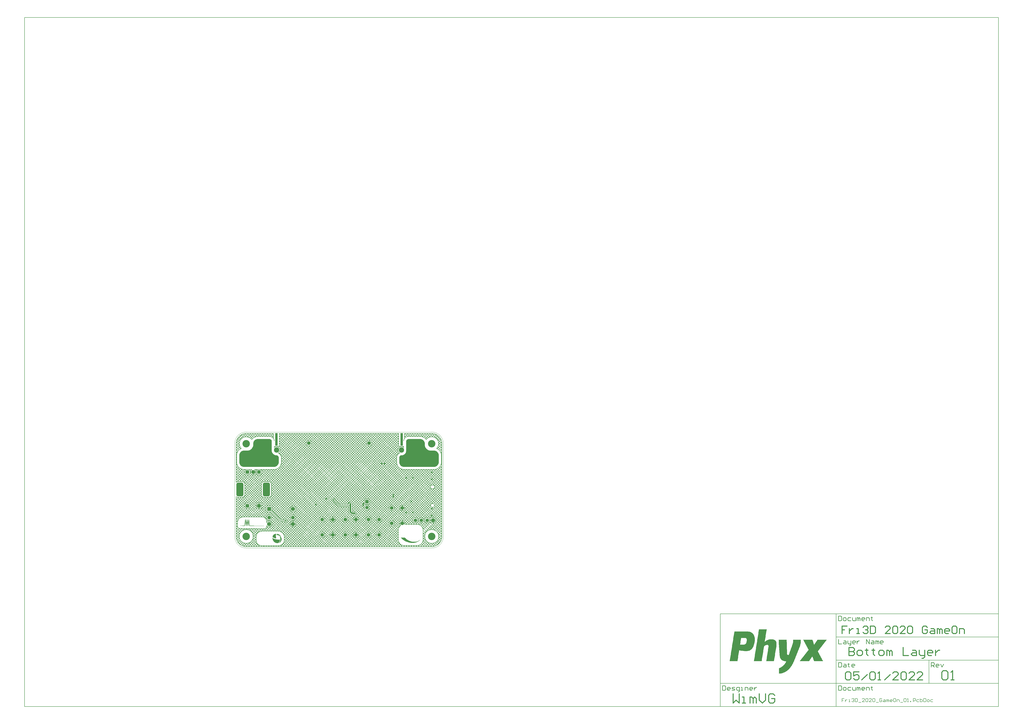
<source format=gbl>
G04*
G04 #@! TF.GenerationSoftware,Altium Limited,Altium Designer,22.0.2 (36)*
G04*
G04 Layer_Physical_Order=2*
G04 Layer_Color=3381759*
%FSLAX25Y25*%
%MOIN*%
G70*
G04*
G04 #@! TF.SameCoordinates,97D47E50-BCFC-400F-BBD2-71598373C37A*
G04*
G04*
G04 #@! TF.FilePolarity,Positive*
G04*
G01*
G75*
%ADD11C,0.00591*%
%ADD12C,0.00787*%
%ADD13C,0.01000*%
%ADD14C,0.01575*%
%ADD15C,0.00394*%
%ADD16C,0.00984*%
%ADD35C,0.06299*%
%ADD36R,0.06299X0.06299*%
%ADD49C,0.02756*%
%ADD51C,0.05906*%
%ADD52R,0.05906X0.05906*%
G04:AMPARAMS|DCode=53|XSize=43.31mil|YSize=216.54mil|CornerRadius=10.83mil|HoleSize=0mil|Usage=FLASHONLY|Rotation=0.000|XOffset=0mil|YOffset=0mil|HoleType=Round|Shape=RoundedRectangle|*
%AMROUNDEDRECTD53*
21,1,0.04331,0.19488,0,0,0.0*
21,1,0.02165,0.21654,0,0,0.0*
1,1,0.02165,0.01083,-0.09744*
1,1,0.02165,-0.01083,-0.09744*
1,1,0.02165,-0.01083,0.09744*
1,1,0.02165,0.01083,0.09744*
%
%ADD53ROUNDEDRECTD53*%
%ADD54C,0.09055*%
G04:AMPARAMS|DCode=55|XSize=118.11mil|YSize=236.22mil|CornerRadius=29.53mil|HoleSize=0mil|Usage=FLASHONLY|Rotation=0.000|XOffset=0mil|YOffset=0mil|HoleType=Round|Shape=RoundedRectangle|*
%AMROUNDEDRECTD55*
21,1,0.11811,0.17717,0,0,0.0*
21,1,0.05906,0.23622,0,0,0.0*
1,1,0.05906,0.02953,-0.08858*
1,1,0.05906,-0.02953,-0.08858*
1,1,0.05906,-0.02953,0.08858*
1,1,0.05906,0.02953,0.08858*
%
%ADD55ROUNDEDRECTD55*%
G04:AMPARAMS|DCode=56|XSize=62.99mil|YSize=62.99mil|CornerRadius=15.75mil|HoleSize=0mil|Usage=FLASHONLY|Rotation=0.000|XOffset=0mil|YOffset=0mil|HoleType=Round|Shape=RoundedRectangle|*
%AMROUNDEDRECTD56*
21,1,0.06299,0.03150,0,0,0.0*
21,1,0.03150,0.06299,0,0,0.0*
1,1,0.03150,0.01575,-0.01575*
1,1,0.03150,-0.01575,-0.01575*
1,1,0.03150,-0.01575,0.01575*
1,1,0.03150,0.01575,0.01575*
%
%ADD56ROUNDEDRECTD56*%
%ADD57R,0.05906X0.05906*%
%ADD58C,0.12598*%
%ADD59C,0.07087*%
%ADD60R,0.07087X0.07087*%
%ADD61C,0.02756*%
%ADD62C,0.04724*%
G36*
X317257Y184737D02*
X318690Y184143D01*
X319980Y183282D01*
X321077Y182185D01*
X321938Y180895D01*
X322532Y179462D01*
X322835Y177941D01*
Y177165D01*
Y175354D01*
X322883Y174374D01*
X323265Y172451D01*
X324015Y170640D01*
X325104Y169010D01*
X326491Y167624D01*
X328121Y166535D01*
X329932Y165785D01*
X331855Y165402D01*
X332835Y165354D01*
X339358D01*
X340879Y165052D01*
X342312Y164458D01*
X343602Y163596D01*
X344699Y162500D01*
X345561Y161210D01*
X346154Y159777D01*
X346457Y158256D01*
Y157480D01*
Y145669D01*
Y144894D01*
X346154Y143372D01*
X345561Y141939D01*
X344699Y140650D01*
X343602Y139553D01*
X342312Y138691D01*
X340879Y138098D01*
X339358Y137795D01*
X286626D01*
X285105Y138098D01*
X283672Y138691D01*
X282382Y139553D01*
X281285Y140650D01*
X280424Y141939D01*
X279830Y143372D01*
X279528Y144894D01*
Y145669D01*
Y153543D01*
Y153931D01*
X279679Y154692D01*
X279976Y155408D01*
X280406Y156053D01*
X280955Y156601D01*
X281600Y157032D01*
X282316Y157329D01*
X283077Y157480D01*
X283465D01*
X284236Y157518D01*
X285750Y157819D01*
X287176Y158410D01*
X288460Y159268D01*
X289551Y160359D01*
X290409Y161643D01*
X291000Y163069D01*
X291301Y164583D01*
X291339Y165354D01*
Y181102D01*
Y181490D01*
X291490Y182251D01*
X291787Y182967D01*
X292217Y183612D01*
X292766Y184160D01*
X293411Y184591D01*
X294127Y184888D01*
X294888Y185039D01*
X315736D01*
X317257Y184737D01*
D02*
G37*
G36*
X60203Y184888D02*
X60920Y184591D01*
X61565Y184160D01*
X62113Y183612D01*
X62544Y182967D01*
X62841Y182251D01*
X62992Y181490D01*
Y181102D01*
Y165354D01*
X63030Y164583D01*
X63331Y163069D01*
X63922Y161643D01*
X64779Y160359D01*
X65871Y159268D01*
X67154Y158410D01*
X68580Y157819D01*
X70094Y157518D01*
X70866Y157480D01*
X71254D01*
X72014Y157329D01*
X72731Y157032D01*
X73376Y156601D01*
X73924Y156053D01*
X74355Y155408D01*
X74652Y154692D01*
X74803Y153931D01*
Y153543D01*
Y145669D01*
Y144894D01*
X74501Y143372D01*
X73907Y141939D01*
X73045Y140650D01*
X71948Y139553D01*
X70659Y138691D01*
X69226Y138098D01*
X67705Y137795D01*
X14973D01*
X13451Y138098D01*
X12018Y138691D01*
X10729Y139553D01*
X9632Y140650D01*
X8770Y141939D01*
X8177Y143372D01*
X7874Y144894D01*
Y145669D01*
Y157480D01*
Y158256D01*
X8177Y159777D01*
X8770Y161210D01*
X9632Y162500D01*
X10729Y163596D01*
X12018Y164458D01*
X13451Y165052D01*
X14973Y165354D01*
X21496D01*
X22476Y165402D01*
X24399Y165785D01*
X26210Y166535D01*
X27840Y167624D01*
X29226Y169010D01*
X30315Y170640D01*
X31065Y172451D01*
X31448Y174374D01*
X31496Y175354D01*
Y177165D01*
Y177941D01*
X31799Y179462D01*
X32392Y180895D01*
X33254Y182185D01*
X34351Y183282D01*
X35640Y184143D01*
X37073Y184737D01*
X38594Y185039D01*
X59443D01*
X60203Y184888D01*
D02*
G37*
G36*
X18271Y48584D02*
X18271Y48502D01*
X18354Y48501D01*
X18354Y48584D01*
X18437Y48583D01*
X18437Y48500D01*
X18520Y48499D01*
X18519Y48416D01*
X18685Y48415D01*
X18684Y48332D01*
X18684Y48249D01*
X18767Y48248D01*
X18766Y48165D01*
X18765Y48082D01*
X18764Y47999D01*
X18847Y47998D01*
X18847Y47915D01*
X18846Y47832D01*
X18845Y47749D01*
X18845Y47666D01*
X18844Y47583D01*
X18927Y47582D01*
X18926Y47499D01*
X18843Y47500D01*
X18842Y47417D01*
X18925Y47416D01*
X18925Y47333D01*
X18842Y47334D01*
X18841Y47251D01*
X18924Y47250D01*
X18923Y47167D01*
X18923Y47084D01*
X18922Y47001D01*
X18921Y46918D01*
X18920Y46835D01*
X19003Y46834D01*
X19003Y46751D01*
X18920Y46752D01*
X18919Y46669D01*
X19002Y46668D01*
X19001Y46585D01*
X19000Y46502D01*
X19000Y46419D01*
X19083Y46419D01*
X19082Y46336D01*
X18999Y46336D01*
X18998Y46253D01*
X19081Y46253D01*
X19081Y46170D01*
X18997Y46170D01*
X18997Y46087D01*
X19080Y46087D01*
X19079Y46004D01*
X18996Y46004D01*
X18995Y45921D01*
X19078Y45921D01*
X19078Y45838D01*
X19077Y45755D01*
X19076Y45671D01*
X19159Y45671D01*
X19159Y45588D01*
X19158Y45505D01*
X19157Y45422D01*
X19156Y45339D01*
X19156Y45256D01*
X19239Y45255D01*
X19238Y45172D01*
X19155Y45173D01*
X19154Y45090D01*
X19237Y45089D01*
X19237Y45006D01*
X19153Y45007D01*
X19153Y44924D01*
X19236Y44923D01*
X19235Y44840D01*
X19152Y44841D01*
X19151Y44758D01*
X19234Y44757D01*
X19233Y44674D01*
X19233Y44591D01*
X19232Y44508D01*
X19315Y44507D01*
X19314Y44424D01*
X19231Y44425D01*
X19231Y44342D01*
X19314Y44341D01*
X19313Y44258D01*
X19312Y44175D01*
X19311Y44092D01*
X19311Y44009D01*
X19310Y43926D01*
X19393Y43925D01*
X19392Y43842D01*
X19309Y43843D01*
X19309Y43760D01*
X19392Y43759D01*
X19391Y43676D01*
X19308Y43677D01*
X19307Y43594D01*
X19390Y43593D01*
X19389Y43510D01*
X19389Y43427D01*
X19388Y43344D01*
X19387Y43261D01*
X19387Y43178D01*
X19470Y43177D01*
X19469Y43094D01*
X19468Y43011D01*
X19467Y42928D01*
X19467Y42845D01*
X19466Y42762D01*
X19549Y42761D01*
X19548Y42678D01*
X19465Y42679D01*
X19465Y42596D01*
X19547Y42595D01*
X19547Y42512D01*
X19464Y42513D01*
X19463Y42430D01*
X19546Y42429D01*
X19545Y42346D01*
X19545Y42263D01*
X19544Y42180D01*
X19543Y42097D01*
X19542Y42014D01*
X19625Y42013D01*
X19625Y41930D01*
X19624Y41848D01*
X19623Y41765D01*
X19623Y41682D01*
X19622Y41598D01*
X19705Y41598D01*
X19704Y41515D01*
X19787Y41514D01*
X19788Y41597D01*
X19705Y41598D01*
X19706Y41681D01*
X19789Y41680D01*
X19789Y41763D01*
X19790Y41846D01*
X19791Y41929D01*
X19792Y42012D01*
X19792Y42095D01*
X19875Y42094D01*
X19876Y42177D01*
X19793Y42178D01*
X19794Y42261D01*
X19877Y42260D01*
X19877Y42343D01*
X19794Y42344D01*
X19795Y42427D01*
X19878Y42426D01*
X19879Y42509D01*
X19880Y42592D01*
X19880Y42676D01*
X19963Y42675D01*
X19964Y42758D01*
X19881Y42759D01*
X19882Y42842D01*
X19965Y42841D01*
X19965Y42924D01*
X19966Y43007D01*
X19967Y43090D01*
X19968Y43173D01*
X19968Y43256D01*
X20051Y43255D01*
X20052Y43338D01*
X19969Y43339D01*
X19970Y43422D01*
X20053Y43421D01*
X20054Y43504D01*
X19971Y43505D01*
X19971Y43588D01*
X20054Y43587D01*
X20055Y43670D01*
X20056Y43753D01*
X20056Y43836D01*
X20057Y43919D01*
X20058Y44002D01*
X20141Y44002D01*
X20142Y44085D01*
X20142Y44168D01*
X20143Y44251D01*
X20144Y44334D01*
X20145Y44417D01*
X20228Y44416D01*
X20228Y44499D01*
X20145Y44500D01*
X20146Y44583D01*
X20229Y44582D01*
X20230Y44665D01*
X20147Y44666D01*
X20147Y44749D01*
X20231Y44748D01*
X20231Y44831D01*
X20232Y44914D01*
X20233Y44997D01*
X20233Y45080D01*
X20234Y45163D01*
X20235Y45246D01*
X20318Y45246D01*
X20319Y45329D01*
X20319Y45412D01*
X20320Y45495D01*
X20321Y45578D01*
X20404Y45577D01*
X20404Y45660D01*
X20322Y45661D01*
X20322Y45744D01*
X20405Y45743D01*
X20406Y45826D01*
X20323Y45827D01*
X20324Y45910D01*
X20407Y45909D01*
X20407Y45992D01*
X20408Y46075D01*
X20409Y46158D01*
X20410Y46241D01*
X20410Y46324D01*
X20411Y46407D01*
X20412Y46490D01*
X20495Y46489D01*
X20495Y46572D01*
X20496Y46655D01*
X20497Y46738D01*
X20498Y46821D01*
X20498Y46905D01*
X20581Y46904D01*
X20582Y46987D01*
X20499Y46988D01*
X20500Y47071D01*
X20583Y47070D01*
X20584Y47153D01*
X20501Y47154D01*
X20501Y47237D01*
X20584Y47236D01*
X20585Y47319D01*
X20586Y47402D01*
X20586Y47485D01*
X20587Y47568D01*
X20588Y47651D01*
X20671Y47650D01*
X20672Y47733D01*
X20589Y47734D01*
X20589Y47817D01*
X20672Y47816D01*
X20673Y47899D01*
X20674Y47982D01*
X20675Y48065D01*
X20758Y48065D01*
X20758Y48148D01*
X20675Y48148D01*
X20676Y48231D01*
X20759Y48231D01*
X20760Y48314D01*
X20843Y48313D01*
X20843Y48396D01*
X20927Y48395D01*
X20927Y48478D01*
X21010Y48478D01*
X21011Y48561D01*
X21094Y48560D01*
X21093Y48477D01*
X21176Y48476D01*
X21177Y48559D01*
X21260Y48558D01*
X21259Y48475D01*
X21342Y48475D01*
X21342Y48392D01*
X21425Y48391D01*
X21424Y48308D01*
X21507Y48307D01*
X21506Y48224D01*
X21589Y48223D01*
X21589Y48140D01*
X21588Y48057D01*
X21587Y47974D01*
X21586Y47891D01*
X21586Y47808D01*
X21669Y47808D01*
X21668Y47725D01*
X21585Y47725D01*
X21584Y47642D01*
X21667Y47642D01*
X21666Y47559D01*
X21666Y47475D01*
X21665Y47392D01*
X21664Y47309D01*
X21664Y47226D01*
X21747Y47226D01*
X21746Y47143D01*
X21663Y47143D01*
X21662Y47060D01*
X21745Y47060D01*
X21745Y46977D01*
X21661Y46977D01*
X21661Y46894D01*
X21744Y46894D01*
X21743Y46811D01*
X21742Y46728D01*
X21742Y46645D01*
X21825Y46644D01*
X21824Y46561D01*
X21741Y46562D01*
X21740Y46479D01*
X21823Y46478D01*
X21822Y46395D01*
X21822Y46312D01*
X21821Y46229D01*
X21820Y46146D01*
X21820Y46063D01*
X21903Y46062D01*
X21902Y45979D01*
X21819Y45980D01*
X21818Y45897D01*
X21901Y45896D01*
X21900Y45813D01*
X21817Y45814D01*
X21817Y45731D01*
X21900Y45730D01*
X21899Y45647D01*
X21898Y45564D01*
X21897Y45481D01*
X21981Y45480D01*
X21980Y45397D01*
X21897Y45398D01*
X21896Y45315D01*
X21979Y45314D01*
X21978Y45231D01*
X21978Y45148D01*
X21977Y45065D01*
X21976Y44982D01*
X21975Y44899D01*
X22058Y44898D01*
X22058Y44815D01*
X21975Y44816D01*
X21974Y44733D01*
X22057Y44732D01*
X22056Y44649D01*
X21973Y44650D01*
X21972Y44567D01*
X22055Y44566D01*
X22055Y44483D01*
X22054Y44400D01*
X22053Y44317D01*
X22053Y44234D01*
X22052Y44151D01*
X22135Y44150D01*
X22134Y44067D01*
X22133Y43984D01*
X22133Y43901D01*
X22132Y43818D01*
X22131Y43735D01*
X22214Y43734D01*
X22214Y43652D01*
X22131Y43652D01*
X22130Y43569D01*
X22213Y43568D01*
X22212Y43485D01*
X22129Y43486D01*
X22128Y43403D01*
X22211Y43402D01*
X22211Y43319D01*
X22128Y43320D01*
X22127Y43237D01*
X22210Y43236D01*
X22209Y43153D01*
X22208Y43070D01*
X22208Y42987D01*
X22207Y42904D01*
X22206Y42821D01*
X22289Y42821D01*
X22289Y42737D01*
X22288Y42654D01*
X22287Y42571D01*
X22370Y42571D01*
X22369Y42488D01*
X22287Y42489D01*
X22286Y42405D01*
X22369Y42405D01*
X22368Y42322D01*
X22285Y42322D01*
X22284Y42239D01*
X22367Y42239D01*
X22367Y42156D01*
X22284Y42156D01*
X22283Y42073D01*
X22366Y42073D01*
X22365Y41990D01*
X22364Y41907D01*
X22364Y41824D01*
X22363Y41741D01*
X22362Y41658D01*
X22445Y41657D01*
X22445Y41574D01*
X22444Y41491D01*
X22443Y41408D01*
X22526Y41407D01*
X22527Y41490D01*
X22528Y41573D01*
X22528Y41656D01*
X22529Y41739D01*
X22530Y41822D01*
X22613Y41821D01*
X22614Y41904D01*
X22614Y41987D01*
X22615Y42070D01*
X22616Y42153D01*
X22616Y42237D01*
X22699Y42236D01*
X22700Y42319D01*
X22617Y42320D01*
X22618Y42403D01*
X22701Y42402D01*
X22702Y42485D01*
X22619Y42486D01*
X22619Y42569D01*
X22702Y42568D01*
X22703Y42651D01*
X22704Y42734D01*
X22704Y42817D01*
X22705Y42900D01*
X22706Y42983D01*
X22789Y42982D01*
X22790Y43065D01*
X22707Y43066D01*
X22707Y43149D01*
X22790Y43148D01*
X22791Y43231D01*
X22792Y43314D01*
X22793Y43397D01*
X22876Y43397D01*
X22876Y43480D01*
X22793Y43480D01*
X22794Y43563D01*
X22877Y43563D01*
X22878Y43646D01*
X22795Y43646D01*
X22795Y43729D01*
X22878Y43729D01*
X22879Y43812D01*
X22796Y43812D01*
X22797Y43896D01*
X22880Y43895D01*
X22881Y43978D01*
X22881Y44061D01*
X22882Y44144D01*
X22883Y44227D01*
X22884Y44310D01*
X22967Y44309D01*
X22967Y44392D01*
X22884Y44393D01*
X22885Y44476D01*
X22968Y44475D01*
X22969Y44558D01*
X22970Y44641D01*
X22970Y44724D01*
X23053Y44723D01*
X23054Y44807D01*
X22971Y44807D01*
X22972Y44890D01*
X23055Y44890D01*
X23055Y44973D01*
X22972Y44973D01*
X22973Y45056D01*
X23056Y45056D01*
X23057Y45139D01*
X22974Y45139D01*
X22975Y45222D01*
X23058Y45222D01*
X23058Y45305D01*
X23059Y45388D01*
X23060Y45471D01*
X23143Y45470D01*
X23144Y45553D01*
X23061Y45554D01*
X23061Y45637D01*
X23144Y45636D01*
X23145Y45719D01*
X23146Y45802D01*
X23146Y45885D01*
X23229Y45884D01*
X23230Y45967D01*
X23147Y45968D01*
X23148Y46051D01*
X23231Y46050D01*
X23232Y46133D01*
X23149Y46134D01*
X23149Y46217D01*
X23232Y46216D01*
X23233Y46299D01*
X23150Y46300D01*
X23151Y46383D01*
X23234Y46382D01*
X23234Y46466D01*
X23235Y46549D01*
X23236Y46632D01*
X23319Y46631D01*
X23320Y46714D01*
X23237Y46715D01*
X23237Y46798D01*
X23320Y46797D01*
X23321Y46880D01*
X23322Y46963D01*
X23323Y47046D01*
X23323Y47129D01*
X23324Y47212D01*
X23407Y47211D01*
X23408Y47294D01*
X23325Y47295D01*
X23325Y47378D01*
X23408Y47377D01*
X23409Y47460D01*
X23326Y47461D01*
X23327Y47544D01*
X23410Y47543D01*
X23411Y47626D01*
X23411Y47709D01*
X23412Y47792D01*
X23413Y47875D01*
X23414Y47958D01*
X23497Y47958D01*
X23497Y48041D01*
X23498Y48124D01*
X23499Y48207D01*
X23582Y48206D01*
X23583Y48289D01*
X23583Y48372D01*
X23749Y48371D01*
X23750Y48454D01*
X23833Y48453D01*
X23834Y48536D01*
X23917Y48535D01*
X23916Y48452D01*
X23999Y48452D01*
X24000Y48535D01*
X24083Y48534D01*
X24082Y48451D01*
X24165Y48450D01*
X24164Y48367D01*
X24247Y48366D01*
X24247Y48283D01*
X24330Y48283D01*
X24329Y48199D01*
X24412Y48199D01*
X24411Y48116D01*
X24328Y48116D01*
X24328Y48033D01*
X24410Y48033D01*
X24410Y47950D01*
X24327Y47950D01*
X24326Y47867D01*
X24409Y47867D01*
X24408Y47784D01*
X24408Y47701D01*
X24407Y47618D01*
X24406Y47535D01*
X24406Y47452D01*
X24488Y47451D01*
X24488Y47368D01*
X24487Y47285D01*
X24486Y47202D01*
X24486Y47119D01*
X24485Y47036D01*
X24568Y47035D01*
X24567Y46952D01*
X24484Y46953D01*
X24483Y46870D01*
X24566Y46869D01*
X24566Y46786D01*
X24483Y46787D01*
X24482Y46704D01*
X24565Y46703D01*
X24564Y46620D01*
X24564Y46537D01*
X24563Y46454D01*
X24562Y46371D01*
X24561Y46288D01*
X24561Y46205D01*
X24560Y46122D01*
X24643Y46121D01*
X24642Y46038D01*
X24642Y45955D01*
X24641Y45872D01*
X24640Y45789D01*
X24639Y45706D01*
X24722Y45705D01*
X24722Y45622D01*
X24639Y45623D01*
X24638Y45540D01*
X24721Y45539D01*
X24720Y45456D01*
X24637Y45457D01*
X24636Y45374D01*
X24720Y45373D01*
X24719Y45290D01*
X24718Y45207D01*
X24717Y45124D01*
X24716Y45041D01*
X24716Y44958D01*
X24799Y44957D01*
X24798Y44874D01*
X24715Y44875D01*
X24714Y44792D01*
X24797Y44791D01*
X24797Y44708D01*
X24796Y44625D01*
X24795Y44542D01*
X24878Y44541D01*
X24878Y44458D01*
X24794Y44459D01*
X24794Y44376D01*
X24877Y44376D01*
X24876Y44293D01*
X24793Y44293D01*
X24792Y44210D01*
X24875Y44209D01*
X24875Y44126D01*
X24792Y44127D01*
X24791Y44044D01*
X24874Y44043D01*
X24873Y43960D01*
X24872Y43877D01*
X24872Y43794D01*
X24955Y43794D01*
X24954Y43711D01*
X24871Y43711D01*
X24870Y43628D01*
X24953Y43628D01*
X24953Y43545D01*
X24952Y43461D01*
X24951Y43378D01*
X24950Y43295D01*
X24950Y43213D01*
X25033Y43212D01*
X25032Y43129D01*
X24949Y43129D01*
X24948Y43046D01*
X25031Y43046D01*
X25030Y42963D01*
X24948Y42963D01*
X24947Y42880D01*
X25030Y42880D01*
X25029Y42797D01*
X25028Y42714D01*
X25028Y42631D01*
X25027Y42548D01*
X25026Y42465D01*
X25109Y42464D01*
X25109Y42381D01*
X25025Y42382D01*
X25025Y42298D01*
X25108Y42298D01*
X25107Y42215D01*
X25106Y42132D01*
X25106Y42049D01*
X25189Y42048D01*
X25188Y41965D01*
X25105Y41966D01*
X25104Y41883D01*
X25187Y41882D01*
X25186Y41799D01*
X25103Y41800D01*
X25103Y41717D01*
X25186Y41716D01*
X25185Y41633D01*
X25102Y41634D01*
X25101Y41551D01*
X25184Y41550D01*
X25183Y41467D01*
X25183Y41384D01*
X25182Y41301D01*
X25181Y41218D01*
X25181Y41135D01*
X25264Y41134D01*
X25263Y41051D01*
X25180Y41052D01*
X25179Y40969D01*
X25262Y40968D01*
X25262Y40885D01*
X25261Y40802D01*
X25260Y40719D01*
X25343Y40718D01*
X25342Y40635D01*
X25259Y40636D01*
X25259Y40553D01*
X25342Y40552D01*
X25341Y40469D01*
X25258Y40470D01*
X25257Y40387D01*
X25340Y40386D01*
X25339Y40303D01*
X25256Y40304D01*
X25256Y40221D01*
X25339Y40220D01*
X25338Y40137D01*
X25337Y40054D01*
X25337Y39971D01*
X25420Y39970D01*
X25419Y39887D01*
X25336Y39888D01*
X25335Y39805D01*
X25418Y39804D01*
X25417Y39721D01*
X25417Y39638D01*
X25416Y39555D01*
X25415Y39472D01*
X25414Y39389D01*
X25497Y39388D01*
X25497Y39305D01*
X25414Y39306D01*
X25413Y39223D01*
X25496Y39222D01*
X25495Y39139D01*
X25412Y39140D01*
X25412Y39057D01*
X25495Y39056D01*
X25494Y38973D01*
X25493Y38890D01*
X25492Y38807D01*
X25575Y38807D01*
X25575Y38724D01*
X25492Y38724D01*
X25491Y38641D01*
X25574Y38640D01*
X25573Y38557D01*
X25572Y38475D01*
X25572Y38392D01*
X25571Y38308D01*
X25570Y38225D01*
X25653Y38225D01*
X25653Y38142D01*
X25570Y38142D01*
X25569Y38059D01*
X25652Y38059D01*
X25651Y37976D01*
X25900Y37973D01*
X25899Y37890D01*
X25983Y37890D01*
X25983Y37973D01*
X26232Y37971D01*
X26232Y37887D01*
X26315Y37887D01*
X26315Y37970D01*
X26564Y37968D01*
X26564Y37885D01*
X26647Y37884D01*
X26647Y37967D01*
X26897Y37965D01*
X26896Y37882D01*
X26979Y37881D01*
X26980Y37964D01*
X27229Y37962D01*
X27228Y37879D01*
X27311Y37878D01*
X27312Y37961D01*
X27395Y37960D01*
X27394Y37877D01*
X27477Y37877D01*
X27478Y37960D01*
X27561Y37959D01*
X27560Y37876D01*
X27643Y37875D01*
X27644Y37958D01*
X27727Y37958D01*
X27726Y37874D01*
X27809Y37874D01*
X27810Y37957D01*
X27893Y37956D01*
X27892Y37873D01*
X27975Y37872D01*
X27976Y37955D01*
X28059Y37955D01*
X28058Y37872D01*
X28141Y37871D01*
X28142Y37954D01*
X28225Y37953D01*
X28224Y37870D01*
X28307Y37869D01*
X28308Y37953D01*
X28391Y37952D01*
X28390Y37869D01*
X28473Y37868D01*
X28474Y37951D01*
X28557Y37950D01*
X28556Y37867D01*
X28639Y37867D01*
X28640Y37949D01*
X28723Y37949D01*
X28722Y37866D01*
X28805Y37865D01*
X28806Y37948D01*
X28889Y37947D01*
X28888Y37864D01*
X28971Y37864D01*
X28972Y37947D01*
X29055Y37946D01*
X29054Y37863D01*
X29137Y37862D01*
X29138Y37945D01*
X29221Y37944D01*
X29220Y37861D01*
X29303Y37861D01*
X29304Y37944D01*
X29387Y37943D01*
X29386Y37860D01*
X29469Y37859D01*
X29470Y37942D01*
X29553Y37942D01*
X29553Y37859D01*
X29636Y37858D01*
X29636Y37941D01*
X29719Y37940D01*
X29719Y37857D01*
X29801Y37856D01*
X29802Y37939D01*
X29885Y37939D01*
X29884Y37856D01*
X29968Y37855D01*
X29968Y37938D01*
X30051Y37937D01*
X30051Y37854D01*
X30134Y37854D01*
X30134Y37936D01*
X30217Y37936D01*
X30217Y37853D01*
X30300Y37852D01*
X30300Y37935D01*
X30383Y37934D01*
X30383Y37851D01*
X30466Y37851D01*
X30466Y37934D01*
X30549Y37933D01*
X30549Y37850D01*
X30632Y37849D01*
X30632Y37932D01*
X30716Y37931D01*
X30715Y37848D01*
X30798Y37848D01*
X30799Y37931D01*
X30882Y37930D01*
X30881Y37847D01*
X30964Y37846D01*
X30964Y37929D01*
X31048Y37929D01*
X31047Y37846D01*
X31130Y37845D01*
X31131Y37928D01*
X31214Y37927D01*
X31213Y37844D01*
X31296Y37843D01*
X31297Y37926D01*
X31380Y37926D01*
X31379Y37843D01*
X31462Y37842D01*
X31463Y37925D01*
X31546Y37924D01*
X31545Y37841D01*
X31628Y37840D01*
X31629Y37923D01*
X31712Y37923D01*
X31711Y37840D01*
X31794Y37839D01*
X31795Y37922D01*
X31878Y37921D01*
X31877Y37838D01*
X31960Y37838D01*
X31961Y37921D01*
X32044Y37920D01*
X32043Y37837D01*
X32126Y37836D01*
X32127Y37919D01*
X32210Y37918D01*
X32209Y37835D01*
X32292Y37835D01*
X32293Y37918D01*
X32376Y37917D01*
X32375Y37834D01*
X32458Y37833D01*
X32459Y37916D01*
X32542Y37916D01*
X32541Y37832D01*
X32624Y37832D01*
X32625Y37915D01*
X32708Y37914D01*
X32707Y37831D01*
X32790Y37830D01*
X32791Y37913D01*
X32874Y37913D01*
X32873Y37830D01*
X32956Y37829D01*
X32957Y37912D01*
X33040Y37911D01*
X33039Y37828D01*
X33122Y37827D01*
X33123Y37910D01*
X33206Y37910D01*
X33205Y37827D01*
X33288Y37826D01*
X33289Y37909D01*
X33372Y37908D01*
X33371Y37825D01*
X33454Y37824D01*
X33455Y37907D01*
X33538Y37907D01*
X33537Y37824D01*
X33621Y37823D01*
X33621Y37906D01*
X33704Y37905D01*
X33704Y37822D01*
X33786Y37822D01*
X33787Y37905D01*
X33870Y37904D01*
X33869Y37821D01*
X33953Y37820D01*
X33953Y37903D01*
X34036Y37903D01*
X34036Y37819D01*
X34119Y37819D01*
X34119Y37902D01*
X34202Y37901D01*
X34202Y37818D01*
X34285Y37817D01*
X34285Y37900D01*
X34368Y37900D01*
X34368Y37817D01*
X34451Y37816D01*
X34451Y37899D01*
X34534Y37898D01*
X34534Y37815D01*
X34617Y37814D01*
X34617Y37897D01*
X34701Y37897D01*
X34700Y37814D01*
X34783Y37813D01*
X34784Y37896D01*
X34866Y37895D01*
X34866Y37812D01*
X34949Y37811D01*
X34949Y37894D01*
X35032Y37894D01*
X35032Y37811D01*
X35115Y37810D01*
X35116Y37893D01*
X35199Y37892D01*
X35198Y37809D01*
X35281Y37809D01*
X35282Y37892D01*
X35365Y37891D01*
X35364Y37808D01*
X35447Y37807D01*
X35448Y37890D01*
X35531Y37889D01*
X35530Y37806D01*
X35613Y37806D01*
X35614Y37889D01*
X35697Y37888D01*
X35696Y37805D01*
X35779Y37804D01*
X35780Y37887D01*
X35863Y37887D01*
X35862Y37804D01*
X35945Y37803D01*
X35946Y37886D01*
X36029Y37885D01*
X36028Y37802D01*
X36111Y37801D01*
X36112Y37884D01*
X36195Y37884D01*
X36194Y37801D01*
X36277Y37800D01*
X36278Y37883D01*
X36361Y37882D01*
X36360Y37799D01*
X36443Y37798D01*
X36444Y37881D01*
X36527Y37881D01*
X36526Y37798D01*
X36609Y37797D01*
X36610Y37880D01*
X36693Y37879D01*
X36692Y37796D01*
X36775Y37795D01*
X36776Y37879D01*
X36859Y37878D01*
X36858Y37795D01*
X36941Y37794D01*
X36942Y37877D01*
X37025Y37876D01*
X37024Y37793D01*
X37107Y37793D01*
X37108Y37876D01*
X37191Y37875D01*
X37190Y37792D01*
X37273Y37791D01*
X37274Y37874D01*
X37357Y37874D01*
X37356Y37790D01*
X37439Y37790D01*
X37440Y37873D01*
X37523Y37872D01*
X37522Y37789D01*
X37606Y37788D01*
X37606Y37871D01*
X37689Y37871D01*
X37688Y37788D01*
X37771Y37787D01*
X37772Y37870D01*
X37855Y37869D01*
X37854Y37786D01*
X37938Y37785D01*
X37938Y37868D01*
X38021Y37868D01*
X38021Y37785D01*
X38270Y37782D01*
X38270Y37865D01*
X38353Y37865D01*
X38353Y37782D01*
X38602Y37780D01*
X38602Y37863D01*
X38685Y37862D01*
X38685Y37779D01*
X38934Y37777D01*
X38934Y37860D01*
X39018Y37859D01*
X39017Y37776D01*
X39266Y37774D01*
X39267Y37857D01*
X39350Y37856D01*
X39349Y37773D01*
X39598Y37771D01*
X39599Y37854D01*
X39682Y37853D01*
X39681Y37770D01*
X39930Y37768D01*
X39931Y37851D01*
X40014Y37850D01*
X40013Y37767D01*
X40262Y37765D01*
X40263Y37848D01*
X40346Y37847D01*
X40345Y37764D01*
X40594Y37762D01*
X40595Y37845D01*
X40678Y37844D01*
X40677Y37762D01*
X40926Y37759D01*
X40927Y37842D01*
X41010Y37842D01*
X41009Y37759D01*
X41258Y37756D01*
X41259Y37839D01*
X41342Y37839D01*
X41341Y37756D01*
X50059Y37680D01*
X50058Y37597D01*
X49975Y37597D01*
X49974Y37514D01*
X49891Y37515D01*
X49890Y37432D01*
X49973Y37431D01*
X49973Y37348D01*
X49890Y37349D01*
X49889Y37266D01*
X24900Y37484D01*
X24900Y37567D01*
X24817Y37568D01*
X24818Y37651D01*
X24735Y37652D01*
X24736Y37734D01*
X24819Y37734D01*
X24820Y37817D01*
X24736Y37817D01*
X24737Y37901D01*
X24820Y37900D01*
X24821Y37983D01*
X24738Y37984D01*
X24739Y38067D01*
X24739Y38150D01*
X24740Y38233D01*
X24741Y38316D01*
X24742Y38399D01*
X24659Y38399D01*
X24659Y38482D01*
X24660Y38565D01*
X24661Y38649D01*
X24661Y38732D01*
X24662Y38814D01*
X24579Y38815D01*
X24580Y38898D01*
X24663Y38898D01*
X24664Y38981D01*
X24581Y38981D01*
X24581Y39064D01*
X24664Y39064D01*
X24665Y39147D01*
X24582Y39147D01*
X24583Y39230D01*
X24666Y39230D01*
X24667Y39313D01*
X24584Y39313D01*
X24584Y39396D01*
X24585Y39479D01*
X24586Y39562D01*
X24586Y39645D01*
X24587Y39729D01*
X24504Y39729D01*
X24505Y39812D01*
X24506Y39895D01*
X24506Y39978D01*
X24423Y39979D01*
X24424Y40062D01*
X24507Y40061D01*
X24508Y40144D01*
X24425Y40145D01*
X24426Y40228D01*
X24509Y40227D01*
X24509Y40310D01*
X24426Y40311D01*
X24427Y40394D01*
X24510Y40393D01*
X24511Y40476D01*
X24428Y40477D01*
X24428Y40560D01*
X24429Y40643D01*
X24430Y40726D01*
X24347Y40727D01*
X24348Y40810D01*
X24430Y40809D01*
X24431Y40892D01*
X24348Y40893D01*
X24349Y40976D01*
X24350Y41059D01*
X24350Y41142D01*
X24267Y41143D01*
X24268Y41226D01*
X24351Y41225D01*
X24352Y41308D01*
X24269Y41309D01*
X24270Y41392D01*
X24353Y41391D01*
X24353Y41474D01*
X24270Y41475D01*
X24271Y41558D01*
X24354Y41557D01*
X24355Y41640D01*
X24272Y41641D01*
X24272Y41724D01*
X24273Y41807D01*
X24274Y41890D01*
X24275Y41973D01*
X24275Y42056D01*
X24192Y42057D01*
X24193Y42140D01*
X24194Y42223D01*
X24194Y42306D01*
X24195Y42389D01*
X24196Y42472D01*
X24113Y42472D01*
X24114Y42555D01*
X24197Y42555D01*
X24197Y42638D01*
X24114Y42639D01*
X24115Y42722D01*
X24198Y42721D01*
X24199Y42804D01*
X24116Y42805D01*
X24117Y42888D01*
X24117Y42971D01*
X24118Y43054D01*
X24119Y43137D01*
X24119Y43220D01*
X24036Y43220D01*
X24037Y43303D01*
X24120Y43303D01*
X24121Y43386D01*
X24038Y43387D01*
X24039Y43470D01*
X24039Y43553D01*
X24040Y43635D01*
X24041Y43718D01*
X24042Y43802D01*
X23958Y43802D01*
X23959Y43885D01*
X24042Y43885D01*
X24043Y43968D01*
X23960Y43968D01*
X23961Y44051D01*
X23961Y44134D01*
X23962Y44217D01*
X23963Y44300D01*
X23964Y44383D01*
X23880Y44384D01*
X23880Y44301D01*
X23797Y44302D01*
X23796Y44219D01*
X23879Y44218D01*
X23878Y44135D01*
X23795Y44136D01*
X23795Y44053D01*
X23794Y43970D01*
X23793Y43887D01*
X23792Y43804D01*
X23792Y43721D01*
X23709Y43721D01*
X23708Y43639D01*
X23707Y43555D01*
X23707Y43472D01*
X23706Y43389D01*
X23705Y43306D01*
X23622Y43307D01*
X23621Y43224D01*
X23704Y43223D01*
X23704Y43140D01*
X23621Y43141D01*
X23620Y43058D01*
X23703Y43057D01*
X23702Y42974D01*
X23619Y42975D01*
X23618Y42892D01*
X23701Y42891D01*
X23701Y42808D01*
X23618Y42809D01*
X23617Y42726D01*
X23616Y42643D01*
X23616Y42560D01*
X23532Y42561D01*
X23532Y42478D01*
X23615Y42477D01*
X23614Y42394D01*
X23531Y42395D01*
X23530Y42311D01*
X23530Y42228D01*
X23529Y42145D01*
X23446Y42146D01*
X23445Y42063D01*
X23528Y42063D01*
X23527Y41980D01*
X23444Y41980D01*
X23444Y41897D01*
X23527Y41896D01*
X23526Y41813D01*
X23443Y41814D01*
X23442Y41731D01*
X23525Y41730D01*
X23525Y41647D01*
X23441Y41648D01*
X23441Y41565D01*
X23440Y41482D01*
X23439Y41399D01*
X23356Y41400D01*
X23356Y41317D01*
X23439Y41316D01*
X23438Y41233D01*
X23355Y41234D01*
X23354Y41151D01*
X23353Y41068D01*
X23353Y40985D01*
X23270Y40985D01*
X23269Y40902D01*
X23352Y40902D01*
X23351Y40819D01*
X23268Y40819D01*
X23268Y40736D01*
X23350Y40736D01*
X23350Y40653D01*
X23267Y40653D01*
X23266Y40570D01*
X23349Y40570D01*
X23348Y40486D01*
X23265Y40487D01*
X23265Y40404D01*
X23264Y40321D01*
X23263Y40238D01*
X23262Y40155D01*
X23262Y40072D01*
X23179Y40073D01*
X23178Y39990D01*
X23177Y39907D01*
X23177Y39824D01*
X23176Y39741D01*
X23175Y39658D01*
X23092Y39658D01*
X23091Y39575D01*
X23174Y39575D01*
X23174Y39492D01*
X23091Y39492D01*
X23090Y39409D01*
X23173Y39409D01*
X23172Y39326D01*
X23089Y39326D01*
X23088Y39243D01*
X23088Y39160D01*
X23087Y39077D01*
X23086Y38994D01*
X23086Y38911D01*
X23002Y38912D01*
X23002Y38829D01*
X23001Y38746D01*
X23000Y38663D01*
X23000Y38580D01*
X22999Y38497D01*
X22998Y38414D01*
X22998Y38331D01*
X22914Y38332D01*
X22914Y38249D01*
X22997Y38248D01*
X22996Y38165D01*
X22913Y38166D01*
X22912Y38083D01*
X22911Y37999D01*
X22911Y37916D01*
X22910Y37833D01*
X22909Y37751D01*
X22826Y37751D01*
X22826Y37668D01*
X22825Y37585D01*
X22824Y37502D01*
X22077Y37509D01*
X22078Y37592D01*
X21995Y37592D01*
X21995Y37675D01*
X21996Y37758D01*
X21997Y37841D01*
X21914Y37842D01*
X21915Y37925D01*
X21998Y37925D01*
X21998Y38008D01*
X21915Y38008D01*
X21916Y38091D01*
X21999Y38091D01*
X22000Y38174D01*
X21917Y38174D01*
X21917Y38257D01*
X22001Y38257D01*
X22001Y38340D01*
X21918Y38340D01*
X21919Y38423D01*
X21920Y38506D01*
X21920Y38589D01*
X21921Y38672D01*
X21922Y38755D01*
X21839Y38756D01*
X21839Y38839D01*
X21840Y38922D01*
X21841Y39005D01*
X21842Y39088D01*
X21842Y39171D01*
X21759Y39172D01*
X21760Y39255D01*
X21843Y39254D01*
X21844Y39337D01*
X21761Y39338D01*
X21761Y39421D01*
X21845Y39420D01*
X21845Y39503D01*
X21762Y39504D01*
X21763Y39587D01*
X21764Y39670D01*
X21765Y39753D01*
X21765Y39836D01*
X21766Y39919D01*
X21683Y39920D01*
X21684Y40003D01*
X21684Y40086D01*
X21685Y40169D01*
X21686Y40252D01*
X21687Y40335D01*
X21603Y40336D01*
X21604Y40419D01*
X21687Y40418D01*
X21688Y40501D01*
X21605Y40502D01*
X21606Y40585D01*
X21689Y40584D01*
X21689Y40667D01*
X21606Y40668D01*
X21607Y40751D01*
X21608Y40834D01*
X21609Y40917D01*
X21609Y41000D01*
X21610Y41083D01*
X21527Y41084D01*
X21528Y41167D01*
X21528Y41250D01*
X21529Y41333D01*
X21530Y41416D01*
X21531Y41499D01*
X21448Y41500D01*
X21448Y41583D01*
X21531Y41582D01*
X21532Y41665D01*
X21449Y41666D01*
X21450Y41748D01*
X21533Y41748D01*
X21533Y41831D01*
X21451Y41831D01*
X21451Y41915D01*
X21452Y41998D01*
X21453Y42081D01*
X21453Y42164D01*
X21454Y42247D01*
X21371Y42247D01*
X21372Y42330D01*
X21455Y42330D01*
X21455Y42413D01*
X21373Y42413D01*
X21373Y42496D01*
X21374Y42579D01*
X21375Y42663D01*
X21375Y42746D01*
X21376Y42829D01*
X21293Y42829D01*
X21294Y42912D01*
X21377Y42911D01*
X21378Y42995D01*
X21295Y42995D01*
X21295Y43078D01*
X21378Y43078D01*
X21379Y43161D01*
X21296Y43161D01*
X21297Y43244D01*
X21297Y43327D01*
X21298Y43410D01*
X21215Y43411D01*
X21216Y43494D01*
X21299Y43493D01*
X21300Y43576D01*
X21217Y43577D01*
X21217Y43660D01*
X21300Y43659D01*
X21301Y43742D01*
X21218Y43743D01*
X21219Y43826D01*
X21219Y43909D01*
X21220Y43992D01*
X21137Y43993D01*
X21138Y44076D01*
X21221Y44075D01*
X21222Y44158D01*
X21139Y44159D01*
X21139Y44242D01*
X21222Y44241D01*
X21223Y44324D01*
X21140Y44325D01*
X21141Y44408D01*
X21142Y44491D01*
X21142Y44574D01*
X21059Y44575D01*
X21058Y44492D01*
X21058Y44409D01*
X21057Y44326D01*
X20974Y44326D01*
X20973Y44243D01*
X21056Y44243D01*
X21056Y44160D01*
X20973Y44161D01*
X20972Y44077D01*
X21055Y44077D01*
X21054Y43994D01*
X20971Y43994D01*
X20970Y43911D01*
X21054Y43911D01*
X21053Y43828D01*
X20970Y43828D01*
X20969Y43745D01*
X20968Y43662D01*
X20968Y43579D01*
X20967Y43496D01*
X20966Y43413D01*
X20883Y43414D01*
X20882Y43331D01*
X20882Y43248D01*
X20881Y43165D01*
X20880Y43082D01*
X20879Y42999D01*
X20797Y43000D01*
X20796Y42917D01*
X20879Y42916D01*
X20878Y42833D01*
X20795Y42834D01*
X20794Y42751D01*
X20877Y42750D01*
X20877Y42667D01*
X20794Y42667D01*
X20793Y42584D01*
X20792Y42502D01*
X20791Y42419D01*
X20791Y42336D01*
X20790Y42252D01*
X20707Y42253D01*
X20706Y42170D01*
X20706Y42087D01*
X20705Y42004D01*
X20704Y41921D01*
X20703Y41838D01*
X20620Y41839D01*
X20619Y41756D01*
X20703Y41755D01*
X20702Y41672D01*
X20619Y41673D01*
X20618Y41590D01*
X20701Y41589D01*
X20700Y41506D01*
X20617Y41507D01*
X20617Y41424D01*
X20616Y41341D01*
X20615Y41258D01*
X20615Y41175D01*
X20614Y41092D01*
X20531Y41092D01*
X20530Y41009D01*
X20529Y40926D01*
X20529Y40843D01*
X20528Y40760D01*
X20527Y40677D01*
X20444Y40678D01*
X20443Y40595D01*
X20526Y40594D01*
X20526Y40511D01*
X20443Y40512D01*
X20442Y40429D01*
X20525Y40428D01*
X20524Y40345D01*
X20441Y40346D01*
X20440Y40263D01*
X20524Y40262D01*
X20523Y40179D01*
X20440Y40180D01*
X20439Y40097D01*
X20438Y40014D01*
X20438Y39931D01*
X20355Y39931D01*
X20354Y39849D01*
X20437Y39848D01*
X20436Y39765D01*
X20353Y39765D01*
X20352Y39682D01*
X20352Y39599D01*
X20351Y39516D01*
X20350Y39433D01*
X20349Y39350D01*
X20267Y39351D01*
X20266Y39268D01*
X20349Y39267D01*
X20348Y39184D01*
X20265Y39185D01*
X20264Y39102D01*
X20347Y39101D01*
X20347Y39018D01*
X20264Y39019D01*
X20263Y38936D01*
X20262Y38853D01*
X20261Y38770D01*
X20178Y38771D01*
X20178Y38688D01*
X20261Y38687D01*
X20260Y38604D01*
X20177Y38605D01*
X20176Y38522D01*
X20259Y38521D01*
X20258Y38438D01*
X20176Y38439D01*
X20175Y38355D01*
X20174Y38273D01*
X20173Y38190D01*
X20090Y38190D01*
X20089Y38107D01*
X20173Y38107D01*
X20172Y38023D01*
X20089Y38024D01*
X20088Y37941D01*
X20171Y37940D01*
X20170Y37857D01*
X20087Y37858D01*
X20087Y37775D01*
X20086Y37692D01*
X20085Y37609D01*
X20002Y37610D01*
X20001Y37527D01*
X19254Y37533D01*
X19255Y37616D01*
X19338Y37616D01*
X19339Y37699D01*
X19256Y37699D01*
X19256Y37782D01*
X19173Y37783D01*
X19174Y37866D01*
X19175Y37949D01*
X19176Y38032D01*
X19176Y38115D01*
X19177Y38198D01*
X19094Y38199D01*
X19095Y38282D01*
X19178Y38281D01*
X19178Y38364D01*
X19095Y38365D01*
X19096Y38448D01*
X19179Y38447D01*
X19180Y38530D01*
X19097Y38531D01*
X19098Y38614D01*
X19098Y38697D01*
X19099Y38780D01*
X19100Y38863D01*
X19101Y38946D01*
X19017Y38947D01*
X19018Y39030D01*
X19101Y39029D01*
X19102Y39112D01*
X19019Y39113D01*
X19020Y39196D01*
X19020Y39279D01*
X19021Y39362D01*
X19022Y39445D01*
X19023Y39528D01*
X18940Y39529D01*
X18940Y39612D01*
X19023Y39611D01*
X19024Y39694D01*
X18941Y39695D01*
X18942Y39778D01*
X18943Y39861D01*
X18943Y39944D01*
X18944Y40027D01*
X18945Y40110D01*
X18862Y40111D01*
X18862Y40194D01*
X18945Y40193D01*
X18946Y40276D01*
X18863Y40277D01*
X18864Y40360D01*
X18865Y40443D01*
X18865Y40526D01*
X18866Y40609D01*
X18867Y40692D01*
X18784Y40692D01*
X18784Y40775D01*
X18867Y40775D01*
X18868Y40858D01*
X18785Y40859D01*
X18786Y40942D01*
X18869Y40941D01*
X18870Y41024D01*
X18787Y41025D01*
X18787Y41107D01*
X18788Y41191D01*
X18789Y41274D01*
X18789Y41357D01*
X18790Y41440D01*
X18707Y41440D01*
X18708Y41523D01*
X18709Y41606D01*
X18709Y41689D01*
X18710Y41772D01*
X18711Y41855D01*
X18628Y41856D01*
X18629Y41939D01*
X18711Y41938D01*
X18712Y42022D01*
X18629Y42022D01*
X18630Y42105D01*
X18713Y42105D01*
X18714Y42188D01*
X18631Y42188D01*
X18631Y42271D01*
X18714Y42271D01*
X18715Y42354D01*
X18632Y42354D01*
X18633Y42437D01*
X18634Y42520D01*
X18634Y42603D01*
X18551Y42604D01*
X18552Y42687D01*
X18635Y42686D01*
X18636Y42769D01*
X18553Y42770D01*
X18553Y42853D01*
X18554Y42936D01*
X18555Y43019D01*
X18472Y43020D01*
X18473Y43103D01*
X18556Y43102D01*
X18556Y43185D01*
X18473Y43186D01*
X18474Y43269D01*
X18557Y43268D01*
X18558Y43351D01*
X18475Y43352D01*
X18475Y43435D01*
X18559Y43434D01*
X18559Y43517D01*
X18476Y43518D01*
X18477Y43601D01*
X18478Y43684D01*
X18478Y43767D01*
X18479Y43850D01*
X18480Y43933D01*
X18397Y43934D01*
X18398Y44017D01*
X18398Y44100D01*
X18399Y44183D01*
X18316Y44184D01*
X18317Y44267D01*
X18400Y44266D01*
X18401Y44349D01*
X18317Y44350D01*
X18318Y44433D01*
X18235Y44433D01*
X18234Y44350D01*
X18234Y44267D01*
X18233Y44184D01*
X18232Y44101D01*
X18232Y44018D01*
X18148Y44019D01*
X18148Y43936D01*
X18231Y43935D01*
X18230Y43852D01*
X18147Y43853D01*
X18146Y43770D01*
X18229Y43769D01*
X18229Y43686D01*
X18146Y43687D01*
X18145Y43604D01*
X18144Y43521D01*
X18143Y43438D01*
X18143Y43355D01*
X18142Y43272D01*
X18059Y43273D01*
X18058Y43190D01*
X18057Y43107D01*
X18057Y43023D01*
X18056Y42941D01*
X18055Y42858D01*
X18055Y42775D01*
X18054Y42691D01*
X17971Y42692D01*
X17970Y42609D01*
X18053Y42608D01*
X18052Y42525D01*
X17969Y42526D01*
X17969Y42443D01*
X17968Y42360D01*
X17967Y42277D01*
X17966Y42194D01*
X17966Y42111D01*
X17883Y42112D01*
X17882Y42029D01*
X17965Y42028D01*
X17964Y41945D01*
X17881Y41946D01*
X17881Y41863D01*
X17880Y41780D01*
X17879Y41697D01*
X17878Y41614D01*
X17878Y41531D01*
X17795Y41531D01*
X17794Y41448D01*
X17877Y41448D01*
X17876Y41365D01*
X17793Y41365D01*
X17793Y41282D01*
X17876Y41282D01*
X17875Y41199D01*
X17792Y41199D01*
X17791Y41116D01*
X17790Y41033D01*
X17790Y40950D01*
X17789Y40867D01*
X17788Y40784D01*
X17705Y40785D01*
X17704Y40702D01*
X17704Y40619D01*
X17703Y40536D01*
X17702Y40453D01*
X17702Y40370D01*
X17618Y40371D01*
X17618Y40288D01*
X17701Y40287D01*
X17700Y40204D01*
X17617Y40204D01*
X17616Y40121D01*
X17699Y40121D01*
X17699Y40038D01*
X17616Y40038D01*
X17615Y39955D01*
X17698Y39955D01*
X17697Y39872D01*
X17614Y39872D01*
X17613Y39789D01*
X17613Y39706D01*
X17612Y39623D01*
X17529Y39624D01*
X17528Y39541D01*
X17611Y39540D01*
X17610Y39457D01*
X17527Y39458D01*
X17527Y39375D01*
X17526Y39292D01*
X17525Y39209D01*
X17442Y39210D01*
X17442Y39127D01*
X17525Y39126D01*
X17524Y39043D01*
X17441Y39044D01*
X17440Y38961D01*
X17523Y38960D01*
X17522Y38877D01*
X17439Y38878D01*
X17439Y38794D01*
X17522Y38794D01*
X17521Y38711D01*
X17438Y38712D01*
X17437Y38629D01*
X17436Y38546D01*
X17436Y38462D01*
X17435Y38379D01*
X17434Y38296D01*
X17351Y38297D01*
X17351Y38214D01*
X17350Y38131D01*
X17349Y38048D01*
X17266Y38049D01*
X17265Y37966D01*
X17348Y37965D01*
X17348Y37882D01*
X17265Y37883D01*
X17264Y37800D01*
X17347Y37799D01*
X17346Y37716D01*
X17263Y37717D01*
X17263Y37634D01*
X17179Y37634D01*
X17179Y37551D01*
X9126Y37622D01*
X9126Y37705D01*
X9210Y37704D01*
X9210Y37787D01*
X9127Y37788D01*
X9128Y37871D01*
X9211Y37870D01*
X9212Y37953D01*
X9129Y37954D01*
X9129Y38037D01*
X12035Y38011D01*
X12036Y38094D01*
X12119Y38094D01*
X12118Y38011D01*
X12367Y38008D01*
X12368Y38092D01*
X12451Y38091D01*
X12450Y38008D01*
X12699Y38006D01*
X12700Y38089D01*
X12783Y38088D01*
X12782Y38005D01*
X12865Y38004D01*
X12866Y38087D01*
X12949Y38087D01*
X12948Y38004D01*
X13031Y38003D01*
X13032Y38086D01*
X13115Y38085D01*
X13114Y38002D01*
X13197Y38001D01*
X13198Y38084D01*
X13281Y38084D01*
X13280Y38001D01*
X13363Y38000D01*
X13364Y38083D01*
X13447Y38082D01*
X13446Y37999D01*
X13529Y37998D01*
X13530Y38081D01*
X13613Y38081D01*
X13612Y37998D01*
X13695Y37997D01*
X13696Y38080D01*
X13779Y38079D01*
X13779Y37996D01*
X13861Y37995D01*
X13862Y38078D01*
X13945Y38078D01*
X13945Y37995D01*
X14028Y37994D01*
X14028Y38077D01*
X14111Y38076D01*
X14111Y37993D01*
X14194Y37993D01*
X14194Y38076D01*
X14277Y38075D01*
X14277Y37992D01*
X14360Y37991D01*
X14360Y38074D01*
X14443Y38073D01*
X14443Y37990D01*
X14526Y37990D01*
X14526Y38073D01*
X14609Y38072D01*
X14609Y37989D01*
X14692Y37988D01*
X14693Y38071D01*
X14775Y38070D01*
X14775Y37988D01*
X14858Y37987D01*
X14859Y38070D01*
X14942Y38069D01*
X14941Y37986D01*
X15024Y37985D01*
X15024Y38068D01*
X15108Y38068D01*
X15107Y37985D01*
X15190Y37984D01*
X15191Y38067D01*
X15274Y38066D01*
X15273Y37983D01*
X15356Y37982D01*
X15357Y38065D01*
X15440Y38065D01*
X15439Y37982D01*
X15522Y37981D01*
X15523Y38064D01*
X15606Y38063D01*
X15605Y37980D01*
X15688Y37980D01*
X15689Y38063D01*
X15772Y38062D01*
X15771Y37979D01*
X15854Y37978D01*
X15855Y38061D01*
X15938Y38060D01*
X15937Y37977D01*
X16020Y37977D01*
X16021Y38060D01*
X16270Y38058D01*
X16269Y37975D01*
X16352Y37974D01*
X16353Y38057D01*
X16436Y38056D01*
X16437Y38139D01*
X16520Y38138D01*
X16520Y38221D01*
X16521Y38304D01*
X16522Y38387D01*
X16523Y38470D01*
X16523Y38554D01*
X16524Y38636D01*
X16607Y38636D01*
X16608Y38719D01*
X16609Y38802D01*
X16609Y38885D01*
X16610Y38968D01*
X16693Y38967D01*
X16694Y39050D01*
X16611Y39051D01*
X16611Y39134D01*
X16694Y39133D01*
X16695Y39216D01*
X16612Y39217D01*
X16613Y39300D01*
X16696Y39299D01*
X16696Y39382D01*
X16613Y39383D01*
X16614Y39466D01*
X16697Y39465D01*
X16698Y39548D01*
X16699Y39631D01*
X16700Y39714D01*
X16700Y39797D01*
X16701Y39880D01*
X16784Y39880D01*
X16785Y39963D01*
X16785Y40046D01*
X16786Y40129D01*
X16787Y40212D01*
X16788Y40295D01*
X16871Y40294D01*
X16871Y40377D01*
X16788Y40378D01*
X16789Y40461D01*
X16872Y40460D01*
X16873Y40543D01*
X16790Y40544D01*
X16791Y40627D01*
X16873Y40626D01*
X16874Y40709D01*
X16791Y40710D01*
X16792Y40793D01*
X16875Y40792D01*
X16876Y40875D01*
X16876Y40958D01*
X16877Y41041D01*
X16960Y41041D01*
X16961Y41124D01*
X16878Y41124D01*
X16879Y41207D01*
X16962Y41206D01*
X16962Y41289D01*
X16963Y41373D01*
X16964Y41456D01*
X16964Y41539D01*
X16965Y41622D01*
X17048Y41621D01*
X17049Y41704D01*
X16966Y41705D01*
X16967Y41788D01*
X17050Y41787D01*
X17050Y41870D01*
X16967Y41871D01*
X16968Y41954D01*
X17051Y41953D01*
X17052Y42036D01*
X17052Y42119D01*
X17053Y42202D01*
X17054Y42285D01*
X17055Y42368D01*
X17138Y42367D01*
X17139Y42450D01*
X17139Y42533D01*
X17140Y42616D01*
X17141Y42699D01*
X17141Y42782D01*
X17224Y42782D01*
X17225Y42865D01*
X17142Y42865D01*
X17143Y42948D01*
X17226Y42948D01*
X17227Y43031D01*
X17143Y43031D01*
X17144Y43115D01*
X17227Y43114D01*
X17228Y43197D01*
X17229Y43280D01*
X17229Y43363D01*
X17230Y43446D01*
X17231Y43529D01*
X17232Y43612D01*
X17232Y43695D01*
X17315Y43694D01*
X17316Y43777D01*
X17317Y43860D01*
X17318Y43943D01*
X17318Y44026D01*
X17319Y44109D01*
X17402Y44109D01*
X17403Y44192D01*
X17320Y44192D01*
X17321Y44275D01*
X17403Y44275D01*
X17404Y44358D01*
X17321Y44358D01*
X17322Y44441D01*
X17405Y44441D01*
X17406Y44524D01*
X17406Y44607D01*
X17407Y44690D01*
X17408Y44773D01*
X17409Y44856D01*
X17492Y44855D01*
X17492Y44938D01*
X17409Y44939D01*
X17410Y45022D01*
X17493Y45021D01*
X17494Y45104D01*
X17494Y45187D01*
X17495Y45270D01*
X17578Y45270D01*
X17579Y45353D01*
X17496Y45353D01*
X17497Y45436D01*
X17580Y45436D01*
X17580Y45518D01*
X17497Y45519D01*
X17498Y45602D01*
X17581Y45601D01*
X17582Y45685D01*
X17499Y45685D01*
X17500Y45768D01*
X17583Y45768D01*
X17583Y45851D01*
X17584Y45934D01*
X17585Y46017D01*
X17668Y46016D01*
X17669Y46099D01*
X17585Y46100D01*
X17586Y46183D01*
X17669Y46182D01*
X17670Y46265D01*
X17671Y46348D01*
X17671Y46431D01*
X17672Y46514D01*
X17673Y46597D01*
X17756Y46596D01*
X17757Y46679D01*
X17674Y46680D01*
X17674Y46763D01*
X17757Y46762D01*
X17758Y46845D01*
X17675Y46846D01*
X17676Y46929D01*
X17759Y46928D01*
X17760Y47011D01*
X17760Y47095D01*
X17761Y47177D01*
X17762Y47260D01*
X17762Y47344D01*
X17845Y47343D01*
X17846Y47426D01*
X17763Y47427D01*
X17764Y47510D01*
X17847Y47509D01*
X17848Y47592D01*
X17848Y47675D01*
X17849Y47758D01*
X17932Y47757D01*
X17933Y47840D01*
X17850Y47841D01*
X17851Y47924D01*
X17933Y47923D01*
X17934Y48006D01*
X17851Y48007D01*
X17852Y48090D01*
X17935Y48089D01*
X17936Y48172D01*
X17936Y48255D01*
X17937Y48338D01*
X18020Y48338D01*
X18021Y48421D01*
X18104Y48420D01*
X18105Y48503D01*
X18188Y48502D01*
X18188Y48585D01*
X18271Y48584D01*
D02*
G37*
G36*
X69979Y24217D02*
X69978Y24148D01*
X70047Y24148D01*
X70047Y24216D01*
X70116Y24216D01*
X70115Y24147D01*
X70183Y24147D01*
X70184Y24215D01*
X70253Y24215D01*
X70252Y24146D01*
X70320Y24145D01*
X70321Y24214D01*
X71485Y24204D01*
X71485Y24135D01*
X71279Y24137D01*
X71279Y24069D01*
X71210Y24069D01*
X71211Y24138D01*
X71142Y24138D01*
X71142Y24070D01*
X71073Y24070D01*
X71073Y24002D01*
X71004Y24002D01*
X71004Y23934D01*
X70935Y23935D01*
X70934Y23866D01*
X70797Y23867D01*
X70797Y23799D01*
X70796Y23730D01*
X70728Y23731D01*
X70727Y23663D01*
X70659Y23663D01*
X70658Y23595D01*
X70590Y23595D01*
X70589Y23527D01*
X70521Y23527D01*
X70520Y23459D01*
X70451Y23459D01*
X70451Y23391D01*
X70519Y23390D01*
X70519Y23322D01*
X70450Y23323D01*
X70450Y23254D01*
X70381Y23255D01*
X70381Y23186D01*
X70312Y23187D01*
X70311Y23118D01*
X70311Y23050D01*
X70310Y22981D01*
X70242Y22982D01*
X70241Y22913D01*
X70241Y22845D01*
X70240Y22776D01*
X70172Y22777D01*
X70171Y22709D01*
X70240Y22708D01*
X70239Y22639D01*
X70170Y22640D01*
X70170Y22572D01*
X70169Y22503D01*
X70169Y22435D01*
X70100Y22435D01*
X70100Y22367D01*
X70099Y22298D01*
X70098Y22230D01*
X70030Y22230D01*
X70029Y22162D01*
X70098Y22161D01*
X70097Y22093D01*
X70029Y22093D01*
X70028Y22025D01*
X70096Y22024D01*
X70096Y21956D01*
X70028Y21957D01*
X70027Y21888D01*
X70026Y21820D01*
X70026Y21751D01*
X70025Y21683D01*
X70025Y21614D01*
X70024Y21546D01*
X70023Y21477D01*
X69955Y21478D01*
X69954Y21409D01*
X70023Y21409D01*
X70022Y21340D01*
X69954Y21341D01*
X69953Y21272D01*
X70021Y21272D01*
X70021Y21203D01*
X69952Y21204D01*
X69952Y21135D01*
X70020Y21135D01*
X70020Y21066D01*
X69951Y21067D01*
X69951Y20998D01*
X70019Y20998D01*
X70019Y20929D01*
X69950Y20930D01*
X69949Y20861D01*
X70018Y20861D01*
X70017Y20792D01*
X69949Y20793D01*
X69948Y20724D01*
X70017Y20724D01*
X70016Y20655D01*
X69948Y20656D01*
X69947Y20587D01*
X70016Y20587D01*
X70015Y20518D01*
X70014Y20450D01*
X70014Y20381D01*
X70013Y20313D01*
X70012Y20245D01*
X70012Y20176D01*
X70011Y20108D01*
X70011Y20039D01*
X70010Y19971D01*
X70079Y19970D01*
X70078Y19902D01*
X70009Y19902D01*
X70009Y19834D01*
X70077Y19833D01*
X70077Y19764D01*
X70008Y19765D01*
X70008Y19697D01*
X70076Y19696D01*
X70076Y19628D01*
X70007Y19628D01*
X70007Y19560D01*
X70075Y19559D01*
X70074Y19491D01*
X70074Y19422D01*
X70073Y19354D01*
X70073Y19285D01*
X70072Y19217D01*
X70140Y19216D01*
X70140Y19148D01*
X70072Y19148D01*
X70071Y19080D01*
X70139Y19079D01*
X70139Y19011D01*
X70138Y18942D01*
X70138Y18874D01*
X70137Y18805D01*
X70136Y18737D01*
X70205Y18736D01*
X70204Y18668D01*
X70136Y18668D01*
X70135Y18600D01*
X70204Y18599D01*
X70203Y18531D01*
X70202Y18462D01*
X70202Y18394D01*
X70201Y18325D01*
X70201Y18257D01*
X70269Y18256D01*
X70268Y18188D01*
X70268Y18119D01*
X70267Y18051D01*
X70336Y18050D01*
X70335Y17982D01*
X70267Y17982D01*
X70266Y17914D01*
X70335Y17913D01*
X70334Y17845D01*
X70266Y17845D01*
X70265Y17777D01*
X70333Y17776D01*
X70333Y17708D01*
X70332Y17639D01*
X70332Y17571D01*
X70400Y17570D01*
X70399Y17502D01*
X70399Y17433D01*
X70398Y17365D01*
X70467Y17364D01*
X70466Y17296D01*
X70398Y17296D01*
X70397Y17228D01*
X70466Y17227D01*
X70465Y17159D01*
X70397Y17159D01*
X70396Y17091D01*
X70464Y17090D01*
X70464Y17022D01*
X70463Y16953D01*
X70463Y16885D01*
X70531Y16884D01*
X70530Y16816D01*
X70530Y16747D01*
X70529Y16679D01*
X70598Y16678D01*
X70597Y16610D01*
X70529Y16610D01*
X70528Y16542D01*
X70597Y16541D01*
X70596Y16473D01*
X70595Y16404D01*
X70595Y16336D01*
X70526Y16336D01*
X70527Y16405D01*
X70458Y16405D01*
X70458Y16337D01*
X70389Y16338D01*
X70390Y16406D01*
X70184Y16408D01*
X70185Y16476D01*
X70117Y16477D01*
X70116Y16408D01*
X70047Y16409D01*
X70048Y16477D01*
X69706Y16480D01*
X69706Y16549D01*
X69638Y16550D01*
X69637Y16481D01*
X69569Y16482D01*
X69569Y16550D01*
X69501Y16551D01*
X69502Y16619D01*
X69433Y16620D01*
X69432Y16551D01*
X69364Y16552D01*
X69365Y16621D01*
X69022Y16623D01*
X69023Y16692D01*
X68817Y16694D01*
X68818Y16762D01*
X68476Y16765D01*
X68476Y16834D01*
X68271Y16836D01*
X68271Y16904D01*
X67929Y16907D01*
X67929Y16975D01*
X67861Y16976D01*
X67862Y17044D01*
X67793Y17045D01*
X67792Y16977D01*
X67724Y16977D01*
X67725Y17046D01*
X67519Y17048D01*
X67520Y17116D01*
X67451Y17117D01*
X67452Y17185D01*
X67383Y17186D01*
X67383Y17117D01*
X67314Y17118D01*
X67315Y17186D01*
X67110Y17188D01*
X67110Y17256D01*
X66905Y17258D01*
X66905Y17327D01*
X66700Y17329D01*
X66700Y17397D01*
X66632Y17398D01*
X66632Y17466D01*
X66564Y17467D01*
X66563Y17398D01*
X66495Y17399D01*
X66496Y17467D01*
X66290Y17469D01*
X66291Y17538D01*
X66222Y17538D01*
X66223Y17607D01*
X66017Y17608D01*
X66018Y17677D01*
X65949Y17677D01*
X65950Y17746D01*
X65745Y17748D01*
X65745Y17816D01*
X65677Y17817D01*
X65677Y17885D01*
X65472Y17887D01*
X65473Y17956D01*
X65404Y17956D01*
X65405Y18025D01*
X65336Y18025D01*
X65337Y18094D01*
X65268Y18094D01*
X65269Y18163D01*
X65064Y18165D01*
X65064Y18233D01*
X64996Y18234D01*
X64996Y18302D01*
X64928Y18303D01*
X64928Y18371D01*
X64860Y18372D01*
X64860Y18440D01*
X64792Y18441D01*
X64793Y18509D01*
X64724Y18510D01*
X64725Y18578D01*
X64656Y18579D01*
X64657Y18648D01*
X64588Y18648D01*
X64589Y18717D01*
X64590Y18785D01*
X64590Y18854D01*
X64522Y18854D01*
X64522Y18923D01*
X64454Y18923D01*
X64454Y18992D01*
X64455Y19060D01*
X64455Y19129D01*
X64387Y19129D01*
X64388Y19198D01*
X64456Y19197D01*
X64457Y19266D01*
X64388Y19266D01*
X64389Y19335D01*
X64457Y19334D01*
X64458Y19403D01*
X64389Y19403D01*
X64390Y19472D01*
X64391Y19540D01*
X64391Y19609D01*
X64460Y19608D01*
X64460Y19677D01*
X64392Y19677D01*
X64392Y19746D01*
X64461Y19745D01*
X64461Y19814D01*
X64462Y19882D01*
X64463Y19951D01*
X64531Y19950D01*
X64532Y20018D01*
X64600Y20018D01*
X64601Y20086D01*
X64532Y20087D01*
X64533Y20155D01*
X64601Y20155D01*
X64602Y20223D01*
X64603Y20292D01*
X64603Y20360D01*
X64672Y20360D01*
X64672Y20428D01*
X64741Y20427D01*
X64741Y20496D01*
X64673Y20496D01*
X64674Y20565D01*
X64742Y20564D01*
X64743Y20633D01*
X64743Y20701D01*
X64812Y20701D01*
X64812Y20769D01*
X64813Y20838D01*
X64881Y20837D01*
X64882Y20906D01*
X64882Y20974D01*
X64883Y21043D01*
X64952Y21042D01*
X64952Y21111D01*
X65021Y21110D01*
X65021Y21178D01*
X64953Y21179D01*
X64953Y21248D01*
X65022Y21247D01*
X65022Y21315D01*
X65091Y21315D01*
X65092Y21383D01*
X65160Y21383D01*
X65161Y21451D01*
X65161Y21520D01*
X65230Y21519D01*
X65230Y21587D01*
X65231Y21656D01*
X65299Y21655D01*
X65300Y21724D01*
X65368Y21723D01*
X65369Y21792D01*
X65438Y21791D01*
X65438Y21859D01*
X65439Y21928D01*
X65507Y21927D01*
X65508Y21996D01*
X65508Y22064D01*
X65577Y22064D01*
X65578Y22132D01*
X65646Y22132D01*
X65647Y22200D01*
X65715Y22200D01*
X65716Y22268D01*
X65784Y22267D01*
X65785Y22336D01*
X65853Y22335D01*
X65854Y22404D01*
X65922Y22403D01*
X65923Y22472D01*
X65991Y22471D01*
X65992Y22539D01*
X66060Y22539D01*
X66061Y22607D01*
X66129Y22607D01*
X66130Y22675D01*
X66199Y22675D01*
X66199Y22743D01*
X66268Y22743D01*
X66268Y22811D01*
X66337Y22810D01*
X66337Y22879D01*
X66406Y22878D01*
X66406Y22947D01*
X66475Y22946D01*
X66475Y23015D01*
X66544Y23014D01*
X66545Y23083D01*
X66613Y23082D01*
X66614Y23151D01*
X66819Y23149D01*
X66820Y23217D01*
X66888Y23217D01*
X66889Y23285D01*
X67094Y23283D01*
X67095Y23352D01*
X67163Y23351D01*
X67164Y23420D01*
X67232Y23419D01*
X67233Y23487D01*
X67438Y23486D01*
X67439Y23554D01*
X67507Y23554D01*
X67508Y23622D01*
X67713Y23620D01*
X67714Y23689D01*
X67920Y23687D01*
X67920Y23755D01*
X67989Y23755D01*
X67989Y23823D01*
X68058Y23823D01*
X68057Y23754D01*
X68126Y23754D01*
X68126Y23822D01*
X68332Y23820D01*
X68332Y23889D01*
X68401Y23888D01*
X68401Y23957D01*
X68470Y23956D01*
X68469Y23888D01*
X68538Y23887D01*
X68538Y23956D01*
X68744Y23954D01*
X68744Y24022D01*
X68813Y24022D01*
X68812Y23953D01*
X68881Y23953D01*
X68881Y24021D01*
X68950Y24020D01*
X68950Y24089D01*
X69019Y24088D01*
X69018Y24020D01*
X69087Y24019D01*
X69087Y24088D01*
X69567Y24083D01*
X69567Y24152D01*
X69636Y24151D01*
X69635Y24083D01*
X69704Y24082D01*
X69704Y24151D01*
X69910Y24149D01*
X69910Y24217D01*
X69979Y24217D01*
D02*
G37*
G36*
X72511Y23989D02*
X72510Y23921D01*
X72579Y23920D01*
X72579Y23989D01*
X72648Y23988D01*
X72647Y23920D01*
X72989Y23917D01*
X72989Y23848D01*
X73057Y23848D01*
X73058Y23916D01*
X73126Y23915D01*
X73126Y23847D01*
X73331Y23845D01*
X73331Y23777D01*
X73536Y23775D01*
X73536Y23707D01*
X73604Y23706D01*
X73605Y23774D01*
X73673Y23774D01*
X73672Y23705D01*
X73741Y23705D01*
X73740Y23636D01*
X73809Y23636D01*
X73809Y23704D01*
X73878Y23704D01*
X73877Y23635D01*
X74083Y23633D01*
X74082Y23565D01*
X74151Y23564D01*
X74150Y23496D01*
X74355Y23494D01*
X74355Y23425D01*
X74560Y23424D01*
X74560Y23355D01*
X74628Y23355D01*
X74628Y23286D01*
X74833Y23284D01*
X74832Y23216D01*
X75038Y23214D01*
X75037Y23145D01*
X75106Y23145D01*
X75105Y23076D01*
X75174Y23076D01*
X75173Y23007D01*
X75378Y23006D01*
X75378Y22937D01*
X75446Y22937D01*
X75446Y22868D01*
X75514Y22867D01*
X75514Y22799D01*
X75719Y22797D01*
X75718Y22729D01*
X75787Y22728D01*
X75786Y22659D01*
X75855Y22659D01*
X75854Y22591D01*
X75923Y22590D01*
X75922Y22521D01*
X76127Y22520D01*
X76127Y22451D01*
X76195Y22451D01*
X76195Y22382D01*
X76263Y22381D01*
X76263Y22313D01*
X76331Y22312D01*
X76331Y22244D01*
X76399Y22243D01*
X76398Y22175D01*
X76467Y22174D01*
X76466Y22106D01*
X76603Y22105D01*
X76603Y22036D01*
X76602Y21968D01*
X76807Y21966D01*
X76807Y21897D01*
X76806Y21829D01*
X76943Y21828D01*
X76943Y21759D01*
X76942Y21691D01*
X77079Y21689D01*
X77078Y21621D01*
X77078Y21553D01*
X77215Y21551D01*
X77214Y21483D01*
X77214Y21414D01*
X77351Y21413D01*
X77350Y21345D01*
X77349Y21276D01*
X77486Y21275D01*
X77486Y21206D01*
X77417Y21207D01*
X77417Y21139D01*
X77554Y21137D01*
X77553Y21069D01*
X77552Y21001D01*
X77621Y21000D01*
X77620Y20931D01*
X77689Y20931D01*
X77688Y20862D01*
X77757Y20862D01*
X77756Y20793D01*
X77824Y20793D01*
X77824Y20724D01*
X77892Y20724D01*
X77892Y20655D01*
X77960Y20654D01*
X77960Y20586D01*
X77959Y20518D01*
X77959Y20449D01*
X78027Y20448D01*
X78026Y20380D01*
X78095Y20379D01*
X78094Y20311D01*
X78163Y20310D01*
X78162Y20242D01*
X78231Y20241D01*
X78230Y20173D01*
X78298Y20172D01*
X78298Y20104D01*
X78297Y20035D01*
X78366Y20035D01*
X78365Y19966D01*
X78365Y19898D01*
X78433Y19897D01*
X78433Y19829D01*
X78501Y19828D01*
X78500Y19760D01*
X78500Y19691D01*
X78499Y19623D01*
X78568Y19622D01*
X78567Y19554D01*
X78636Y19553D01*
X78635Y19484D01*
X78703Y19484D01*
X78703Y19415D01*
X78702Y19347D01*
X78702Y19278D01*
X78770Y19278D01*
X78769Y19209D01*
X78838Y19209D01*
X78837Y19140D01*
X78837Y19072D01*
X78836Y19003D01*
X78905Y19003D01*
X78904Y18934D01*
X78973Y18934D01*
X78972Y18865D01*
X78971Y18797D01*
X78971Y18728D01*
X79039Y18728D01*
X79039Y18659D01*
X79107Y18658D01*
X79106Y18590D01*
X79106Y18521D01*
X79105Y18453D01*
X79174Y18452D01*
X79173Y18384D01*
X79242Y18383D01*
X79241Y18315D01*
X79173Y18316D01*
X79172Y18247D01*
X79104Y18248D01*
X79104Y18316D01*
X79036Y18317D01*
X79036Y18385D01*
X78968Y18386D01*
X78968Y18454D01*
X78900Y18455D01*
X78900Y18523D01*
X78832Y18524D01*
X78833Y18592D01*
X78764Y18593D01*
X78765Y18661D01*
X78765Y18730D01*
X78697Y18731D01*
X78698Y18799D01*
X78629Y18800D01*
X78630Y18868D01*
X78561Y18869D01*
X78562Y18937D01*
X78562Y19006D01*
X78425Y19007D01*
X78426Y19075D01*
X78426Y19144D01*
X78290Y19145D01*
X78290Y19214D01*
X78291Y19282D01*
X78222Y19283D01*
X78223Y19351D01*
X78154Y19352D01*
X78155Y19420D01*
X78018Y19421D01*
X78019Y19490D01*
X78019Y19558D01*
X77882Y19559D01*
X77883Y19628D01*
X77814Y19628D01*
X77815Y19697D01*
X77678Y19698D01*
X77679Y19767D01*
X77610Y19767D01*
X77611Y19836D01*
X77542Y19836D01*
X77543Y19905D01*
X77474Y19905D01*
X77475Y19974D01*
X77407Y19974D01*
X77407Y20043D01*
X77339Y20044D01*
X77339Y20112D01*
X77134Y20114D01*
X77134Y20182D01*
X77066Y20183D01*
X77066Y20251D01*
X76998Y20252D01*
X76999Y20321D01*
X76930Y20321D01*
X76931Y20390D01*
X76725Y20391D01*
X76726Y20460D01*
X76657Y20460D01*
X76658Y20529D01*
X76590Y20529D01*
X76590Y20598D01*
X76522Y20599D01*
X76522Y20667D01*
X76317Y20669D01*
X76317Y20737D01*
X76249Y20738D01*
X76249Y20806D01*
X76044Y20808D01*
X76045Y20877D01*
X75976Y20877D01*
X75977Y20946D01*
X75771Y20948D01*
X75772Y21016D01*
X75704Y21017D01*
X75704Y21085D01*
X75636Y21086D01*
X75635Y21017D01*
X75567Y21018D01*
X75567Y21086D01*
X75499Y21087D01*
X75499Y21155D01*
X75431Y21156D01*
X75431Y21225D01*
X75363Y21225D01*
X75362Y21157D01*
X75294Y21157D01*
X75294Y21226D01*
X75089Y21227D01*
X75090Y21296D01*
X75021Y21296D01*
X75022Y21365D01*
X74816Y21367D01*
X74817Y21435D01*
X74611Y21437D01*
X74612Y21506D01*
X74407Y21507D01*
X74407Y21576D01*
X74202Y21578D01*
X74202Y21646D01*
X73997Y21648D01*
X73997Y21716D01*
X73792Y21718D01*
X73793Y21787D01*
X73587Y21788D01*
X73588Y21857D01*
X73519Y21858D01*
X73519Y21789D01*
X73450Y21790D01*
X73451Y21858D01*
X73382Y21859D01*
X73383Y21927D01*
X73314Y21928D01*
X73314Y21859D01*
X73245Y21860D01*
X73246Y21928D01*
X72904Y21931D01*
X72904Y22000D01*
X72836Y22001D01*
X72835Y21932D01*
X72767Y21933D01*
X72767Y22001D01*
X72699Y22002D01*
X72699Y22070D01*
X72631Y22071D01*
X72630Y22002D01*
X72562Y22003D01*
X72562Y22071D01*
X72494Y22072D01*
X72493Y22004D01*
X72425Y22004D01*
X72425Y22072D01*
X72357Y22073D01*
X72356Y22005D01*
X72288Y22005D01*
X72289Y22074D01*
X72220Y22074D01*
X72219Y22006D01*
X72151Y22006D01*
X72151Y22075D01*
X72083Y22075D01*
X72082Y22007D01*
X72014Y22008D01*
X72014Y22076D01*
X71946Y22077D01*
X71946Y22008D01*
X71877Y22009D01*
X71878Y22077D01*
X71809Y22078D01*
X71808Y22009D01*
X71740Y22010D01*
X71740Y21941D01*
X71671Y21942D01*
X71672Y22011D01*
X71603Y22011D01*
X71602Y21943D01*
X71397Y21945D01*
X71396Y21876D01*
X71328Y21877D01*
X71327Y21808D01*
X71259Y21809D01*
X71258Y21740D01*
X71190Y21741D01*
X71189Y21672D01*
X71121Y21673D01*
X71121Y21742D01*
X71122Y21810D01*
X71123Y21878D01*
X71123Y21947D01*
X71124Y22015D01*
X71192Y22015D01*
X71193Y22083D01*
X71124Y22084D01*
X71125Y22152D01*
X71193Y22152D01*
X71194Y22220D01*
X71126Y22221D01*
X71126Y22289D01*
X71195Y22289D01*
X71195Y22357D01*
X71196Y22426D01*
X71196Y22494D01*
X71265Y22493D01*
X71266Y22562D01*
X71266Y22630D01*
X71267Y22699D01*
X71335Y22698D01*
X71336Y22767D01*
X71267Y22768D01*
X71268Y22836D01*
X71336Y22835D01*
X71337Y22904D01*
X71337Y22972D01*
X71406Y22972D01*
X71407Y23040D01*
X71407Y23109D01*
X71476Y23108D01*
X71476Y23177D01*
X71477Y23245D01*
X71478Y23313D01*
X71546Y23313D01*
X71547Y23381D01*
X71615Y23381D01*
X71616Y23449D01*
X71616Y23518D01*
X71753Y23517D01*
X71754Y23585D01*
X71754Y23653D01*
X71891Y23652D01*
X71892Y23721D01*
X71893Y23789D01*
X72030Y23788D01*
X72030Y23857D01*
X72099Y23856D01*
X72099Y23924D01*
X72442Y23922D01*
X72442Y23990D01*
X72511Y23989D01*
D02*
G37*
G36*
X76517Y20051D02*
X76516Y19982D01*
X76585Y19982D01*
X76584Y19913D01*
X76653Y19913D01*
X76652Y19844D01*
X76858Y19842D01*
X76857Y19774D01*
X76925Y19773D01*
X76925Y19705D01*
X76993Y19704D01*
X76993Y19636D01*
X77198Y19634D01*
X77197Y19565D01*
X77266Y19565D01*
X77265Y19496D01*
X77334Y19496D01*
X77333Y19427D01*
X77402Y19427D01*
X77401Y19358D01*
X77470Y19358D01*
X77469Y19289D01*
X77538Y19288D01*
X77537Y19220D01*
X77742Y19218D01*
X77742Y19150D01*
X77810Y19149D01*
X77810Y19081D01*
X77878Y19080D01*
X77877Y19012D01*
X77946Y19011D01*
X77945Y18943D01*
X78014Y18942D01*
X78013Y18873D01*
X78082Y18873D01*
X78081Y18804D01*
X78150Y18804D01*
X78149Y18735D01*
X78218Y18735D01*
X78217Y18666D01*
X78285Y18666D01*
X78285Y18597D01*
X78353Y18597D01*
X78353Y18528D01*
X78421Y18528D01*
X78421Y18459D01*
X78489Y18458D01*
X78488Y18390D01*
X78557Y18389D01*
X78556Y18321D01*
X78625Y18320D01*
X78624Y18252D01*
X78693Y18251D01*
X78692Y18183D01*
X78624Y18183D01*
X78623Y18115D01*
X78760Y18114D01*
X78759Y18045D01*
X78759Y17977D01*
X78827Y17976D01*
X78827Y17908D01*
X78895Y17907D01*
X78895Y17839D01*
X78963Y17838D01*
X78962Y17769D01*
X79031Y17769D01*
X79030Y17700D01*
X79099Y17700D01*
X79098Y17631D01*
X79030Y17632D01*
X79029Y17563D01*
X79098Y17563D01*
X79097Y17494D01*
X79166Y17494D01*
X79165Y17425D01*
X79233Y17425D01*
X79233Y17356D01*
X79164Y17357D01*
X79164Y17288D01*
X79232Y17288D01*
X79232Y17219D01*
X79300Y17219D01*
X79299Y17150D01*
X79368Y17150D01*
X79367Y17081D01*
X79367Y17013D01*
X79366Y16944D01*
X79435Y16943D01*
X79434Y16875D01*
X79433Y16806D01*
X79433Y16738D01*
X79501Y16737D01*
X79501Y16669D01*
X79500Y16601D01*
X79500Y16532D01*
X79568Y16531D01*
X79567Y16463D01*
X79567Y16395D01*
X79566Y16326D01*
X79635Y16325D01*
X79634Y16257D01*
X79633Y16188D01*
X79633Y16120D01*
X79701Y16119D01*
X79701Y16051D01*
X79632Y16051D01*
X79632Y15983D01*
X79700Y15982D01*
X79699Y15914D01*
X79699Y15845D01*
X79698Y15777D01*
X79698Y15709D01*
X79697Y15640D01*
X79766Y15639D01*
X79765Y15571D01*
X79697Y15572D01*
X79696Y15503D01*
X79764Y15502D01*
X79764Y15434D01*
X79695Y15435D01*
X79695Y15366D01*
X79763Y15365D01*
X79763Y15297D01*
X79762Y15228D01*
X79761Y15160D01*
X79693Y15161D01*
X79692Y15092D01*
X79761Y15092D01*
X79760Y15023D01*
X79760Y14955D01*
X79759Y14886D01*
X79691Y14887D01*
X79690Y14818D01*
X79759Y14818D01*
X79758Y14749D01*
X79689Y14750D01*
X79689Y14681D01*
X79757Y14681D01*
X79757Y14612D01*
X79688Y14613D01*
X79688Y14544D01*
X79756Y14544D01*
X79756Y14475D01*
X79687Y14476D01*
X79686Y14407D01*
X79686Y14339D01*
X79685Y14270D01*
X79685Y14202D01*
X79684Y14133D01*
X79615Y14134D01*
X79615Y14066D01*
X79614Y13997D01*
X79614Y13929D01*
X79613Y13860D01*
X79612Y13792D01*
X79544Y13792D01*
X79544Y13724D01*
X79612Y13723D01*
X79611Y13655D01*
X79543Y13655D01*
X79542Y13587D01*
X79542Y13518D01*
X79541Y13450D01*
X79473Y13450D01*
X79472Y13382D01*
X79471Y13314D01*
X79471Y13245D01*
X79402Y13246D01*
X79402Y13177D01*
X79470Y13176D01*
X79470Y13108D01*
X79401Y13109D01*
X79400Y13040D01*
X79400Y12972D01*
X79331Y12972D01*
X79331Y12904D01*
X79330Y12835D01*
X79262Y12836D01*
X79261Y12767D01*
X79330Y12767D01*
X79329Y12698D01*
X79261Y12699D01*
X79260Y12630D01*
X79259Y12562D01*
X79191Y12563D01*
X79190Y12494D01*
X79190Y12426D01*
X79121Y12426D01*
X79121Y12358D01*
X79189Y12357D01*
X79189Y12289D01*
X79120Y12289D01*
X79119Y12221D01*
X79051Y12221D01*
X79050Y12153D01*
X78982Y12154D01*
X78981Y12085D01*
X79050Y12084D01*
X79049Y12016D01*
X78981Y12017D01*
X78980Y11948D01*
X78912Y11949D01*
X78911Y11880D01*
X78843Y11881D01*
X78842Y11812D01*
X78910Y11812D01*
X78910Y11743D01*
X78841Y11744D01*
X78841Y11675D01*
X78772Y11676D01*
X78772Y11608D01*
X78703Y11608D01*
X78703Y11540D01*
X78771Y11539D01*
X78771Y11470D01*
X78702Y11471D01*
X78701Y11403D01*
X78633Y11403D01*
X78632Y11335D01*
X78564Y11335D01*
X78563Y11267D01*
X78563Y11198D01*
X78494Y11199D01*
X78494Y11130D01*
X78493Y11062D01*
X78425Y11063D01*
X78424Y10994D01*
X78355Y10995D01*
X78355Y10926D01*
X78286Y10927D01*
X78286Y10858D01*
X78217Y10859D01*
X78217Y10791D01*
X78148Y10791D01*
X78148Y10723D01*
X78216Y10722D01*
X78215Y10654D01*
X78079Y10655D01*
X78078Y10586D01*
X78077Y10518D01*
X78009Y10518D01*
X78008Y10450D01*
X77940Y10451D01*
X77939Y10382D01*
X77871Y10383D01*
X77870Y10314D01*
X77802Y10315D01*
X77801Y10246D01*
X77732Y10247D01*
X77732Y10178D01*
X77663Y10179D01*
X77663Y10110D01*
X77594Y10111D01*
X77594Y10043D01*
X77525Y10043D01*
X77525Y9975D01*
X77456Y9975D01*
X77456Y9907D01*
X77387Y9907D01*
X77386Y9839D01*
X77318Y9840D01*
X77318Y9771D01*
X77249Y9772D01*
X77248Y9703D01*
X77111Y9704D01*
X77111Y9636D01*
X77110Y9567D01*
X76905Y9569D01*
X76904Y9501D01*
X76836Y9501D01*
X76835Y9433D01*
X76767Y9433D01*
X76766Y9365D01*
X76698Y9366D01*
X76697Y9297D01*
X76491Y9299D01*
X76491Y9230D01*
X76423Y9231D01*
X76422Y9163D01*
X76285Y9164D01*
X76284Y9095D01*
X76147Y9096D01*
X76147Y9028D01*
X76078Y9029D01*
X76078Y8960D01*
X76009Y8961D01*
X76010Y9029D01*
X75941Y9030D01*
X75941Y8961D01*
X75872Y8962D01*
X75872Y8893D01*
X75666Y8895D01*
X75666Y8827D01*
X75597Y8827D01*
X75596Y8759D01*
X75459Y8760D01*
X75460Y8828D01*
X75597Y8827D01*
X75598Y8896D01*
X75598Y8964D01*
X75667Y8964D01*
X75667Y9032D01*
X75668Y9101D01*
X75736Y9100D01*
X75737Y9168D01*
X75805Y9168D01*
X75806Y9236D01*
X75875Y9236D01*
X75875Y9304D01*
X75944Y9304D01*
X75944Y9372D01*
X76013Y9372D01*
X76013Y9440D01*
X75945Y9441D01*
X75946Y9509D01*
X76014Y9509D01*
X76015Y9577D01*
X76083Y9576D01*
X76084Y9645D01*
X76152Y9644D01*
X76153Y9713D01*
X76221Y9712D01*
X76222Y9781D01*
X76222Y9849D01*
X76223Y9918D01*
X76292Y9917D01*
X76292Y9985D01*
X76360Y9985D01*
X76361Y10053D01*
X76430Y10053D01*
X76430Y10121D01*
X76362Y10122D01*
X76362Y10190D01*
X76431Y10190D01*
X76431Y10258D01*
X76500Y10258D01*
X76500Y10326D01*
X76569Y10326D01*
X76570Y10394D01*
X76570Y10462D01*
X76639Y10462D01*
X76639Y10530D01*
X76640Y10599D01*
X76708Y10598D01*
X76709Y10667D01*
X76710Y10735D01*
X76710Y10804D01*
X76779Y10803D01*
X76779Y10871D01*
X76848Y10871D01*
X76848Y10939D01*
X76780Y10940D01*
X76780Y11009D01*
X76849Y11008D01*
X76849Y11076D01*
X76918Y11076D01*
X76919Y11144D01*
X76919Y11213D01*
X76920Y11281D01*
X76988Y11281D01*
X76989Y11349D01*
X76989Y11418D01*
X77058Y11417D01*
X77059Y11485D01*
X77059Y11554D01*
X77128Y11553D01*
X77128Y11622D01*
X77060Y11622D01*
X77060Y11691D01*
X77129Y11690D01*
X77129Y11759D01*
X77198Y11758D01*
X77198Y11827D01*
X77199Y11895D01*
X77200Y11964D01*
X77268Y11963D01*
X77269Y12032D01*
X77200Y12032D01*
X77201Y12101D01*
X77269Y12100D01*
X77270Y12168D01*
X77338Y12168D01*
X77339Y12236D01*
X77340Y12305D01*
X77340Y12373D01*
X77409Y12373D01*
X77409Y12441D01*
X77341Y12442D01*
X77341Y12510D01*
X77410Y12510D01*
X77410Y12578D01*
X77411Y12647D01*
X77412Y12715D01*
X77480Y12715D01*
X77481Y12783D01*
X77412Y12784D01*
X77413Y12852D01*
X77481Y12852D01*
X77482Y12920D01*
X77550Y12919D01*
X77551Y12988D01*
X77482Y12988D01*
X77483Y13057D01*
X77552Y13056D01*
X77552Y13125D01*
X77484Y13125D01*
X77484Y13194D01*
X77553Y13193D01*
X77553Y13262D01*
X77554Y13330D01*
X77555Y13399D01*
X77555Y13467D01*
X77556Y13536D01*
X77624Y13535D01*
X77625Y13604D01*
X77625Y13672D01*
X77626Y13740D01*
X77627Y13809D01*
X77627Y13878D01*
X77696Y13877D01*
X77696Y13945D01*
X77628Y13946D01*
X77628Y14014D01*
X77697Y14014D01*
X77697Y14082D01*
X77629Y14083D01*
X77630Y14151D01*
X77698Y14151D01*
X77699Y14219D01*
X77630Y14220D01*
X77631Y14288D01*
X77699Y14288D01*
X77700Y14356D01*
X77631Y14357D01*
X77632Y14425D01*
X77701Y14425D01*
X77701Y14493D01*
X77702Y14562D01*
X77702Y14630D01*
X77634Y14631D01*
X77634Y14699D01*
X77703Y14699D01*
X77703Y14767D01*
X77704Y14836D01*
X77705Y14904D01*
X77705Y14973D01*
X77706Y15041D01*
X77706Y15110D01*
X77707Y15178D01*
X77639Y15179D01*
X77639Y15247D01*
X77708Y15246D01*
X77708Y15315D01*
X77640Y15315D01*
X77640Y15384D01*
X77709Y15383D01*
X77710Y15452D01*
X77641Y15452D01*
X77642Y15521D01*
X77710Y15520D01*
X77711Y15589D01*
X77642Y15589D01*
X77643Y15658D01*
X77711Y15657D01*
X77712Y15726D01*
X77643Y15726D01*
X77644Y15795D01*
X77713Y15794D01*
X77713Y15863D01*
X77645Y15863D01*
X77645Y15932D01*
X77646Y16000D01*
X77646Y16069D01*
X77647Y16137D01*
X77648Y16206D01*
X77579Y16206D01*
X77580Y16275D01*
X77580Y16343D01*
X77581Y16412D01*
X77512Y16412D01*
X77513Y16481D01*
X77582Y16480D01*
X77582Y16549D01*
X77514Y16549D01*
X77514Y16618D01*
X77583Y16617D01*
X77583Y16686D01*
X77515Y16686D01*
X77515Y16755D01*
X77584Y16754D01*
X77584Y16823D01*
X77516Y16823D01*
X77517Y16892D01*
X77448Y16892D01*
X77449Y16961D01*
X77449Y17029D01*
X77450Y17098D01*
X77381Y17098D01*
X77382Y17167D01*
X77451Y17166D01*
X77451Y17235D01*
X77383Y17235D01*
X77383Y17304D01*
X77384Y17372D01*
X77384Y17441D01*
X77316Y17441D01*
X77316Y17510D01*
X77317Y17578D01*
X77318Y17647D01*
X77249Y17647D01*
X77250Y17716D01*
X77318Y17715D01*
X77319Y17784D01*
X77250Y17784D01*
X77251Y17853D01*
X77252Y17921D01*
X77252Y17990D01*
X77184Y17990D01*
X77184Y18059D01*
X77116Y18059D01*
X77117Y18128D01*
X77185Y18127D01*
X77185Y18196D01*
X77117Y18196D01*
X77118Y18265D01*
X77049Y18266D01*
X77050Y18334D01*
X77050Y18403D01*
X77051Y18471D01*
X76982Y18472D01*
X76983Y18540D01*
X76984Y18609D01*
X76984Y18677D01*
X76916Y18678D01*
X76916Y18746D01*
X76848Y18747D01*
X76849Y18815D01*
X76917Y18814D01*
X76918Y18883D01*
X76849Y18884D01*
X76850Y18952D01*
X76781Y18953D01*
X76782Y19021D01*
X76782Y19090D01*
X76783Y19158D01*
X76714Y19159D01*
X76715Y19227D01*
X76647Y19228D01*
X76647Y19296D01*
X76579Y19297D01*
X76579Y19365D01*
X76648Y19365D01*
X76648Y19433D01*
X76580Y19434D01*
X76581Y19502D01*
X76512Y19503D01*
X76513Y19571D01*
X76513Y19640D01*
X76514Y19708D01*
X76445Y19709D01*
X76446Y19777D01*
X76377Y19778D01*
X76378Y19847D01*
X76310Y19847D01*
X76310Y19916D01*
X76379Y19915D01*
X76379Y19984D01*
X76311Y19984D01*
X76311Y20053D01*
X76517Y20051D01*
D02*
G37*
G36*
X79308Y18177D02*
X79308Y18109D01*
X79307Y18040D01*
X79170Y18042D01*
X79171Y18110D01*
X79239Y18109D01*
X79240Y18178D01*
X79308Y18177D01*
D02*
G37*
G36*
X64169Y17693D02*
X64168Y17625D01*
X64237Y17624D01*
X64236Y17556D01*
X64305Y17555D01*
X64304Y17486D01*
X64304Y17418D01*
X64372Y17417D01*
X64372Y17349D01*
X64371Y17280D01*
X64439Y17280D01*
X64439Y17211D01*
X64507Y17211D01*
X64507Y17142D01*
X64575Y17142D01*
X64575Y17073D01*
X64643Y17073D01*
X64643Y17004D01*
X64711Y17004D01*
X64710Y16935D01*
X64779Y16934D01*
X64778Y16866D01*
X64847Y16865D01*
X64846Y16797D01*
X64915Y16796D01*
X64914Y16728D01*
X65119Y16726D01*
X65119Y16657D01*
X65118Y16589D01*
X65255Y16588D01*
X65255Y16519D01*
X65323Y16519D01*
X65323Y16450D01*
X65459Y16449D01*
X65459Y16381D01*
X65596Y16379D01*
X65595Y16311D01*
X65664Y16310D01*
X65663Y16242D01*
X65800Y16241D01*
X65799Y16172D01*
X65936Y16171D01*
X65936Y16103D01*
X66004Y16102D01*
X66004Y16033D01*
X66209Y16032D01*
X66208Y15963D01*
X66277Y15963D01*
X66276Y15894D01*
X66482Y15892D01*
X66481Y15824D01*
X66687Y15822D01*
X66686Y15754D01*
X66891Y15752D01*
X66891Y15683D01*
X66959Y15683D01*
X66959Y15614D01*
X67027Y15614D01*
X67028Y15682D01*
X67096Y15682D01*
X67096Y15613D01*
X67301Y15611D01*
X67301Y15543D01*
X67369Y15542D01*
X67369Y15474D01*
X67711Y15471D01*
X67710Y15402D01*
X67779Y15402D01*
X67778Y15333D01*
X67847Y15333D01*
X67847Y15401D01*
X67916Y15400D01*
X67915Y15332D01*
X68121Y15330D01*
X68120Y15262D01*
X68325Y15260D01*
X68325Y15191D01*
X68667Y15188D01*
X68667Y15120D01*
X68872Y15118D01*
X68871Y15050D01*
X69214Y15047D01*
X69213Y14978D01*
X69419Y14976D01*
X69418Y14908D01*
X69486Y14907D01*
X69487Y14976D01*
X69556Y14975D01*
X69555Y14907D01*
X69897Y14904D01*
X69897Y14835D01*
X69965Y14835D01*
X69966Y14903D01*
X70034Y14902D01*
X70034Y14834D01*
X70239Y14832D01*
X70239Y14764D01*
X70307Y14763D01*
X70308Y14832D01*
X70376Y14831D01*
X70376Y14762D01*
X70581Y14761D01*
X70580Y14692D01*
X70649Y14692D01*
X70649Y14760D01*
X70718Y14760D01*
X70717Y14691D01*
X70786Y14691D01*
X70786Y14759D01*
X70855Y14758D01*
X70854Y14690D01*
X70923Y14689D01*
X70922Y14621D01*
X70991Y14620D01*
X70991Y14689D01*
X71060Y14688D01*
X71059Y14620D01*
X71675Y14614D01*
X71675Y14546D01*
X71743Y14545D01*
X71744Y14614D01*
X71812Y14613D01*
X71812Y14545D01*
X72017Y14543D01*
X72017Y14474D01*
X72085Y14474D01*
X72086Y14542D01*
X72154Y14542D01*
X72154Y14473D01*
X72222Y14472D01*
X72223Y14541D01*
X72291Y14540D01*
X72291Y14472D01*
X72633Y14469D01*
X72632Y14400D01*
X72701Y14400D01*
X72702Y14468D01*
X72770Y14468D01*
X72769Y14399D01*
X72975Y14397D01*
X72974Y14329D01*
X73043Y14328D01*
X73043Y14397D01*
X73112Y14396D01*
X73111Y14328D01*
X73180Y14327D01*
X73180Y14396D01*
X73249Y14395D01*
X73248Y14327D01*
X73728Y14322D01*
X73727Y14254D01*
X73795Y14253D01*
X73796Y14322D01*
X73864Y14321D01*
X73864Y14253D01*
X74069Y14251D01*
X74069Y14182D01*
X74137Y14182D01*
X74138Y14250D01*
X74206Y14250D01*
X74206Y14181D01*
X74274Y14181D01*
X74275Y14249D01*
X74343Y14248D01*
X74343Y14180D01*
X74411Y14179D01*
X74412Y14248D01*
X74480Y14247D01*
X74480Y14179D01*
X74685Y14177D01*
X74686Y14245D01*
X74754Y14245D01*
X74753Y14176D01*
X75233Y14172D01*
X75233Y14241D01*
X75302Y14240D01*
X75301Y14172D01*
X75370Y14171D01*
X75370Y14240D01*
X75439Y14239D01*
X75438Y14171D01*
X75507Y14170D01*
X75507Y14238D01*
X75713Y14237D01*
X75713Y14305D01*
X76056Y14302D01*
X76056Y14371D01*
X76125Y14370D01*
X76126Y14438D01*
X76331Y14437D01*
X76332Y14505D01*
X76400Y14504D01*
X76401Y14573D01*
X76538Y14572D01*
X76538Y14640D01*
X76539Y14709D01*
X76676Y14708D01*
X76676Y14776D01*
X76677Y14845D01*
X76745Y14844D01*
X76746Y14912D01*
X76814Y14912D01*
X76815Y14980D01*
X76884Y14980D01*
X76884Y15048D01*
X76885Y15117D01*
X76885Y15185D01*
X76954Y15184D01*
X76953Y15116D01*
X77022Y15115D01*
X77021Y15047D01*
X76953Y15048D01*
X76952Y14979D01*
X77021Y14978D01*
X77020Y14910D01*
X76951Y14911D01*
X76951Y14842D01*
X77019Y14842D01*
X77019Y14773D01*
X76950Y14774D01*
X76950Y14705D01*
X76949Y14637D01*
X76948Y14568D01*
X76948Y14500D01*
X76947Y14431D01*
X76947Y14363D01*
X76946Y14294D01*
X76945Y14226D01*
X76945Y14157D01*
X76876Y14158D01*
X76876Y14089D01*
X76875Y14021D01*
X76875Y13952D01*
X76874Y13884D01*
X76873Y13816D01*
X76873Y13747D01*
X76872Y13679D01*
X76804Y13679D01*
X76803Y13611D01*
X76872Y13610D01*
X76871Y13542D01*
X76802Y13542D01*
X76802Y13474D01*
X76870Y13473D01*
X76870Y13405D01*
X76801Y13405D01*
X76801Y13337D01*
X76800Y13268D01*
X76799Y13200D01*
X76799Y13131D01*
X76798Y13063D01*
X76730Y13063D01*
X76729Y12995D01*
X76729Y12926D01*
X76728Y12858D01*
X76727Y12790D01*
X76727Y12721D01*
X76658Y12722D01*
X76658Y12653D01*
X76726Y12653D01*
X76726Y12584D01*
X76657Y12585D01*
X76657Y12516D01*
X76656Y12448D01*
X76655Y12379D01*
X76587Y12380D01*
X76586Y12311D01*
X76586Y12243D01*
X76585Y12174D01*
X76517Y12175D01*
X76516Y12107D01*
X76585Y12106D01*
X76584Y12037D01*
X76515Y12038D01*
X76515Y11970D01*
X76514Y11901D01*
X76514Y11833D01*
X76445Y11833D01*
X76445Y11765D01*
X76444Y11696D01*
X76443Y11628D01*
X76375Y11628D01*
X76374Y11560D01*
X76443Y11559D01*
X76442Y11491D01*
X76374Y11491D01*
X76373Y11423D01*
X76305Y11424D01*
X76304Y11355D01*
X76303Y11287D01*
X76303Y11218D01*
X76234Y11219D01*
X76234Y11150D01*
X76233Y11082D01*
X76233Y11013D01*
X76164Y11014D01*
X76163Y10945D01*
X76095Y10946D01*
X76094Y10877D01*
X76163Y10877D01*
X76162Y10808D01*
X76094Y10809D01*
X76093Y10740D01*
X76025Y10741D01*
X76024Y10673D01*
X75956Y10673D01*
X75955Y10605D01*
X76024Y10604D01*
X76023Y10536D01*
X75954Y10536D01*
X75954Y10468D01*
X75885Y10468D01*
X75885Y10400D01*
X75884Y10332D01*
X75884Y10263D01*
X75815Y10264D01*
X75814Y10195D01*
X75746Y10196D01*
X75745Y10127D01*
X75677Y10128D01*
X75676Y10059D01*
X75676Y9991D01*
X75607Y9991D01*
X75607Y9923D01*
X75606Y9854D01*
X75538Y9855D01*
X75537Y9787D01*
X75468Y9787D01*
X75468Y9719D01*
X75399Y9719D01*
X75399Y9651D01*
X75398Y9582D01*
X75261Y9584D01*
X75261Y9515D01*
X75260Y9447D01*
X75192Y9447D01*
X75191Y9379D01*
X75190Y9310D01*
X75054Y9311D01*
X75053Y9243D01*
X75052Y9174D01*
X74915Y9176D01*
X74915Y9107D01*
X74914Y9039D01*
X74709Y9041D01*
X74708Y8972D01*
X74640Y8973D01*
X74639Y8904D01*
X74571Y8905D01*
X74570Y8836D01*
X74502Y8837D01*
X74501Y8768D01*
X74295Y8770D01*
X74295Y8702D01*
X74226Y8702D01*
X74226Y8634D01*
X74020Y8636D01*
X74020Y8567D01*
X73951Y8568D01*
X73951Y8499D01*
X73608Y8502D01*
X73608Y8434D01*
X73402Y8436D01*
X73402Y8367D01*
X73333Y8368D01*
X73334Y8436D01*
X73265Y8437D01*
X73265Y8368D01*
X72648Y8374D01*
X72648Y8305D01*
X72579Y8306D01*
X72580Y8374D01*
X72511Y8375D01*
X72511Y8306D01*
X72442Y8307D01*
X72443Y8375D01*
X72374Y8376D01*
X72374Y8308D01*
X72305Y8308D01*
X72306Y8377D01*
X71416Y8384D01*
X71416Y8453D01*
X71348Y8454D01*
X71347Y8385D01*
X71279Y8386D01*
X71279Y8454D01*
X71074Y8456D01*
X71074Y8524D01*
X71006Y8525D01*
X71005Y8456D01*
X70937Y8457D01*
X70938Y8525D01*
X70732Y8527D01*
X70733Y8596D01*
X70664Y8596D01*
X70664Y8528D01*
X70595Y8529D01*
X70596Y8597D01*
X70527Y8598D01*
X70528Y8666D01*
X70459Y8667D01*
X70459Y8598D01*
X70390Y8599D01*
X70391Y8667D01*
X70186Y8669D01*
X70186Y8738D01*
X69981Y8739D01*
X69981Y8808D01*
X69776Y8810D01*
X69776Y8878D01*
X69571Y8880D01*
X69572Y8948D01*
X69366Y8950D01*
X69367Y9019D01*
X69298Y9019D01*
X69299Y9088D01*
X69093Y9089D01*
X69094Y9158D01*
X69025Y9159D01*
X69026Y9227D01*
X68821Y9229D01*
X68821Y9297D01*
X68753Y9298D01*
X68753Y9366D01*
X68548Y9368D01*
X68549Y9437D01*
X68480Y9437D01*
X68481Y9506D01*
X68275Y9508D01*
X68276Y9576D01*
X68207Y9577D01*
X68208Y9645D01*
X68139Y9646D01*
X68140Y9714D01*
X68072Y9715D01*
X68072Y9783D01*
X67935Y9785D01*
X67936Y9853D01*
X67799Y9854D01*
X67799Y9923D01*
X67731Y9923D01*
X67732Y9992D01*
X67663Y9992D01*
X67664Y10061D01*
X67595Y10061D01*
X67596Y10130D01*
X67527Y10131D01*
X67528Y10199D01*
X67322Y10201D01*
X67323Y10269D01*
X67392Y10269D01*
X67392Y10337D01*
X67187Y10339D01*
X67187Y10407D01*
X67119Y10408D01*
X67119Y10476D01*
X67051Y10477D01*
X67052Y10546D01*
X66983Y10546D01*
X66984Y10615D01*
X66915Y10615D01*
X66916Y10684D01*
X66847Y10684D01*
X66848Y10753D01*
X66779Y10753D01*
X66780Y10822D01*
X66711Y10822D01*
X66712Y10891D01*
X66644Y10892D01*
X66644Y10960D01*
X66576Y10961D01*
X66576Y11029D01*
X66508Y11030D01*
X66509Y11098D01*
X66440Y11099D01*
X66441Y11167D01*
X66372Y11168D01*
X66373Y11236D01*
X66304Y11237D01*
X66305Y11305D01*
X66236Y11306D01*
X66237Y11374D01*
X66305Y11374D01*
X66306Y11442D01*
X66169Y11444D01*
X66170Y11512D01*
X66170Y11581D01*
X66102Y11581D01*
X66102Y11649D01*
X66034Y11650D01*
X66035Y11719D01*
X65966Y11719D01*
X65967Y11788D01*
X65898Y11788D01*
X65899Y11857D01*
X65830Y11857D01*
X65831Y11926D01*
X65762Y11926D01*
X65763Y11995D01*
X65764Y12063D01*
X65764Y12132D01*
X65696Y12133D01*
X65696Y12201D01*
X65628Y12202D01*
X65628Y12270D01*
X65560Y12271D01*
X65561Y12339D01*
X65561Y12408D01*
X65493Y12408D01*
X65493Y12477D01*
X65494Y12545D01*
X65425Y12546D01*
X65426Y12614D01*
X65358Y12615D01*
X65358Y12683D01*
X65290Y12684D01*
X65290Y12752D01*
X65359Y12752D01*
X65359Y12820D01*
X65291Y12821D01*
X65291Y12889D01*
X65223Y12890D01*
X65223Y12958D01*
X65155Y12959D01*
X65156Y13027D01*
X65224Y13027D01*
X65225Y13095D01*
X65156Y13096D01*
X65157Y13164D01*
X65088Y13165D01*
X65089Y13234D01*
X65021Y13234D01*
X65021Y13303D01*
X65022Y13371D01*
X65022Y13440D01*
X64954Y13440D01*
X64954Y13509D01*
X64886Y13509D01*
X64886Y13578D01*
X64955Y13577D01*
X64956Y13646D01*
X64887Y13646D01*
X64888Y13715D01*
X64819Y13715D01*
X64820Y13784D01*
X64820Y13852D01*
X64821Y13921D01*
X64753Y13921D01*
X64753Y13990D01*
X64754Y14058D01*
X64754Y14127D01*
X64686Y14127D01*
X64686Y14196D01*
X64618Y14196D01*
X64618Y14265D01*
X64687Y14264D01*
X64688Y14333D01*
X64619Y14333D01*
X64620Y14402D01*
X64620Y14470D01*
X64621Y14539D01*
X64552Y14539D01*
X64553Y14608D01*
X64485Y14608D01*
X64485Y14677D01*
X64554Y14676D01*
X64554Y14745D01*
X64486Y14746D01*
X64486Y14814D01*
X64487Y14882D01*
X64487Y14951D01*
X64419Y14952D01*
X64420Y15020D01*
X64420Y15089D01*
X64421Y15157D01*
X64352Y15157D01*
X64353Y15226D01*
X64421Y15225D01*
X64422Y15294D01*
X64354Y15294D01*
X64354Y15363D01*
X64355Y15431D01*
X64355Y15500D01*
X64287Y15500D01*
X64288Y15569D01*
X64288Y15638D01*
X64289Y15706D01*
X64220Y15707D01*
X64221Y15775D01*
X64289Y15774D01*
X64290Y15843D01*
X64221Y15844D01*
X64222Y15912D01*
X64290Y15911D01*
X64291Y15980D01*
X64223Y15980D01*
X64223Y16049D01*
X64224Y16117D01*
X64224Y16186D01*
X64156Y16186D01*
X64157Y16255D01*
X64225Y16254D01*
X64226Y16323D01*
X64157Y16323D01*
X64158Y16392D01*
X64158Y16460D01*
X64159Y16529D01*
X64160Y16597D01*
X64160Y16666D01*
X64092Y16667D01*
X64092Y16735D01*
X64161Y16734D01*
X64161Y16803D01*
X64093Y16803D01*
X64093Y16872D01*
X64162Y16871D01*
X64162Y16940D01*
X64094Y16940D01*
X64095Y17009D01*
X64163Y17008D01*
X64164Y17077D01*
X64095Y17077D01*
X64096Y17146D01*
X64164Y17145D01*
X64165Y17214D01*
X64096Y17214D01*
X64097Y17283D01*
X64098Y17351D01*
X64098Y17420D01*
X64099Y17488D01*
X64099Y17557D01*
X64100Y17625D01*
X64101Y17694D01*
X64169Y17693D01*
D02*
G37*
G36*
X77023Y15252D02*
X77022Y15184D01*
X76954Y15184D01*
X76954Y15253D01*
X77023Y15252D01*
D02*
G37*
G36*
X315328Y14690D02*
X315170D01*
Y14848D01*
X315328D01*
Y14690D01*
D02*
G37*
G36*
X315170Y14532D02*
Y14374D01*
X315012D01*
Y14532D01*
Y14690D01*
X315170D01*
Y14532D01*
D02*
G37*
G36*
X315012Y14216D02*
X314854D01*
Y14374D01*
X315012D01*
Y14216D01*
D02*
G37*
G36*
X314854Y14058D02*
X314696D01*
Y14216D01*
X314854D01*
Y14058D01*
D02*
G37*
G36*
X289118Y17690D02*
Y17532D01*
X289276D01*
Y17374D01*
X289434D01*
Y17216D01*
X289592D01*
Y17058D01*
X289750D01*
Y16900D01*
X289907D01*
Y16743D01*
X290065D01*
Y16585D01*
X290223D01*
Y16427D01*
X290381D01*
Y16269D01*
X290539D01*
Y16111D01*
X290697D01*
Y15953D01*
X290855D01*
Y15795D01*
X291013D01*
Y15637D01*
X291171D01*
Y15479D01*
X291486D01*
Y15322D01*
X291644D01*
Y15164D01*
X291802D01*
Y15006D01*
X291960D01*
Y14848D01*
X292276D01*
Y14690D01*
X292434D01*
Y14532D01*
X292749D01*
Y14374D01*
X292907D01*
Y14216D01*
X293065D01*
Y14058D01*
X293381D01*
Y13901D01*
X293697D01*
Y13743D01*
X293855D01*
Y13585D01*
X294170D01*
Y13427D01*
X294486D01*
Y13269D01*
X294644D01*
Y13111D01*
X294960D01*
Y12953D01*
X295276D01*
Y12795D01*
X295591D01*
Y12637D01*
X295907D01*
Y12479D01*
X296381D01*
Y12322D01*
X296697D01*
Y12164D01*
X297012D01*
Y12006D01*
X297486D01*
Y11848D01*
X297960D01*
Y11690D01*
X298433D01*
Y11532D01*
X298907D01*
Y11374D01*
X299381D01*
Y11216D01*
X300012D01*
Y11058D01*
X300802D01*
Y10901D01*
X301591D01*
Y10743D01*
X302854D01*
Y10585D01*
X306644D01*
Y10743D01*
X307907D01*
Y10901D01*
X308696D01*
Y11058D01*
X309328D01*
Y11216D01*
X309801D01*
Y11374D01*
X310275D01*
Y11532D01*
X310749D01*
Y11690D01*
X311065D01*
Y11848D01*
X311538D01*
Y12006D01*
X311854D01*
Y12164D01*
X312170D01*
Y12322D01*
X312328D01*
Y12479D01*
X312643D01*
Y12637D01*
X312959D01*
Y12795D01*
X313117D01*
Y12953D01*
X313275D01*
Y13111D01*
X313591D01*
Y13269D01*
X313749D01*
Y13427D01*
X313907D01*
Y13585D01*
X314064D01*
Y13743D01*
X314380D01*
Y13901D01*
X314538D01*
Y14058D01*
X314696D01*
Y13901D01*
Y13743D01*
X314538D01*
Y13585D01*
X314380D01*
Y13427D01*
X314222D01*
Y13269D01*
X314064D01*
Y13111D01*
X313907D01*
Y12953D01*
X313749D01*
Y12795D01*
X313591D01*
Y12637D01*
X313433D01*
Y12479D01*
X313275D01*
Y12322D01*
X313117D01*
Y12164D01*
X312959D01*
Y12006D01*
X312643D01*
Y11848D01*
X312486D01*
Y11690D01*
X312328D01*
Y11532D01*
X312012D01*
Y11374D01*
X311696D01*
Y11216D01*
X311538D01*
Y11058D01*
X311222D01*
Y10901D01*
X310907D01*
Y10743D01*
X310591D01*
Y10585D01*
X310275D01*
Y10427D01*
X309959D01*
Y10269D01*
X309644D01*
Y10111D01*
X309170D01*
Y9953D01*
X308854D01*
Y9795D01*
X308380D01*
Y9638D01*
X307907D01*
Y9480D01*
X307275D01*
Y9322D01*
X306644D01*
Y9164D01*
X305854D01*
Y9006D01*
X304591D01*
Y8848D01*
X302381D01*
Y8690D01*
X301275D01*
Y8848D01*
X299065D01*
Y9006D01*
X297960D01*
Y9164D01*
X297012D01*
Y9322D01*
X296223D01*
Y9480D01*
X295591D01*
Y9638D01*
X294960D01*
Y9795D01*
X294486D01*
Y9953D01*
X294012D01*
Y10111D01*
X293539D01*
Y10269D01*
X293065D01*
Y10427D01*
X292592D01*
Y10585D01*
X292276D01*
Y10743D01*
X291802D01*
Y10901D01*
X291486D01*
Y11058D01*
X291171D01*
Y11216D01*
X290697D01*
Y11374D01*
X290223D01*
Y11532D01*
X289907D01*
Y11690D01*
X289592D01*
Y11848D01*
X289276D01*
Y12006D01*
X288960D01*
Y12164D01*
X288802D01*
Y12322D01*
X288486D01*
Y12479D01*
X288171D01*
Y12637D01*
X288013D01*
Y12795D01*
X287697D01*
Y12953D01*
X287539D01*
Y13111D01*
X287223D01*
Y13269D01*
X287065D01*
Y13427D01*
X286750D01*
Y13585D01*
X286592D01*
Y13743D01*
X286276D01*
Y13901D01*
X286118D01*
Y14058D01*
X285960D01*
Y14216D01*
X285644D01*
Y14374D01*
X285487D01*
Y14532D01*
X285329D01*
Y14690D01*
X285171D01*
Y14848D01*
X285013D01*
Y15006D01*
X284697D01*
Y15164D01*
X284539D01*
Y15322D01*
X284381D01*
Y15479D01*
X284223D01*
Y15637D01*
X284066D01*
Y15795D01*
X283908D01*
Y15953D01*
X283750D01*
Y16111D01*
X283592D01*
Y16269D01*
X283434D01*
Y16427D01*
X283276D01*
Y16585D01*
X283118D01*
Y16743D01*
X282960D01*
Y16900D01*
Y17058D01*
Y17216D01*
X282645D01*
Y17374D01*
X282487D01*
Y17532D01*
X282329D01*
Y17690D01*
Y17848D01*
X289118D01*
Y17690D01*
D02*
G37*
G36*
X1005337Y-155808D02*
X1005050D01*
Y-156094D01*
X1004764D01*
Y-156380D01*
Y-156667D01*
X1004478D01*
Y-156953D01*
X1004192D01*
Y-157239D01*
X1003905D01*
Y-157526D01*
Y-157812D01*
X1003619D01*
Y-158098D01*
X1003333D01*
Y-158385D01*
X1003046D01*
Y-158671D01*
X1002760D01*
Y-158957D01*
Y-159244D01*
X1002474D01*
Y-159530D01*
X1002187D01*
Y-159816D01*
X1001901D01*
Y-160102D01*
Y-160389D01*
X1001615D01*
Y-160675D01*
X1001328D01*
Y-160961D01*
X1001042D01*
Y-161248D01*
X1000756D01*
Y-161534D01*
Y-161820D01*
X1000469D01*
Y-162107D01*
X1000183D01*
Y-162393D01*
X999897D01*
Y-162679D01*
Y-162966D01*
X999611D01*
Y-163252D01*
X999324D01*
Y-163538D01*
X999038D01*
Y-163824D01*
Y-164111D01*
X998752D01*
Y-164397D01*
X998465D01*
Y-164683D01*
X998179D01*
Y-164970D01*
X997893D01*
Y-165256D01*
Y-165542D01*
X997606D01*
Y-165829D01*
X997320D01*
Y-166115D01*
X997034D01*
Y-166401D01*
Y-166688D01*
X996747D01*
Y-166974D01*
X996461D01*
Y-167260D01*
X996175D01*
Y-167547D01*
Y-167833D01*
X995889D01*
Y-168119D01*
X995602D01*
Y-168405D01*
X995316D01*
Y-168692D01*
X995030D01*
Y-168978D01*
Y-169264D01*
X994743D01*
Y-169551D01*
X994457D01*
Y-169837D01*
X994171D01*
Y-170123D01*
Y-170410D01*
X993884D01*
Y-170696D01*
X993598D01*
Y-170982D01*
X993312D01*
Y-171269D01*
Y-171555D01*
X993025D01*
Y-171841D01*
X992739D01*
Y-172127D01*
X992453D01*
Y-172414D01*
X992166D01*
Y-172700D01*
Y-172986D01*
X991880D01*
Y-173273D01*
X991594D01*
Y-173559D01*
X991308D01*
Y-173845D01*
Y-174132D01*
X991021D01*
Y-174418D01*
X990735D01*
Y-174704D01*
X990449D01*
Y-174991D01*
X990162D01*
Y-175277D01*
Y-175563D01*
X990449D01*
Y-175850D01*
Y-176136D01*
X990735D01*
Y-176422D01*
Y-176709D01*
X991021D01*
Y-176995D01*
X991308D01*
Y-177281D01*
Y-177568D01*
X991594D01*
Y-177854D01*
Y-178140D01*
X991880D01*
Y-178426D01*
Y-178713D01*
X992166D01*
Y-178999D01*
Y-179285D01*
X992453D01*
Y-179572D01*
Y-179858D01*
X992739D01*
Y-180144D01*
Y-180431D01*
X993025D01*
Y-180717D01*
Y-181003D01*
X993312D01*
Y-181290D01*
Y-181576D01*
X993598D01*
Y-181862D01*
X993884D01*
Y-182149D01*
Y-182435D01*
X994171D01*
Y-182721D01*
Y-183007D01*
X994457D01*
Y-183294D01*
Y-183580D01*
X994743D01*
Y-183866D01*
Y-184153D01*
X995030D01*
Y-184439D01*
Y-184725D01*
X995316D01*
Y-185012D01*
Y-185298D01*
X995602D01*
Y-185584D01*
Y-185871D01*
X995889D01*
Y-186157D01*
X996175D01*
Y-186443D01*
Y-186730D01*
X996461D01*
Y-187016D01*
Y-187302D01*
X996747D01*
Y-187588D01*
Y-187875D01*
X997034D01*
Y-188161D01*
Y-188447D01*
X997320D01*
Y-188734D01*
Y-189020D01*
X997606D01*
Y-189306D01*
Y-189593D01*
X997893D01*
Y-189879D01*
Y-190165D01*
X998179D01*
Y-190452D01*
X998465D01*
Y-190738D01*
Y-191024D01*
X998752D01*
Y-191311D01*
Y-191597D01*
X999038D01*
Y-191883D01*
X983863D01*
Y-191597D01*
X983577D01*
Y-191311D01*
Y-191024D01*
Y-190738D01*
X983291D01*
Y-190452D01*
Y-190165D01*
Y-189879D01*
X983004D01*
Y-189593D01*
Y-189306D01*
X982718D01*
Y-189020D01*
Y-188734D01*
Y-188447D01*
X982432D01*
Y-188161D01*
Y-187875D01*
Y-187588D01*
X982146D01*
Y-187302D01*
Y-187016D01*
X981859D01*
Y-186730D01*
Y-186443D01*
Y-186157D01*
X981573D01*
Y-185871D01*
Y-185584D01*
Y-185298D01*
X981287D01*
Y-185012D01*
Y-184725D01*
Y-184439D01*
X981000D01*
Y-184153D01*
X980428D01*
Y-184439D01*
Y-184725D01*
X980141D01*
Y-185012D01*
X979855D01*
Y-185298D01*
Y-185584D01*
X979569D01*
Y-185871D01*
X979282D01*
Y-186157D01*
Y-186443D01*
X978996D01*
Y-186730D01*
X978710D01*
Y-187016D01*
Y-187302D01*
X978423D01*
Y-187588D01*
X978137D01*
Y-187875D01*
X977851D01*
Y-188161D01*
Y-188447D01*
X977565D01*
Y-188734D01*
X977278D01*
Y-189020D01*
Y-189306D01*
X976992D01*
Y-189593D01*
X976705D01*
Y-189879D01*
Y-190165D01*
X976419D01*
Y-190452D01*
X976133D01*
Y-190738D01*
Y-191024D01*
X975847D01*
Y-191311D01*
X975560D01*
Y-191597D01*
Y-191883D01*
X959527D01*
Y-191597D01*
X959813D01*
Y-191311D01*
X960099D01*
Y-191024D01*
X960386D01*
Y-190738D01*
X960672D01*
Y-190452D01*
Y-190165D01*
X960958D01*
Y-189879D01*
X961245D01*
Y-189593D01*
X961531D01*
Y-189306D01*
X961817D01*
Y-189020D01*
Y-188734D01*
X962104D01*
Y-188447D01*
X962390D01*
Y-188161D01*
X962676D01*
Y-187875D01*
Y-187588D01*
X962963D01*
Y-187302D01*
X963249D01*
Y-187016D01*
X963535D01*
Y-186730D01*
X963822D01*
Y-186443D01*
Y-186157D01*
X964108D01*
Y-185871D01*
X964394D01*
Y-185584D01*
X964680D01*
Y-185298D01*
X964967D01*
Y-185012D01*
Y-184725D01*
X965253D01*
Y-184439D01*
X965539D01*
Y-184153D01*
X965826D01*
Y-183866D01*
Y-183580D01*
X966112D01*
Y-183294D01*
X966398D01*
Y-183007D01*
X966685D01*
Y-182721D01*
X966971D01*
Y-182435D01*
Y-182149D01*
X967257D01*
Y-181862D01*
X967544D01*
Y-181576D01*
X967830D01*
Y-181290D01*
Y-181003D01*
X968116D01*
Y-180717D01*
X968402D01*
Y-180431D01*
X968689D01*
Y-180144D01*
X968975D01*
Y-179858D01*
Y-179572D01*
X969261D01*
Y-179285D01*
X969548D01*
Y-178999D01*
X969834D01*
Y-178713D01*
Y-178426D01*
X970120D01*
Y-178140D01*
X970407D01*
Y-177854D01*
X970693D01*
Y-177568D01*
X970979D01*
Y-177281D01*
Y-176995D01*
X971266D01*
Y-176709D01*
X971552D01*
Y-176422D01*
X971838D01*
Y-176136D01*
X972124D01*
Y-175850D01*
Y-175563D01*
X972411D01*
Y-175277D01*
X972697D01*
Y-174991D01*
X972983D01*
Y-174704D01*
Y-174418D01*
X973270D01*
Y-174132D01*
X973556D01*
Y-173845D01*
X973842D01*
Y-173559D01*
X974129D01*
Y-173273D01*
Y-172986D01*
X974415D01*
Y-172700D01*
Y-172414D01*
Y-172127D01*
X974129D01*
Y-171841D01*
X973842D01*
Y-171555D01*
Y-171269D01*
X973556D01*
Y-170982D01*
Y-170696D01*
X973270D01*
Y-170410D01*
Y-170123D01*
X972983D01*
Y-169837D01*
Y-169551D01*
X972697D01*
Y-169264D01*
Y-168978D01*
X972411D01*
Y-168692D01*
Y-168405D01*
X972124D01*
Y-168119D01*
X971838D01*
Y-167833D01*
Y-167547D01*
X971552D01*
Y-167260D01*
Y-166974D01*
X971266D01*
Y-166688D01*
Y-166401D01*
X970979D01*
Y-166115D01*
Y-165829D01*
X970693D01*
Y-165542D01*
Y-165256D01*
X970407D01*
Y-164970D01*
Y-164683D01*
X970120D01*
Y-164397D01*
X969834D01*
Y-164111D01*
Y-163824D01*
X969548D01*
Y-163538D01*
Y-163252D01*
X969261D01*
Y-162966D01*
Y-162679D01*
X968975D01*
Y-162393D01*
Y-162107D01*
X968689D01*
Y-161820D01*
Y-161534D01*
X968402D01*
Y-161248D01*
Y-160961D01*
X968116D01*
Y-160675D01*
Y-160389D01*
X967830D01*
Y-160102D01*
X967544D01*
Y-159816D01*
Y-159530D01*
X967257D01*
Y-159244D01*
Y-158957D01*
X966971D01*
Y-158671D01*
Y-158385D01*
X966685D01*
Y-158098D01*
Y-157812D01*
X966398D01*
Y-157526D01*
Y-157239D01*
X966112D01*
Y-156953D01*
Y-156667D01*
X965826D01*
Y-156380D01*
X965539D01*
Y-156094D01*
Y-155808D01*
X965253D01*
Y-155521D01*
X981000D01*
Y-155808D01*
X981287D01*
Y-156094D01*
Y-156380D01*
Y-156667D01*
X981573D01*
Y-156953D01*
Y-157239D01*
Y-157526D01*
X981859D01*
Y-157812D01*
Y-158098D01*
Y-158385D01*
X982146D01*
Y-158671D01*
Y-158957D01*
Y-159244D01*
X982432D01*
Y-159530D01*
Y-159816D01*
Y-160102D01*
X982718D01*
Y-160389D01*
Y-160675D01*
Y-160961D01*
X983004D01*
Y-161248D01*
Y-161534D01*
Y-161820D01*
X983291D01*
Y-162107D01*
Y-162393D01*
Y-162679D01*
X983577D01*
Y-162966D01*
Y-163252D01*
Y-163538D01*
Y-163824D01*
X984150D01*
Y-163538D01*
X984436D01*
Y-163252D01*
X984722D01*
Y-162966D01*
Y-162679D01*
X985009D01*
Y-162393D01*
X985295D01*
Y-162107D01*
Y-161820D01*
X985581D01*
Y-161534D01*
X985868D01*
Y-161248D01*
Y-160961D01*
X986154D01*
Y-160675D01*
X986440D01*
Y-160389D01*
Y-160102D01*
X986726D01*
Y-159816D01*
X987013D01*
Y-159530D01*
Y-159244D01*
X987299D01*
Y-158957D01*
X987585D01*
Y-158671D01*
Y-158385D01*
X987872D01*
Y-158098D01*
X988158D01*
Y-157812D01*
Y-157526D01*
X988444D01*
Y-157239D01*
X988731D01*
Y-156953D01*
Y-156667D01*
X989017D01*
Y-156380D01*
X989303D01*
Y-156094D01*
Y-155808D01*
X989590D01*
Y-155521D01*
X1005337D01*
Y-155808D01*
D02*
G37*
G36*
X872201Y-141778D02*
X873919D01*
Y-142065D01*
X874778D01*
Y-142351D01*
X875637D01*
Y-142637D01*
X876496D01*
Y-142924D01*
X877069D01*
Y-143210D01*
X877355D01*
Y-143496D01*
X877928D01*
Y-143783D01*
X878214D01*
Y-144069D01*
X878786D01*
Y-144355D01*
X879073D01*
Y-144641D01*
X879359D01*
Y-144928D01*
X879646D01*
Y-145214D01*
X879932D01*
Y-145501D01*
X880218D01*
Y-145787D01*
X880504D01*
Y-146073D01*
Y-146359D01*
X880791D01*
Y-146646D01*
X881077D01*
Y-146932D01*
Y-147218D01*
X881363D01*
Y-147505D01*
X881650D01*
Y-147791D01*
Y-148077D01*
X881936D01*
Y-148364D01*
Y-148650D01*
Y-148936D01*
X882222D01*
Y-149223D01*
Y-149509D01*
Y-149795D01*
X882509D01*
Y-150082D01*
Y-150368D01*
Y-150654D01*
Y-150940D01*
X882795D01*
Y-151227D01*
Y-151513D01*
Y-151799D01*
Y-152086D01*
Y-152372D01*
X883081D01*
Y-152658D01*
Y-152945D01*
Y-153231D01*
Y-153517D01*
Y-153804D01*
Y-154090D01*
Y-154376D01*
Y-154663D01*
Y-154949D01*
Y-155235D01*
Y-155521D01*
Y-155808D01*
Y-156094D01*
Y-156380D01*
Y-156667D01*
Y-156953D01*
Y-157239D01*
Y-157526D01*
Y-157812D01*
Y-158098D01*
X882795D01*
Y-158385D01*
Y-158671D01*
Y-158957D01*
Y-159244D01*
Y-159530D01*
Y-159816D01*
Y-160102D01*
X882509D01*
Y-160389D01*
Y-160675D01*
Y-160961D01*
Y-161248D01*
Y-161534D01*
X882222D01*
Y-161820D01*
Y-162107D01*
Y-162393D01*
Y-162679D01*
Y-162966D01*
X881936D01*
Y-163252D01*
Y-163538D01*
Y-163824D01*
X881650D01*
Y-164111D01*
Y-164397D01*
Y-164683D01*
Y-164970D01*
X881363D01*
Y-165256D01*
Y-165542D01*
Y-165829D01*
X881077D01*
Y-166115D01*
Y-166401D01*
X880791D01*
Y-166688D01*
Y-166974D01*
Y-167260D01*
X880504D01*
Y-167547D01*
Y-167833D01*
X880218D01*
Y-168119D01*
Y-168405D01*
X879932D01*
Y-168692D01*
Y-168978D01*
X879646D01*
Y-169264D01*
X879359D01*
Y-169551D01*
Y-169837D01*
X879073D01*
Y-170123D01*
X878786D01*
Y-170410D01*
X878500D01*
Y-170696D01*
Y-170982D01*
X878214D01*
Y-171269D01*
X877928D01*
Y-171555D01*
X877641D01*
Y-171841D01*
X877355D01*
Y-172127D01*
X877069D01*
Y-172414D01*
X876496D01*
Y-172700D01*
X876210D01*
Y-172986D01*
X875637D01*
Y-173273D01*
X875351D01*
Y-173559D01*
X874778D01*
Y-173845D01*
X873919D01*
Y-174132D01*
X873060D01*
Y-174418D01*
X872201D01*
Y-174704D01*
X870483D01*
Y-174991D01*
X865330D01*
Y-174704D01*
X862753D01*
Y-174418D01*
X860749D01*
Y-174132D01*
X859317D01*
Y-173845D01*
X857886D01*
Y-173559D01*
X856454D01*
Y-173845D01*
Y-174132D01*
Y-174418D01*
Y-174704D01*
Y-174991D01*
Y-175277D01*
Y-175563D01*
X856168D01*
Y-175850D01*
Y-176136D01*
Y-176422D01*
Y-176709D01*
Y-176995D01*
Y-177281D01*
X855882D01*
Y-177568D01*
Y-177854D01*
Y-178140D01*
Y-178426D01*
Y-178713D01*
Y-178999D01*
X855595D01*
Y-179285D01*
Y-179572D01*
Y-179858D01*
Y-180144D01*
Y-180431D01*
Y-180717D01*
Y-181003D01*
X855309D01*
Y-181290D01*
Y-181576D01*
Y-181862D01*
Y-182149D01*
Y-182435D01*
Y-182721D01*
X855023D01*
Y-183007D01*
Y-183294D01*
Y-183580D01*
Y-183866D01*
Y-184153D01*
Y-184439D01*
X854736D01*
Y-184725D01*
Y-185012D01*
Y-185298D01*
Y-185584D01*
Y-185871D01*
Y-186157D01*
Y-186443D01*
X854450D01*
Y-186730D01*
Y-187016D01*
Y-187302D01*
Y-187588D01*
Y-187875D01*
Y-188161D01*
X854164D01*
Y-188447D01*
Y-188734D01*
Y-189020D01*
Y-189306D01*
Y-189593D01*
Y-189879D01*
X853877D01*
Y-190165D01*
Y-190452D01*
Y-190738D01*
Y-191024D01*
Y-191311D01*
Y-191597D01*
Y-191883D01*
X840421D01*
Y-191597D01*
X840707D01*
Y-191311D01*
Y-191024D01*
Y-190738D01*
Y-190452D01*
Y-190165D01*
X840993D01*
Y-189879D01*
Y-189593D01*
Y-189306D01*
Y-189020D01*
Y-188734D01*
Y-188447D01*
Y-188161D01*
X841280D01*
Y-187875D01*
Y-187588D01*
Y-187302D01*
Y-187016D01*
Y-186730D01*
Y-186443D01*
X841566D01*
Y-186157D01*
Y-185871D01*
Y-185584D01*
Y-185298D01*
Y-185012D01*
Y-184725D01*
X841852D01*
Y-184439D01*
Y-184153D01*
Y-183866D01*
Y-183580D01*
Y-183294D01*
Y-183007D01*
Y-182721D01*
X842138D01*
Y-182435D01*
Y-182149D01*
Y-181862D01*
Y-181576D01*
Y-181290D01*
Y-181003D01*
X842425D01*
Y-180717D01*
Y-180431D01*
Y-180144D01*
Y-179858D01*
Y-179572D01*
Y-179285D01*
X842711D01*
Y-178999D01*
Y-178713D01*
Y-178426D01*
Y-178140D01*
Y-177854D01*
Y-177568D01*
X842997D01*
Y-177281D01*
Y-176995D01*
Y-176709D01*
Y-176422D01*
Y-176136D01*
Y-175850D01*
Y-175563D01*
X843284D01*
Y-175277D01*
Y-174991D01*
Y-174704D01*
Y-174418D01*
Y-174132D01*
Y-173845D01*
X843570D01*
Y-173559D01*
Y-173273D01*
Y-172986D01*
Y-172700D01*
Y-172414D01*
Y-172127D01*
X843856D01*
Y-171841D01*
Y-171555D01*
Y-171269D01*
Y-170982D01*
Y-170696D01*
Y-170410D01*
X844143D01*
Y-170123D01*
Y-169837D01*
Y-169551D01*
Y-169264D01*
Y-168978D01*
Y-168692D01*
Y-168405D01*
X844429D01*
Y-168119D01*
Y-167833D01*
Y-167547D01*
Y-167260D01*
Y-166974D01*
Y-166688D01*
X844715D01*
Y-166401D01*
Y-166115D01*
Y-165829D01*
Y-165542D01*
Y-165256D01*
Y-164970D01*
X845002D01*
Y-164683D01*
Y-164397D01*
Y-164111D01*
Y-163824D01*
Y-163538D01*
Y-163252D01*
Y-162966D01*
X845288D01*
Y-162679D01*
Y-162393D01*
Y-162107D01*
Y-161820D01*
Y-161534D01*
Y-161248D01*
X845574D01*
Y-160961D01*
Y-160675D01*
Y-160389D01*
Y-160102D01*
Y-159816D01*
Y-159530D01*
X845861D01*
Y-159244D01*
Y-158957D01*
Y-158671D01*
Y-158385D01*
Y-158098D01*
Y-157812D01*
X846147D01*
Y-157526D01*
Y-157239D01*
Y-156953D01*
Y-156667D01*
Y-156380D01*
Y-156094D01*
Y-155808D01*
X846433D01*
Y-155521D01*
Y-155235D01*
Y-154949D01*
Y-154663D01*
Y-154376D01*
Y-154090D01*
X846719D01*
Y-153804D01*
Y-153517D01*
Y-153231D01*
Y-152945D01*
Y-152658D01*
Y-152372D01*
X847006D01*
Y-152086D01*
Y-151799D01*
Y-151513D01*
Y-151227D01*
Y-150940D01*
Y-150654D01*
Y-150368D01*
X847292D01*
Y-150082D01*
Y-149795D01*
Y-149509D01*
Y-149223D01*
Y-148936D01*
Y-148650D01*
X847578D01*
Y-148364D01*
Y-148077D01*
Y-147791D01*
Y-147505D01*
Y-147218D01*
Y-146932D01*
X847865D01*
Y-146646D01*
Y-146359D01*
Y-146073D01*
Y-145787D01*
Y-145501D01*
Y-145214D01*
Y-144928D01*
X848151D01*
Y-144641D01*
Y-144355D01*
Y-144069D01*
Y-143783D01*
Y-143496D01*
Y-143210D01*
X848437D01*
Y-142924D01*
Y-142637D01*
Y-142351D01*
Y-142065D01*
Y-141778D01*
Y-141492D01*
X872201D01*
Y-141778D01*
D02*
G37*
G36*
X961245Y-155808D02*
Y-156094D01*
Y-156380D01*
Y-156667D01*
Y-156953D01*
Y-157239D01*
Y-157526D01*
Y-157812D01*
Y-158098D01*
Y-158385D01*
Y-158671D01*
Y-158957D01*
Y-159244D01*
Y-159530D01*
Y-159816D01*
Y-160102D01*
Y-160389D01*
Y-160675D01*
Y-160961D01*
Y-161248D01*
Y-161534D01*
X960958D01*
Y-161820D01*
Y-162107D01*
Y-162393D01*
Y-162679D01*
Y-162966D01*
X960672D01*
Y-163252D01*
Y-163538D01*
Y-163824D01*
Y-164111D01*
X960386D01*
Y-164397D01*
Y-164683D01*
Y-164970D01*
Y-165256D01*
X960099D01*
Y-165542D01*
Y-165829D01*
Y-166115D01*
X959813D01*
Y-166401D01*
Y-166688D01*
Y-166974D01*
X959527D01*
Y-167260D01*
Y-167547D01*
Y-167833D01*
X959241D01*
Y-168119D01*
Y-168405D01*
Y-168692D01*
X958954D01*
Y-168978D01*
Y-169264D01*
X958668D01*
Y-169551D01*
Y-169837D01*
X958381D01*
Y-170123D01*
Y-170410D01*
Y-170696D01*
X958095D01*
Y-170982D01*
Y-171269D01*
X957809D01*
Y-171555D01*
Y-171841D01*
Y-172127D01*
X957523D01*
Y-172414D01*
Y-172700D01*
X957236D01*
Y-172986D01*
Y-173273D01*
Y-173559D01*
X956950D01*
Y-173845D01*
Y-174132D01*
X956664D01*
Y-174418D01*
Y-174704D01*
Y-174991D01*
X956377D01*
Y-175277D01*
Y-175563D01*
X956091D01*
Y-175850D01*
Y-176136D01*
Y-176422D01*
X955805D01*
Y-176709D01*
Y-176995D01*
X955518D01*
Y-177281D01*
Y-177568D01*
Y-177854D01*
X955232D01*
Y-178140D01*
Y-178426D01*
X954946D01*
Y-178713D01*
Y-178999D01*
Y-179285D01*
X954659D01*
Y-179572D01*
Y-179858D01*
X954373D01*
Y-180144D01*
Y-180431D01*
Y-180717D01*
X954087D01*
Y-181003D01*
Y-181290D01*
X953800D01*
Y-181576D01*
Y-181862D01*
Y-182149D01*
X953514D01*
Y-182435D01*
Y-182721D01*
X953228D01*
Y-183007D01*
Y-183294D01*
Y-183580D01*
X952942D01*
Y-183866D01*
Y-184153D01*
X952655D01*
Y-184439D01*
Y-184725D01*
Y-185012D01*
X952369D01*
Y-185298D01*
Y-185584D01*
X952083D01*
Y-185871D01*
Y-186157D01*
Y-186443D01*
X951796D01*
Y-186730D01*
Y-187016D01*
X951510D01*
Y-187302D01*
Y-187588D01*
Y-187875D01*
X951224D01*
Y-188161D01*
Y-188447D01*
X950937D01*
Y-188734D01*
Y-189020D01*
Y-189306D01*
X950651D01*
Y-189593D01*
Y-189879D01*
X950365D01*
Y-190165D01*
Y-190452D01*
Y-190738D01*
X950078D01*
Y-191024D01*
Y-191311D01*
X949792D01*
Y-191597D01*
Y-191883D01*
Y-192169D01*
X949506D01*
Y-192456D01*
Y-192742D01*
X949220D01*
Y-193028D01*
Y-193315D01*
X948933D01*
Y-193601D01*
Y-193887D01*
X948647D01*
Y-194174D01*
Y-194460D01*
Y-194746D01*
X948361D01*
Y-195033D01*
X948074D01*
Y-195319D01*
Y-195605D01*
Y-195891D01*
X947788D01*
Y-196178D01*
X947502D01*
Y-196464D01*
Y-196750D01*
X947215D01*
Y-197037D01*
Y-197323D01*
X946929D01*
Y-197609D01*
Y-197896D01*
X946643D01*
Y-198182D01*
Y-198468D01*
X946356D01*
Y-198755D01*
X946070D01*
Y-199041D01*
Y-199327D01*
X945784D01*
Y-199614D01*
Y-199900D01*
X945497D01*
Y-200186D01*
X945211D01*
Y-200472D01*
X944925D01*
Y-200759D01*
Y-201045D01*
X944639D01*
Y-201331D01*
X944352D01*
Y-201618D01*
Y-201904D01*
X944066D01*
Y-202190D01*
X943780D01*
Y-202477D01*
X943493D01*
Y-202763D01*
Y-203049D01*
X943207D01*
Y-203336D01*
X942921D01*
Y-203622D01*
X942634D01*
Y-203908D01*
X942348D01*
Y-204195D01*
X942062D01*
Y-204481D01*
Y-204767D01*
X941775D01*
Y-205053D01*
X941489D01*
Y-205340D01*
X941203D01*
Y-205626D01*
X940916D01*
Y-205912D01*
X940630D01*
Y-206199D01*
X940344D01*
Y-206485D01*
X940057D01*
Y-206771D01*
X939485D01*
Y-207058D01*
X939199D01*
Y-207344D01*
X938912D01*
Y-207630D01*
X938626D01*
Y-207917D01*
X938340D01*
Y-208203D01*
X937767D01*
Y-208489D01*
X937481D01*
Y-208776D01*
X936908D01*
Y-209062D01*
X936622D01*
Y-209348D01*
X936049D01*
Y-209634D01*
X935763D01*
Y-209921D01*
X935190D01*
Y-210207D01*
X934618D01*
Y-210493D01*
X934045D01*
Y-210780D01*
X933472D01*
Y-211066D01*
X932900D01*
Y-211352D01*
X932041D01*
Y-211639D01*
X931468D01*
Y-211925D01*
X930609D01*
Y-212211D01*
X929464D01*
Y-212498D01*
X928319D01*
Y-212784D01*
X926601D01*
Y-213070D01*
X924597D01*
Y-213357D01*
X924310D01*
Y-213070D01*
Y-212784D01*
Y-212498D01*
Y-212211D01*
Y-211925D01*
Y-211639D01*
Y-211352D01*
Y-211066D01*
Y-210780D01*
Y-210493D01*
Y-210207D01*
Y-209921D01*
Y-209634D01*
Y-209348D01*
Y-209062D01*
Y-208776D01*
Y-208489D01*
Y-208203D01*
Y-207917D01*
Y-207630D01*
Y-207344D01*
Y-207058D01*
Y-206771D01*
Y-206485D01*
Y-206199D01*
Y-205912D01*
Y-205626D01*
Y-205340D01*
Y-205053D01*
Y-204767D01*
Y-204481D01*
Y-204195D01*
Y-203908D01*
X924883D01*
Y-203622D01*
X925455D01*
Y-203336D01*
X926028D01*
Y-203049D01*
X926601D01*
Y-202763D01*
X927173D01*
Y-202477D01*
X927746D01*
Y-202190D01*
X928032D01*
Y-201904D01*
X928605D01*
Y-201618D01*
X928891D01*
Y-201331D01*
X929464D01*
Y-201045D01*
X929750D01*
Y-200759D01*
X930037D01*
Y-200472D01*
X930609D01*
Y-200186D01*
X930896D01*
Y-199900D01*
X931182D01*
Y-199614D01*
X931468D01*
Y-199327D01*
X931754D01*
Y-199041D01*
X932041D01*
Y-198755D01*
X932327D01*
Y-198468D01*
X932613D01*
Y-198182D01*
X932900D01*
Y-197896D01*
X933186D01*
Y-197609D01*
X933472D01*
Y-197323D01*
X933759D01*
Y-197037D01*
Y-196750D01*
X934045D01*
Y-196464D01*
X934331D01*
Y-196178D01*
X934618D01*
Y-195891D01*
Y-195605D01*
X934904D01*
Y-195319D01*
X935190D01*
Y-195033D01*
Y-194746D01*
X935476D01*
Y-194460D01*
Y-194174D01*
X935763D01*
Y-193887D01*
X936049D01*
Y-193601D01*
Y-193315D01*
X936335D01*
Y-193028D01*
Y-192742D01*
X936622D01*
Y-192456D01*
Y-192169D01*
X934904D01*
Y-191883D01*
X932900D01*
Y-191597D01*
X931754D01*
Y-191311D01*
X931182D01*
Y-191024D01*
X930323D01*
Y-190738D01*
X929750D01*
Y-190452D01*
X929464D01*
Y-190165D01*
X928891D01*
Y-189879D01*
X928605D01*
Y-189593D01*
X928319D01*
Y-189306D01*
X928032D01*
Y-189020D01*
X927746D01*
Y-188734D01*
X927460D01*
Y-188447D01*
Y-188161D01*
X927173D01*
Y-187875D01*
X926887D01*
Y-187588D01*
Y-187302D01*
X926601D01*
Y-187016D01*
Y-186730D01*
X926315D01*
Y-186443D01*
Y-186157D01*
X926028D01*
Y-185871D01*
Y-185584D01*
Y-185298D01*
X925742D01*
Y-185012D01*
Y-184725D01*
Y-184439D01*
Y-184153D01*
X925455D01*
Y-183866D01*
Y-183580D01*
Y-183294D01*
Y-183007D01*
Y-182721D01*
Y-182435D01*
Y-182149D01*
X925169D01*
Y-181862D01*
Y-181576D01*
Y-181290D01*
Y-181003D01*
Y-180717D01*
Y-180431D01*
Y-180144D01*
Y-179858D01*
Y-179572D01*
Y-179285D01*
Y-178999D01*
Y-178713D01*
Y-178426D01*
Y-178140D01*
Y-177854D01*
X924883D01*
Y-177568D01*
Y-177281D01*
Y-176995D01*
Y-176709D01*
Y-176422D01*
Y-176136D01*
Y-175850D01*
Y-175563D01*
Y-175277D01*
Y-174991D01*
Y-174704D01*
Y-174418D01*
Y-174132D01*
Y-173845D01*
Y-173559D01*
X924597D01*
Y-173273D01*
Y-172986D01*
Y-172700D01*
Y-172414D01*
Y-172127D01*
Y-171841D01*
Y-171555D01*
Y-171269D01*
Y-170982D01*
Y-170696D01*
Y-170410D01*
Y-170123D01*
Y-169837D01*
Y-169551D01*
Y-169264D01*
Y-168978D01*
X924310D01*
Y-168692D01*
Y-168405D01*
Y-168119D01*
Y-167833D01*
Y-167547D01*
Y-167260D01*
Y-166974D01*
Y-166688D01*
Y-166401D01*
Y-166115D01*
Y-165829D01*
Y-165542D01*
Y-165256D01*
Y-164970D01*
Y-164683D01*
Y-164397D01*
X924024D01*
Y-164111D01*
Y-163824D01*
Y-163538D01*
Y-163252D01*
Y-162966D01*
Y-162679D01*
Y-162393D01*
Y-162107D01*
Y-161820D01*
Y-161534D01*
Y-161248D01*
Y-160961D01*
Y-160675D01*
Y-160389D01*
X923738D01*
Y-160102D01*
Y-159816D01*
Y-159530D01*
Y-159244D01*
Y-158957D01*
Y-158671D01*
Y-158385D01*
Y-158098D01*
Y-157812D01*
Y-157526D01*
Y-157239D01*
Y-156953D01*
Y-156667D01*
Y-156380D01*
Y-156094D01*
Y-155808D01*
X923451D01*
Y-155521D01*
X937194D01*
Y-155808D01*
Y-156094D01*
Y-156380D01*
Y-156667D01*
Y-156953D01*
Y-157239D01*
Y-157526D01*
Y-157812D01*
Y-158098D01*
Y-158385D01*
Y-158671D01*
Y-158957D01*
Y-159244D01*
Y-159530D01*
X937481D01*
Y-159816D01*
Y-160102D01*
Y-160389D01*
Y-160675D01*
Y-160961D01*
Y-161248D01*
Y-161534D01*
Y-161820D01*
Y-162107D01*
Y-162393D01*
Y-162679D01*
Y-162966D01*
Y-163252D01*
Y-163538D01*
Y-163824D01*
Y-164111D01*
Y-164397D01*
Y-164683D01*
Y-164970D01*
Y-165256D01*
Y-165542D01*
Y-165829D01*
Y-166115D01*
Y-166401D01*
Y-166688D01*
Y-166974D01*
Y-167260D01*
Y-167547D01*
Y-167833D01*
Y-168119D01*
Y-168405D01*
Y-168692D01*
Y-168978D01*
Y-169264D01*
Y-169551D01*
Y-169837D01*
Y-170123D01*
Y-170410D01*
Y-170696D01*
Y-170982D01*
Y-171269D01*
X937767D01*
Y-171555D01*
X937481D01*
Y-171841D01*
Y-172127D01*
X937767D01*
Y-172414D01*
Y-172700D01*
Y-172986D01*
Y-173273D01*
Y-173559D01*
Y-173845D01*
Y-174132D01*
Y-174418D01*
Y-174704D01*
Y-174991D01*
Y-175277D01*
Y-175563D01*
Y-175850D01*
Y-176136D01*
Y-176422D01*
Y-176709D01*
Y-176995D01*
Y-177281D01*
Y-177568D01*
Y-177854D01*
Y-178140D01*
Y-178426D01*
Y-178713D01*
Y-178999D01*
Y-179285D01*
Y-179572D01*
X938053D01*
Y-179858D01*
Y-180144D01*
Y-180431D01*
X938340D01*
Y-180717D01*
X938626D01*
Y-181003D01*
X938912D01*
Y-181290D01*
X939771D01*
Y-181576D01*
X940630D01*
Y-181290D01*
X940916D01*
Y-181003D01*
Y-180717D01*
Y-180431D01*
X941203D01*
Y-180144D01*
Y-179858D01*
X941489D01*
Y-179572D01*
Y-179285D01*
Y-178999D01*
X941775D01*
Y-178713D01*
Y-178426D01*
Y-178140D01*
X942062D01*
Y-177854D01*
Y-177568D01*
Y-177281D01*
X942348D01*
Y-176995D01*
Y-176709D01*
Y-176422D01*
X942634D01*
Y-176136D01*
Y-175850D01*
X942921D01*
Y-175563D01*
Y-175277D01*
Y-174991D01*
X943207D01*
Y-174704D01*
Y-174418D01*
Y-174132D01*
X943493D01*
Y-173845D01*
Y-173559D01*
Y-173273D01*
X943780D01*
Y-172986D01*
Y-172700D01*
X944066D01*
Y-172414D01*
Y-172127D01*
Y-171841D01*
X944352D01*
Y-171555D01*
Y-171269D01*
Y-170982D01*
X944639D01*
Y-170696D01*
Y-170410D01*
Y-170123D01*
X944925D01*
Y-169837D01*
Y-169551D01*
X945211D01*
Y-169264D01*
Y-168978D01*
Y-168692D01*
X945497D01*
Y-168405D01*
Y-168119D01*
Y-167833D01*
X945784D01*
Y-167547D01*
Y-167260D01*
Y-166974D01*
X946070D01*
Y-166688D01*
Y-166401D01*
X946356D01*
Y-166115D01*
Y-165829D01*
Y-165542D01*
X946643D01*
Y-165256D01*
Y-164970D01*
Y-164683D01*
X946929D01*
Y-164397D01*
Y-164111D01*
Y-163824D01*
X947215D01*
Y-163538D01*
Y-163252D01*
Y-162966D01*
Y-162679D01*
X947502D01*
Y-162393D01*
Y-162107D01*
Y-161820D01*
Y-161534D01*
X947788D01*
Y-161248D01*
Y-160961D01*
Y-160675D01*
Y-160389D01*
Y-160102D01*
X948074D01*
Y-159816D01*
Y-159530D01*
Y-159244D01*
Y-158957D01*
Y-158671D01*
Y-158385D01*
X948361D01*
Y-158098D01*
Y-157812D01*
Y-157526D01*
Y-157239D01*
Y-156953D01*
Y-156667D01*
Y-156380D01*
Y-156094D01*
Y-155808D01*
Y-155521D01*
X961245D01*
Y-155808D01*
D02*
G37*
G36*
X903409Y-138343D02*
Y-138629D01*
X903123D01*
Y-138915D01*
Y-139202D01*
Y-139488D01*
Y-139774D01*
Y-140060D01*
Y-140347D01*
X902837D01*
Y-140633D01*
Y-140919D01*
Y-141206D01*
Y-141492D01*
Y-141778D01*
Y-142065D01*
X902551D01*
Y-142351D01*
Y-142637D01*
Y-142924D01*
Y-143210D01*
Y-143496D01*
Y-143783D01*
Y-144069D01*
X902264D01*
Y-144355D01*
Y-144641D01*
Y-144928D01*
Y-145214D01*
Y-145501D01*
Y-145787D01*
X901978D01*
Y-146073D01*
Y-146359D01*
Y-146646D01*
Y-146932D01*
Y-147218D01*
Y-147505D01*
X901692D01*
Y-147791D01*
Y-148077D01*
Y-148364D01*
Y-148650D01*
Y-148936D01*
Y-149223D01*
Y-149509D01*
X901405D01*
Y-149795D01*
Y-150082D01*
Y-150368D01*
Y-150654D01*
Y-150940D01*
Y-151227D01*
X901119D01*
Y-151513D01*
Y-151799D01*
Y-152086D01*
Y-152372D01*
Y-152658D01*
Y-152945D01*
X900833D01*
Y-153231D01*
Y-153517D01*
Y-153804D01*
Y-154090D01*
Y-154376D01*
Y-154663D01*
X900546D01*
Y-154949D01*
Y-155235D01*
Y-155521D01*
Y-155808D01*
Y-156094D01*
Y-156380D01*
Y-156667D01*
X900260D01*
Y-156953D01*
Y-157239D01*
Y-157526D01*
Y-157812D01*
Y-158098D01*
Y-158385D01*
X899974D01*
Y-158671D01*
Y-158957D01*
X900546D01*
Y-158671D01*
X900833D01*
Y-158385D01*
X901119D01*
Y-158098D01*
X901692D01*
Y-157812D01*
X901978D01*
Y-157526D01*
X902264D01*
Y-157239D01*
X902837D01*
Y-156953D01*
X903409D01*
Y-156667D01*
X903696D01*
Y-156380D01*
X904268D01*
Y-156094D01*
X905127D01*
Y-155808D01*
X905700D01*
Y-155521D01*
X906559D01*
Y-155235D01*
X907990D01*
Y-154949D01*
X914289D01*
Y-155235D01*
X915435D01*
Y-155521D01*
X916294D01*
Y-155808D01*
X916866D01*
Y-156094D01*
X917153D01*
Y-156380D01*
X917725D01*
Y-156667D01*
X918011D01*
Y-156953D01*
X918298D01*
Y-157239D01*
X918584D01*
Y-157526D01*
X918870D01*
Y-157812D01*
Y-158098D01*
X919157D01*
Y-158385D01*
Y-158671D01*
X919443D01*
Y-158957D01*
Y-159244D01*
Y-159530D01*
X919729D01*
Y-159816D01*
Y-160102D01*
Y-160389D01*
Y-160675D01*
X920016D01*
Y-160961D01*
Y-161248D01*
Y-161534D01*
Y-161820D01*
Y-162107D01*
Y-162393D01*
Y-162679D01*
Y-162966D01*
Y-163252D01*
Y-163538D01*
Y-163824D01*
Y-164111D01*
Y-164397D01*
Y-164683D01*
Y-164970D01*
Y-165256D01*
Y-165542D01*
Y-165829D01*
X919729D01*
Y-166115D01*
Y-166401D01*
Y-166688D01*
Y-166974D01*
Y-167260D01*
Y-167547D01*
Y-167833D01*
X919443D01*
Y-168119D01*
Y-168405D01*
Y-168692D01*
Y-168978D01*
Y-169264D01*
Y-169551D01*
Y-169837D01*
X919157D01*
Y-170123D01*
Y-170410D01*
Y-170696D01*
Y-170982D01*
Y-171269D01*
Y-171555D01*
X918870D01*
Y-171841D01*
Y-172127D01*
Y-172414D01*
Y-172700D01*
Y-172986D01*
Y-173273D01*
X918584D01*
Y-173559D01*
Y-173845D01*
Y-174132D01*
Y-174418D01*
Y-174704D01*
Y-174991D01*
X918298D01*
Y-175277D01*
Y-175563D01*
Y-175850D01*
Y-176136D01*
Y-176422D01*
Y-176709D01*
Y-176995D01*
X918011D01*
Y-177281D01*
Y-177568D01*
Y-177854D01*
Y-178140D01*
Y-178426D01*
Y-178713D01*
X917725D01*
Y-178999D01*
Y-179285D01*
Y-179572D01*
Y-179858D01*
Y-180144D01*
Y-180431D01*
X917439D01*
Y-180717D01*
Y-181003D01*
Y-181290D01*
Y-181576D01*
Y-181862D01*
Y-182149D01*
Y-182435D01*
X917153D01*
Y-182721D01*
Y-183007D01*
Y-183294D01*
Y-183580D01*
Y-183866D01*
Y-184153D01*
X916866D01*
Y-184439D01*
Y-184725D01*
Y-185012D01*
Y-185298D01*
Y-185584D01*
Y-185871D01*
X916580D01*
Y-186157D01*
Y-186443D01*
Y-186730D01*
Y-187016D01*
Y-187302D01*
Y-187588D01*
X916294D01*
Y-187875D01*
Y-188161D01*
Y-188447D01*
Y-188734D01*
Y-189020D01*
Y-189306D01*
Y-189593D01*
X916007D01*
Y-189879D01*
Y-190165D01*
Y-190452D01*
Y-190738D01*
Y-191024D01*
Y-191311D01*
X915721D01*
Y-191597D01*
Y-191883D01*
X902551D01*
Y-191597D01*
Y-191311D01*
X902837D01*
Y-191024D01*
Y-190738D01*
Y-190452D01*
Y-190165D01*
Y-189879D01*
Y-189593D01*
X903123D01*
Y-189306D01*
Y-189020D01*
Y-188734D01*
Y-188447D01*
Y-188161D01*
Y-187875D01*
Y-187588D01*
X903409D01*
Y-187302D01*
Y-187016D01*
Y-186730D01*
Y-186443D01*
Y-186157D01*
Y-185871D01*
X903696D01*
Y-185584D01*
Y-185298D01*
Y-185012D01*
Y-184725D01*
Y-184439D01*
Y-184153D01*
X903982D01*
Y-183866D01*
Y-183580D01*
Y-183294D01*
Y-183007D01*
Y-182721D01*
Y-182435D01*
Y-182149D01*
X904268D01*
Y-181862D01*
Y-181576D01*
Y-181290D01*
Y-181003D01*
Y-180717D01*
Y-180431D01*
X904555D01*
Y-180144D01*
Y-179858D01*
Y-179572D01*
Y-179285D01*
Y-178999D01*
Y-178713D01*
Y-178426D01*
X904841D01*
Y-178140D01*
Y-177854D01*
Y-177568D01*
Y-177281D01*
Y-176995D01*
Y-176709D01*
X905127D01*
Y-176422D01*
Y-176136D01*
Y-175850D01*
Y-175563D01*
Y-175277D01*
Y-174991D01*
X905414D01*
Y-174704D01*
Y-174418D01*
Y-174132D01*
Y-173845D01*
Y-173559D01*
Y-173273D01*
X905700D01*
Y-172986D01*
Y-172700D01*
Y-172414D01*
Y-172127D01*
Y-171841D01*
Y-171555D01*
Y-171269D01*
X905986D01*
Y-170982D01*
Y-170696D01*
Y-170410D01*
Y-170123D01*
Y-169837D01*
Y-169551D01*
X906273D01*
Y-169264D01*
Y-168978D01*
Y-168692D01*
Y-168405D01*
Y-168119D01*
Y-167833D01*
Y-167547D01*
X906559D01*
Y-167260D01*
Y-166974D01*
Y-166688D01*
Y-166401D01*
Y-166115D01*
Y-165829D01*
X906273D01*
Y-165542D01*
Y-165256D01*
X905986D01*
Y-164970D01*
X905700D01*
Y-164683D01*
X905127D01*
Y-164397D01*
X903409D01*
Y-164683D01*
X901978D01*
Y-164970D01*
X901119D01*
Y-165256D01*
X900546D01*
Y-165542D01*
X900260D01*
Y-165829D01*
X899687D01*
Y-166115D01*
X899401D01*
Y-166401D01*
X899115D01*
Y-166688D01*
Y-166974D01*
X898828D01*
Y-167260D01*
Y-167547D01*
Y-167833D01*
X898542D01*
Y-168119D01*
Y-168405D01*
Y-168692D01*
Y-168978D01*
Y-169264D01*
Y-169551D01*
X898256D01*
Y-169837D01*
Y-170123D01*
Y-170410D01*
Y-170696D01*
Y-170982D01*
Y-171269D01*
Y-171555D01*
X897970D01*
Y-171841D01*
Y-172127D01*
Y-172414D01*
Y-172700D01*
Y-172986D01*
Y-173273D01*
X897683D01*
Y-173559D01*
Y-173845D01*
Y-174132D01*
Y-174418D01*
Y-174704D01*
Y-174991D01*
X897397D01*
Y-175277D01*
Y-175563D01*
Y-175850D01*
Y-176136D01*
Y-176422D01*
Y-176709D01*
X897111D01*
Y-176995D01*
Y-177281D01*
Y-177568D01*
Y-177854D01*
Y-178140D01*
Y-178426D01*
Y-178713D01*
X896824D01*
Y-178999D01*
Y-179285D01*
Y-179572D01*
Y-179858D01*
Y-180144D01*
Y-180431D01*
X896538D01*
Y-180717D01*
Y-181003D01*
Y-181290D01*
Y-181576D01*
Y-181862D01*
Y-182149D01*
X896252D01*
Y-182435D01*
Y-182721D01*
Y-183007D01*
Y-183294D01*
Y-183580D01*
Y-183866D01*
Y-184153D01*
X895965D01*
Y-184439D01*
Y-184725D01*
Y-185012D01*
Y-185298D01*
Y-185584D01*
Y-185871D01*
X895679D01*
Y-186157D01*
Y-186443D01*
Y-186730D01*
Y-187016D01*
Y-187302D01*
Y-187588D01*
X895393D01*
Y-187875D01*
Y-188161D01*
Y-188447D01*
Y-188734D01*
Y-189020D01*
Y-189306D01*
X895106D01*
Y-189593D01*
Y-189879D01*
Y-190165D01*
Y-190452D01*
Y-190738D01*
Y-191024D01*
Y-191311D01*
X894820D01*
Y-191597D01*
Y-191883D01*
X881650D01*
Y-191597D01*
Y-191311D01*
X881936D01*
Y-191024D01*
Y-190738D01*
Y-190452D01*
Y-190165D01*
Y-189879D01*
Y-189593D01*
Y-189306D01*
X882222D01*
Y-189020D01*
Y-188734D01*
Y-188447D01*
Y-188161D01*
Y-187875D01*
Y-187588D01*
X882509D01*
Y-187302D01*
Y-187016D01*
Y-186730D01*
Y-186443D01*
Y-186157D01*
Y-185871D01*
X882795D01*
Y-185584D01*
Y-185298D01*
Y-185012D01*
Y-184725D01*
Y-184439D01*
Y-184153D01*
Y-183866D01*
X883081D01*
Y-183580D01*
Y-183294D01*
Y-183007D01*
Y-182721D01*
Y-182435D01*
Y-182149D01*
X883368D01*
Y-181862D01*
Y-181576D01*
Y-181290D01*
Y-181003D01*
Y-180717D01*
Y-180431D01*
X883654D01*
Y-180144D01*
Y-179858D01*
Y-179572D01*
Y-179285D01*
Y-178999D01*
Y-178713D01*
X883940D01*
Y-178426D01*
Y-178140D01*
Y-177854D01*
Y-177568D01*
Y-177281D01*
Y-176995D01*
Y-176709D01*
X884227D01*
Y-176422D01*
Y-176136D01*
Y-175850D01*
Y-175563D01*
Y-175277D01*
Y-174991D01*
X884513D01*
Y-174704D01*
Y-174418D01*
Y-174132D01*
Y-173845D01*
Y-173559D01*
Y-173273D01*
X884799D01*
Y-172986D01*
Y-172700D01*
Y-172414D01*
Y-172127D01*
Y-171841D01*
Y-171555D01*
Y-171269D01*
X885085D01*
Y-170982D01*
Y-170696D01*
Y-170410D01*
Y-170123D01*
Y-169837D01*
Y-169551D01*
X885372D01*
Y-169264D01*
Y-168978D01*
Y-168692D01*
Y-168405D01*
Y-168119D01*
Y-167833D01*
X885658D01*
Y-167547D01*
Y-167260D01*
Y-166974D01*
Y-166688D01*
Y-166401D01*
Y-166115D01*
X885944D01*
Y-165829D01*
Y-165542D01*
Y-165256D01*
Y-164970D01*
Y-164683D01*
Y-164397D01*
Y-164111D01*
X886231D01*
Y-163824D01*
Y-163538D01*
Y-163252D01*
Y-162966D01*
Y-162679D01*
Y-162393D01*
X886517D01*
Y-162107D01*
Y-161820D01*
Y-161534D01*
Y-161248D01*
Y-160961D01*
Y-160675D01*
X886803D01*
Y-160389D01*
Y-160102D01*
Y-159816D01*
Y-159530D01*
Y-159244D01*
Y-158957D01*
X887090D01*
Y-158671D01*
Y-158385D01*
Y-158098D01*
Y-157812D01*
Y-157526D01*
Y-157239D01*
Y-156953D01*
X887376D01*
Y-156667D01*
Y-156380D01*
Y-156094D01*
Y-155808D01*
Y-155521D01*
Y-155235D01*
X887662D01*
Y-154949D01*
Y-154663D01*
Y-154376D01*
Y-154090D01*
Y-153804D01*
Y-153517D01*
X887949D01*
Y-153231D01*
Y-152945D01*
Y-152658D01*
Y-152372D01*
Y-152086D01*
Y-151799D01*
Y-151513D01*
X888235D01*
Y-151227D01*
Y-150940D01*
Y-150654D01*
Y-150368D01*
Y-150082D01*
Y-149795D01*
X888521D01*
Y-149509D01*
Y-149223D01*
Y-148936D01*
Y-148650D01*
Y-148364D01*
Y-148077D01*
X888807D01*
Y-147791D01*
Y-147505D01*
Y-147218D01*
Y-146932D01*
Y-146646D01*
Y-146359D01*
X889094D01*
Y-146073D01*
Y-145787D01*
Y-145501D01*
Y-145214D01*
Y-144928D01*
Y-144641D01*
Y-144355D01*
X889380D01*
Y-144069D01*
Y-143783D01*
Y-143496D01*
Y-143210D01*
Y-142924D01*
Y-142637D01*
X889666D01*
Y-142351D01*
Y-142065D01*
Y-141778D01*
Y-141492D01*
Y-141206D01*
Y-140919D01*
X889953D01*
Y-140633D01*
Y-140347D01*
Y-140060D01*
Y-139774D01*
Y-139488D01*
Y-139202D01*
Y-138915D01*
X890239D01*
Y-138629D01*
Y-138343D01*
Y-138056D01*
X903409D01*
Y-138343D01*
D02*
G37*
%LPC*%
G36*
X18320Y44682D02*
X18320Y44599D01*
X18403Y44598D01*
X18403Y44681D01*
X18320Y44682D01*
D02*
G37*
G36*
X23882Y44550D02*
X23881Y44467D01*
X23798Y44468D01*
X23798Y44385D01*
X23880Y44384D01*
X23881Y44467D01*
X23964Y44467D01*
X23965Y44550D01*
X23882Y44550D01*
D02*
G37*
G36*
X18319Y44516D02*
X18318Y44433D01*
X18401Y44432D01*
X18402Y44515D01*
X18319Y44516D01*
D02*
G37*
G36*
X19621Y41515D02*
X19620Y41432D01*
X19703Y41432D01*
X19704Y41515D01*
X19621Y41515D01*
D02*
G37*
G36*
X19620Y41349D02*
X19619Y41266D01*
X19702Y41266D01*
X19703Y41349D01*
X19620Y41349D01*
D02*
G37*
G36*
X22442Y41325D02*
X22442Y41242D01*
X22525Y41241D01*
X22525Y41324D01*
X22442Y41325D01*
D02*
G37*
G36*
X25568Y37976D02*
X25567Y37893D01*
X25651Y37893D01*
X25651Y37976D01*
X25568Y37976D01*
D02*
G37*
G36*
X867907Y-152658D02*
X859890D01*
Y-152945D01*
Y-153231D01*
Y-153517D01*
Y-153804D01*
Y-154090D01*
X859604D01*
Y-154376D01*
Y-154663D01*
Y-154949D01*
Y-155235D01*
Y-155521D01*
Y-155808D01*
X859317D01*
Y-156094D01*
Y-156380D01*
Y-156667D01*
Y-156953D01*
Y-157239D01*
Y-157526D01*
X859031D01*
Y-157812D01*
Y-158098D01*
Y-158385D01*
Y-158671D01*
Y-158957D01*
Y-159244D01*
X858745D01*
Y-159530D01*
Y-159816D01*
Y-160102D01*
Y-160389D01*
Y-160675D01*
Y-160961D01*
Y-161248D01*
X858458D01*
Y-161534D01*
Y-161820D01*
Y-162107D01*
Y-162393D01*
Y-162679D01*
Y-162966D01*
X858172D01*
Y-163252D01*
Y-163538D01*
Y-163824D01*
X865330D01*
Y-163538D01*
X866475D01*
Y-163252D01*
X867048D01*
Y-162966D01*
X867334D01*
Y-162679D01*
X867620D01*
Y-162393D01*
X867907D01*
Y-162107D01*
X868193D01*
Y-161820D01*
Y-161534D01*
X868479D01*
Y-161248D01*
Y-160961D01*
X868766D01*
Y-160675D01*
Y-160389D01*
X869052D01*
Y-160102D01*
Y-159816D01*
Y-159530D01*
Y-159244D01*
X869338D01*
Y-158957D01*
Y-158671D01*
Y-158385D01*
Y-158098D01*
Y-157812D01*
X869625D01*
Y-157526D01*
Y-157239D01*
Y-156953D01*
Y-156667D01*
Y-156380D01*
Y-156094D01*
Y-155808D01*
Y-155521D01*
Y-155235D01*
Y-154949D01*
Y-154663D01*
X869338D01*
Y-154376D01*
Y-154090D01*
X869052D01*
Y-153804D01*
Y-153517D01*
X868766D01*
Y-153231D01*
X868479D01*
Y-152945D01*
X867907D01*
Y-152658D01*
D02*
G37*
%LPD*%
D11*
X75418Y49386D02*
G03*
X82489Y46457I7071J7071D01*
G01*
X58465Y66339D02*
X75418Y49386D01*
X82489Y46457D02*
X86221D01*
D12*
X342962Y168917D02*
G03*
X346358Y177165I-8316J8248D01*
G01*
D02*
G03*
X325125Y183988I-11713J0D01*
G01*
X339370Y103740D02*
G03*
X339370Y103740I-3347J0D01*
G01*
D02*
G03*
X339370Y103740I-3347J0D01*
G01*
Y72323D02*
G03*
X339370Y72323I-3347J0D01*
G01*
D02*
G03*
X339370Y72323I-3347J0D01*
G01*
X285925Y172283D02*
G03*
X286970Y172517I0J2461D01*
G01*
X278543Y174744D02*
G03*
X281004Y172283I2461J0D01*
G01*
X286970Y170773D02*
G03*
X280197Y161179I-3900J-4435D01*
G01*
X232874Y177953D02*
G03*
X232874Y177953I-4528J0D01*
G01*
D02*
G03*
X232874Y177953I-4528J0D01*
G01*
X130512D02*
G03*
X130512Y177953I-4528J0D01*
G01*
D02*
G03*
X130512Y177953I-4528J0D01*
G01*
X289134Y68118D02*
G03*
X289134Y68118I-4543J0D01*
G01*
X271118D02*
G03*
X271118Y68118I-4528J0D01*
G01*
X228740Y68622D02*
G03*
X228740Y68622I-4331J0D01*
G01*
X199409Y75197D02*
G03*
X193898Y75189I-2756J0D01*
G01*
X199409Y75197D02*
G03*
X193898Y75197I-2756J0D01*
G01*
X175362Y76298D02*
G03*
X181111Y73917I5749J5749D01*
G01*
X170079Y81693D02*
G03*
X167432Y78939I-2756J0D01*
G01*
X172717Y73654D02*
G03*
X181111Y70177I8393J8393D01*
G01*
X206496Y59055D02*
G03*
X203733Y61811I-2756J0D01*
G01*
X203740Y56299D02*
G03*
X206496Y59055I0J2756D01*
G01*
D02*
G03*
X203740Y61811I-2756J0D01*
G01*
X203733Y56299D02*
G03*
X206496Y59055I7J2756D01*
G01*
X199409Y62205D02*
G03*
X199803Y61811I394J0D01*
G01*
X193898Y62205D02*
G03*
X199803Y56299I5906J0D01*
G01*
X331102Y47244D02*
G03*
X331102Y47244I-4331J0D01*
G01*
X321102D02*
G03*
X321102Y47244I-4331J0D01*
G01*
X311102D02*
G03*
X311102Y47244I-4331J0D01*
G01*
X289134Y42118D02*
G03*
X282120Y38305I-4543J0D01*
G01*
X346358Y19685D02*
G03*
X346358Y19685I-11713J0D01*
G01*
X288700Y40181D02*
G03*
X289134Y42118I-4109J1938D01*
G01*
X271118D02*
G03*
X271118Y42118I-4528J0D01*
G01*
X249748Y48433D02*
G03*
X249748Y48433I-4528J0D01*
G01*
X231748D02*
G03*
X231748Y48433I-4528J0D01*
G01*
X210394D02*
G03*
X210394Y48433I-4543J0D01*
G01*
X192378D02*
G03*
X192378Y48433I-4528J0D01*
G01*
X171024D02*
G03*
X171024Y48433I-4543J0D01*
G01*
X153008D02*
G03*
X153008Y48433I-4528J0D01*
G01*
X231748Y22433D02*
G03*
X231748Y22433I-4528J0D01*
G01*
X249748D02*
G03*
X249748Y22433I-4528J0D01*
G01*
X192378D02*
G03*
X192378Y22433I-4528J0D01*
G01*
X171024D02*
G03*
X171024Y22433I-4543J0D01*
G01*
X210394D02*
G03*
X210394Y22433I-4543J0D01*
G01*
X153008D02*
G03*
X153008Y22433I-4528J0D01*
G01*
X73327Y172283D02*
G03*
X75787Y174744I0J2461D01*
G01*
X67360Y172517D02*
G03*
X68405Y172283I1045J2228D01*
G01*
X77165Y166339D02*
G03*
X67360Y170773I-5906J0D01*
G01*
X74133Y161179D02*
G03*
X77165Y166339I-2874J5159D01*
G01*
X57874Y86221D02*
G03*
X62205Y90551I0J4331D01*
G01*
Y108268D02*
G03*
X57874Y112598I-4331J0D01*
G01*
X45866Y130512D02*
G03*
X43382Y133427I-2953J0D01*
G01*
X42913Y124409D02*
G03*
X45866Y127362I0J2953D01*
G01*
X50000Y112598D02*
G03*
X45669Y108268I0J-4331D01*
G01*
X43382Y133427D02*
G03*
X42913Y133465I-468J-2915D01*
G01*
X39764D02*
G03*
X39295Y133427I0J-2953D01*
G01*
D02*
G03*
X36811Y130512I468J-2915D01*
G01*
Y127362D02*
G03*
X39764Y124409I2953J0D01*
G01*
X45669Y90551D02*
G03*
X50000Y86221I4331J0D01*
G01*
X29205Y183988D02*
G03*
X11369Y168917I-9520J-6823D01*
G01*
X36039Y130512D02*
G03*
X33630Y133427I-2968J0D01*
G01*
X29362D02*
G03*
X26953Y130512I559J-2915D01*
G01*
X20079Y133465D02*
G03*
X19610Y133427I0J-2953D01*
G01*
X23697D02*
G03*
X23228Y133465I-468J-2915D01*
G01*
X19610Y133427D02*
G03*
X17126Y130512I468J-2915D01*
G01*
X26181D02*
G03*
X23697Y133427I-2953J0D01*
G01*
X33071Y124394D02*
G03*
X36039Y127362I0J2968D01*
G01*
X26953D02*
G03*
X29921Y124394I2968J0D01*
G01*
X17126Y127362D02*
G03*
X20079Y124409I2953J0D01*
G01*
X23228D02*
G03*
X26181Y127362I0J2953D01*
G01*
Y73425D02*
G03*
X23228Y76378I-2953J0D01*
G01*
X20079D02*
G03*
X17126Y73425I0J-2953D01*
G01*
X17323Y108268D02*
G03*
X12992Y112598I-4331J0D01*
G01*
Y86221D02*
G03*
X17323Y90551I0J4331D01*
G01*
X5118Y112598D02*
G03*
X2510Y111725I0J-4331D01*
G01*
Y87094D02*
G03*
X5118Y86221I2608J3458D01*
G01*
X103937Y66339D02*
G03*
X103937Y66339I-4921J0D01*
G01*
X103543Y51772D02*
G03*
X103543Y51772I-4528J0D01*
G01*
X88976Y46457D02*
G03*
X84031Y48130I-2756J0D01*
G01*
X76601Y50569D02*
G03*
X82489Y48130I5888J5888D01*
G01*
X62992Y51772D02*
G03*
X62992Y51772I-4528J0D01*
G01*
X103953Y40748D02*
G03*
X103953Y40748I-4937J0D01*
G01*
X84031Y44783D02*
G03*
X88976Y46457I2190J1673D01*
G01*
X74234Y48202D02*
G03*
X82489Y44783I8254J8254D01*
G01*
X63386Y40748D02*
G03*
X54134Y43086I-4921J0D01*
G01*
X54383Y37999D02*
G03*
X63386Y40748I4082J2749D01*
G01*
X23228Y67323D02*
G03*
X26181Y70276I0J2953D01*
G01*
X17126D02*
G03*
X20079Y67323I2953J0D01*
G01*
X31398Y19685D02*
G03*
X31398Y19685I-11713J0D01*
G01*
X342258Y192602D02*
X344208Y191476D01*
X340178Y193463D02*
X342258Y192602D01*
X344208Y191476D02*
X345994Y190106D01*
X338503Y188225D02*
X342652Y192374D01*
X338003Y194046D02*
X340178Y193463D01*
X339980Y193517D02*
X350997Y182499D01*
X348956Y186727D02*
X350082Y184778D01*
X347586Y188514D02*
X348956Y186727D01*
X350082Y184778D02*
X350944Y182698D01*
X345994Y190106D02*
X347586Y188514D01*
X341275Y186821D02*
X345182Y190728D01*
X343482Y184853D02*
X347365Y188735D01*
X334976Y188873D02*
X339695Y193593D01*
X335771Y194340D02*
X338003Y194046D01*
X330805Y194340D02*
X336399Y188746D01*
X329717Y187790D02*
X336209Y194282D01*
X326629Y194340D02*
X332323Y188645D01*
X323595Y185844D02*
X332091Y194340D01*
X324426Y184933D02*
X324709Y184611D01*
X324166Y185273D02*
X324426Y184933D01*
X324709Y184611D02*
X325125Y183988D01*
X322729Y186631D02*
X323069Y186370D01*
X324166Y185273D01*
X351526Y180523D02*
X351820Y178291D01*
X350944Y182698D02*
X351526Y180523D01*
X351820Y177165D02*
Y178291D01*
X334981Y194340D02*
X351820Y177500D01*
X346156Y174999D02*
X351544Y180387D01*
X346226Y178918D02*
X351820Y173324D01*
X346410Y166901D02*
X351820Y172311D01*
X346126Y174843D02*
X351820Y169149D01*
X348443Y164758D02*
X351820Y168135D01*
X343873Y168540D02*
X351820Y176487D01*
X345035Y171758D02*
X351820Y164973D01*
X346180Y179199D02*
X350573Y183592D01*
X345151Y182345D02*
X349168Y186362D01*
X343321Y169296D02*
X344314Y168303D01*
X342962Y168917D02*
X343984Y168494D01*
X346029Y167228D02*
X346351Y166946D01*
X344739Y168090D02*
X346029Y167228D01*
X346351Y166946D02*
X346691Y166685D01*
X343984Y168494D02*
X344355Y168280D01*
X344739Y168090D01*
X310455Y189407D02*
X315387Y194340D01*
X309926D02*
X314858Y189407D01*
X314631D02*
X319563Y194340D01*
X305750D02*
X310682Y189407D01*
X302103D02*
X307036Y194340D01*
X306279Y189407D02*
X311211Y194340D01*
X316588Y189323D02*
X318110Y189021D01*
X316161Y189351D02*
X316588Y189323D01*
X318341Y188942D02*
X323739Y194340D01*
X288384D02*
X335771D01*
X294888Y189407D02*
X315736D01*
X316161Y189351D01*
X297927Y189407D02*
X302860Y194340D01*
X297398D02*
X302331Y189407D01*
X293576Y189232D02*
X298684Y194340D01*
X293222D02*
X298155Y189407D01*
X288386Y192394D02*
X290332Y194340D01*
X289046D02*
X294061Y189325D01*
X301574Y194340D02*
X306506Y189407D01*
X294463Y189351D02*
X294888Y189407D01*
X294036Y189323D02*
X294463Y189351D01*
X293275Y189172D02*
X294036Y189323D01*
X292869Y189034D02*
X293275Y189172D01*
X321257Y187682D02*
X327915Y194340D01*
X320733Y187965D02*
X321117Y187775D01*
X322453Y194340D02*
X329238Y187555D01*
X320362Y188179D02*
X320733Y187965D01*
X318929Y188772D02*
X320362Y188179D01*
X318277Y194340D02*
X326777Y185841D01*
X322407Y186913D02*
X322729Y186631D01*
X321117Y187775D02*
X322407Y186913D01*
X232372Y180026D02*
X336825Y75572D01*
X232361Y175860D02*
X333596Y74626D01*
X230216Y173829D02*
X332886Y71160D01*
X318110Y189021D02*
X318515Y188883D01*
X292456Y188924D02*
X292869Y189034D01*
X314101Y194340D02*
X320192Y188249D01*
X291739Y188627D02*
X292456Y188924D01*
X288386Y190825D02*
X290986Y188224D01*
X288386Y188218D02*
X294508Y194340D01*
X318515Y188883D02*
X318929Y188772D01*
X291368Y188413D02*
X291739Y188627D01*
X290984Y188223D02*
X291368Y188413D01*
X290339Y187792D02*
X290984Y188223D01*
X290017Y187510D02*
X290339Y187792D01*
X350825Y157480D02*
Y158256D01*
X350769Y158681D02*
X350825Y158256D01*
Y157617D02*
X351820Y156621D01*
X349406Y163212D02*
X351820Y160797D01*
X349932Y162071D02*
X351820Y163960D01*
X350766Y158729D02*
X351820Y159784D01*
X350825Y149265D02*
X351820Y148269D01*
X350825Y150437D02*
X351820Y151432D01*
X350825Y146261D02*
X351820Y147256D01*
X350825Y153441D02*
X351820Y152445D01*
X350825Y154613D02*
X351820Y155608D01*
X350825Y145669D02*
Y157480D01*
X349193Y163637D02*
X349382Y163253D01*
X348331Y164927D02*
X349193Y163637D01*
X349382Y163253D02*
X349596Y162882D01*
X347787Y165588D02*
X348048Y165249D01*
X346691Y166685D02*
X347787Y165588D01*
X348048Y165249D02*
X348331Y164927D01*
X350438Y160629D02*
X350741Y159108D01*
X350301Y161035D02*
X350438Y160629D01*
X350741Y159108D02*
X350769Y158681D01*
X349596Y162882D02*
X350190Y161449D01*
X350301Y161035D01*
X350769Y144469D02*
X350825Y144894D01*
Y145669D01*
Y145089D02*
X351820Y144094D01*
X350741Y144042D02*
X350769Y144469D01*
X350438Y142520D02*
X350741Y144042D01*
X350012Y141272D02*
X351820Y143081D01*
X350301Y142115D02*
X350438Y142520D01*
X350190Y141701D02*
X350301Y142115D01*
X350145Y141593D02*
X351820Y139918D01*
X348735Y138828D02*
X351820Y135742D01*
X346806Y136580D02*
X351820Y131566D01*
X349596Y140268D02*
X350190Y141701D01*
X349382Y139897D02*
X349596Y140268D01*
X349193Y139513D02*
X349382Y139897D01*
X348331Y138223D02*
X349193Y139513D01*
X348048Y137901D02*
X348331Y138223D01*
X347787Y137561D02*
X348048Y137901D01*
X346691Y136464D02*
X347787Y137561D01*
X346351Y136204D02*
X346691Y136464D01*
X346029Y135921D02*
X346351Y136204D01*
X344739Y135059D02*
X346029Y135921D01*
X344355Y134870D02*
X344739Y135059D01*
X344346Y134865D02*
X351820Y127390D01*
X343984Y134656D02*
X344355Y134870D01*
X341306Y133729D02*
X351820Y123214D01*
X333256Y133427D02*
X351820Y114863D01*
X337432Y133427D02*
X351820Y119039D01*
X329080Y133427D02*
X351820Y110687D01*
X324904Y133427D02*
X351820Y106511D01*
X336647Y107028D02*
X351820Y122201D01*
X339022Y105227D02*
X351820Y118026D01*
X316552Y133427D02*
X351820Y98159D01*
X320728Y133427D02*
X351820Y102335D01*
X312377Y133427D02*
X351820Y93984D01*
X342551Y134062D02*
X343984Y134656D01*
X342137Y133951D02*
X342551Y134062D01*
X341732Y133814D02*
X342137Y133951D01*
X340210Y133511D02*
X341732Y133814D01*
X339783Y133483D02*
X340210Y133511D01*
X339358Y133427D02*
X339783Y133483D01*
X308201Y133427D02*
X334781Y106847D01*
X286626Y133427D02*
X339358D01*
X304025D02*
X332803Y104649D01*
X291498Y133427D02*
X351820Y73104D01*
X295673Y133427D02*
X351820Y77280D01*
X288098Y71006D02*
X351820Y134729D01*
X287322Y133427D02*
X351820Y68929D01*
X285488Y72572D02*
X351820Y138905D01*
X281804Y134769D02*
X351820Y64753D01*
X339273Y73125D02*
X351820Y60577D01*
X339366Y72165D02*
X351820Y84619D01*
X338327Y69895D02*
X351820Y56401D01*
X338028Y75003D02*
X351820Y88795D01*
X289126Y67859D02*
X351820Y130553D01*
X270603Y70215D02*
X333815Y133427D01*
X268456Y72244D02*
X329640Y133427D01*
X270623Y66059D02*
X337991Y133427D01*
X244991Y52955D02*
X325464Y133427D01*
X228543Y69913D02*
X292057Y133427D01*
X228189Y52856D02*
X308760Y133427D01*
X336933Y100520D02*
X351820Y85632D01*
X339131Y102497D02*
X351820Y89808D01*
X299849Y133427D02*
X351820Y81456D01*
X289677Y187249D02*
X290017Y187510D01*
X289129Y186701D02*
X289677Y187249D01*
X288868Y186361D02*
X289129Y186701D01*
X288586Y186039D02*
X288868Y186361D01*
X288386Y186649D02*
X288777Y186257D01*
X288386Y185740D02*
Y194232D01*
Y185740D02*
X288586Y186039D01*
X288155Y185394D02*
X288386Y185740D01*
X287965Y185010D02*
X288155Y185394D01*
X287751Y184639D02*
X287965Y185010D01*
X287454Y183922D02*
X287751Y184639D01*
X287343Y183509D02*
X287454Y183922D01*
X272343Y194340D02*
X278543Y188140D01*
X276519Y194340D02*
X278543Y192316D01*
Y174744D02*
Y194232D01*
X263991Y194340D02*
X278543Y179788D01*
X268167Y194340D02*
X278543Y183964D01*
X259816Y194340D02*
X278543Y175612D01*
X287206Y183103D02*
X287343Y183509D01*
X287054Y182342D02*
X287206Y183103D01*
X287026Y181915D02*
X287054Y182342D01*
X281004Y172283D02*
X285925D01*
X286045Y172286D02*
X286970Y171361D01*
X284708Y172013D02*
X284979Y172283D01*
X286970Y170773D02*
Y172517D01*
X279724Y171204D02*
X280811Y172291D01*
X255640Y194340D02*
X279190Y170790D01*
X279557Y160854D02*
X279928Y161068D01*
X279173Y160664D02*
X279557Y160854D01*
X278528Y160233D02*
X279173Y160664D01*
X278206Y159951D02*
X278528Y160233D01*
X277866Y159690D02*
X278206Y159951D01*
X277318Y159142D02*
X277866Y159690D01*
X277057Y158802D02*
X277318Y159142D01*
X251464Y194340D02*
X277502Y168302D01*
X276775Y158480D02*
X277057Y158802D01*
X276344Y157835D02*
X276775Y158480D01*
X276154Y157451D02*
X276344Y157835D01*
X275940Y157080D02*
X276154Y157451D01*
X275643Y156363D02*
X275940Y157080D01*
X275532Y155949D02*
X275643Y156363D01*
X275395Y155544D02*
X275532Y155949D01*
X232828Y178594D02*
X248574Y194340D01*
X231376Y181318D02*
X244398Y194340D01*
X234761D02*
X275161Y153940D01*
X230585Y194340D02*
X275160Y149765D01*
X228363Y182480D02*
X240222Y194340D01*
X226409D02*
X275160Y145589D01*
X243112Y194340D02*
X277814Y159638D01*
X247288Y194340D02*
X277664Y163964D01*
X238936Y194340D02*
X276034Y157242D01*
X222233Y194340D02*
X276501Y140072D01*
X129959Y180121D02*
X144178Y194340D01*
X127774Y182112D02*
X140003Y194340D01*
X130116Y176102D02*
X148354Y194340D01*
X113661D02*
X125542Y182459D01*
X109485Y194340D02*
X122728Y181098D01*
X105310Y194340D02*
X121463Y178187D01*
X218057Y194340D02*
X230419Y181978D01*
X213881Y194340D02*
X226254Y181968D01*
X209706Y194340D02*
X224223Y179823D01*
X171739Y79922D02*
X278543Y186727D01*
X169998Y82357D02*
X278543Y190903D01*
X163771Y194340D02*
X285553Y72558D01*
X159596Y194340D02*
X282051Y71885D01*
X159595Y194340D02*
X282050Y71885D01*
X155420Y194340D02*
X280262Y69498D01*
X178644Y74300D02*
X278593Y174249D01*
X182437Y73917D02*
X278205Y169686D01*
X190789Y73917D02*
X278965Y162094D01*
X173826Y77834D02*
X278543Y182551D01*
X175941Y75773D02*
X278543Y178375D01*
X167861Y84396D02*
X277805Y194340D01*
X142892D02*
X264910Y72322D01*
X138716Y194340D02*
X262671Y70385D01*
X134540Y194340D02*
X262351Y66530D01*
X102818Y69463D02*
X227695Y194340D01*
X103937Y66406D02*
X231871Y194340D01*
X130490Y177511D02*
X225048Y82953D01*
X129129Y174696D02*
X220873Y82953D01*
X186613Y73917D02*
X277397Y164701D01*
X126218Y173431D02*
X220079Y79571D01*
X103298Y53240D02*
X224982Y174923D01*
X277654Y138223D02*
X277936Y137901D01*
X276792Y139513D02*
X277654Y138223D01*
X277936Y137901D02*
X278197Y137561D01*
X276388Y140268D02*
X276602Y139897D01*
X275795Y141701D02*
X276388Y140268D01*
X276602Y139897D02*
X276792Y139513D01*
X281245Y135059D02*
X281629Y134870D01*
X279955Y135921D02*
X281245Y135059D01*
X281629Y134870D02*
X282000Y134656D01*
X279293Y136464D02*
X279633Y136204D01*
X278197Y137561D02*
X279293Y136464D01*
X279633Y136204D02*
X279955Y135921D01*
X275243Y154783D02*
X275395Y155544D01*
X275215Y154356D02*
X275243Y154783D01*
X275160Y144894D02*
Y145669D01*
Y153931D02*
X275215Y154356D01*
X275160Y153543D02*
Y153931D01*
Y145669D02*
Y153543D01*
X275546Y142520D02*
X275684Y142115D01*
X275243Y144042D02*
X275546Y142520D01*
X275684Y142115D02*
X275795Y141701D01*
X275160Y144894D02*
X275215Y144469D01*
X275243Y144042D01*
X285774Y133511D02*
X286201Y133483D01*
X284253Y133814D02*
X285774Y133511D01*
X286201Y133483D02*
X286626Y133427D01*
X283847Y133951D02*
X284253Y133814D01*
X228740Y78462D02*
X284133Y133854D01*
X226731Y72278D02*
X287881Y133427D01*
X283433Y134062D02*
X283847Y133951D01*
X282000Y134656D02*
X283433Y134062D01*
X228740Y82638D02*
X281195Y135093D01*
X224879Y82953D02*
X278842Y136916D01*
X220703Y82953D02*
X276981Y139230D01*
X220079Y74291D02*
Y82953D01*
X228740Y74291D02*
Y82953D01*
X225358Y74291D02*
X247095Y52554D01*
X222992Y72714D02*
X224570Y74291D01*
X221182D02*
X222822Y72651D01*
X220079Y82953D02*
X228740D01*
X220079Y82328D02*
X220703Y82953D01*
X199409Y65835D02*
X275685Y142110D01*
X198387Y77340D02*
X275187Y154140D01*
X199409Y74186D02*
X275160Y149936D01*
X199409Y70011D02*
X275160Y145761D01*
X220079Y74291D02*
X228740D01*
X199409Y62205D02*
Y72040D01*
Y72055D02*
Y75189D01*
X193898Y73917D02*
Y75189D01*
X170077Y81584D02*
X175362Y76298D01*
X167432Y78939D02*
X172717Y73654D01*
X191890Y70177D02*
X193898Y68169D01*
X181111Y70177D02*
X193898D01*
X187714D02*
X193898Y63994D01*
X181111Y73917D02*
X193898D01*
X206264Y60162D02*
X220394Y74291D01*
X203737Y61811D02*
X220079Y78152D01*
X207219Y52765D02*
X220754Y66300D01*
X199611Y61861D02*
X220079Y82328D01*
X199409Y66834D02*
X204555Y61688D01*
X200795Y56299D02*
X203733D01*
X201592D02*
X204996Y52895D01*
X199409Y62658D02*
X200256Y61811D01*
X193898Y62205D02*
Y70177D01*
X183538D02*
X195160Y58555D01*
X148931Y52938D02*
X171182Y75189D01*
X165582Y52887D02*
X182873Y70177D01*
X200795Y61811D02*
X203733D01*
X199803D02*
X200780D01*
X199803Y56299D02*
X200780D01*
X186239Y52664D02*
X194132Y60557D01*
X335495Y51591D02*
X351820Y67916D01*
X334861Y69185D02*
X351820Y52225D01*
X339671Y51591D02*
X351820Y63740D01*
X329933Y50204D02*
X351820Y72092D01*
X327114Y51561D02*
X351820Y76267D01*
X320616Y49238D02*
X351820Y80443D01*
X341118Y44686D02*
X351820Y55388D01*
X341118Y48862D02*
X351820Y59564D01*
X341118Y42898D02*
Y51591D01*
X332425D02*
X341118D01*
X332425Y42898D02*
X341118D01*
X331102Y47197D02*
X332425Y48520D01*
X318441Y51240D02*
X336181Y68980D01*
X311034Y48009D02*
X333344Y70318D01*
X331045Y47945D02*
X332425Y46565D01*
X311096Y47015D02*
X313006Y45106D01*
X320333Y44780D02*
X322455Y46902D01*
X341118Y46224D02*
X351820Y35522D01*
X341118Y50400D02*
X351820Y39698D01*
Y19685D02*
Y177165D01*
X331604Y30996D02*
X351820Y51212D01*
X336092Y31308D02*
X351820Y47036D01*
X330207Y44607D02*
X351820Y22995D01*
X339365Y30405D02*
X351820Y42861D01*
X340269Y42898D02*
X351820Y31346D01*
X336093Y42898D02*
X351820Y27170D01*
X327638Y43001D02*
X341350Y29289D01*
X319882Y23450D02*
X339330Y42898D01*
X319776Y31696D02*
X332425Y44345D01*
Y42898D02*
Y51591D01*
X320802Y45661D02*
X335073Y31390D01*
X309794Y44142D02*
X315446Y38489D01*
X309793Y44142D02*
X315446Y38490D01*
X316967Y37238D02*
X323812Y44083D01*
X318845Y43442D02*
X331360Y30927D01*
X318767Y34862D02*
X326818Y42914D01*
X314633Y43478D02*
X328473Y29639D01*
X311443Y40066D02*
X314777Y43400D01*
X314602Y39049D02*
X319236Y43683D01*
X197178Y194340D02*
X339928Y51591D01*
X193002Y194340D02*
X335752Y51591D01*
X188827Y194340D02*
X332425Y50741D01*
X184651Y194340D02*
X327473Y51518D01*
X180475Y194340D02*
X324135Y50680D01*
X176299Y194340D02*
X322529Y48110D01*
X309476Y50626D02*
X351820Y92971D01*
X306212Y51538D02*
X351820Y97146D01*
X287636Y45490D02*
X351820Y109674D01*
X284632Y46661D02*
X351820Y113850D01*
X205530Y194340D02*
X351820Y48050D01*
X270240Y44797D02*
X351820Y126377D01*
X230762Y51253D02*
X312936Y133427D01*
X289031Y69081D02*
X306543Y51569D01*
X231732Y48047D02*
X317112Y133427D01*
X172123Y194340D02*
X315188Y51275D01*
X167947Y194340D02*
X312970Y49318D01*
X210295Y47489D02*
X296233Y133427D01*
X288357Y65578D02*
X303670Y50266D01*
X288357Y65578D02*
X303670Y50266D01*
X285970Y63789D02*
X302442Y47318D01*
X267759Y46492D02*
X284849Y63582D01*
X268857Y64199D02*
X287266Y45790D01*
X289088Y42765D02*
X351820Y105498D01*
X271069Y41450D02*
X332736Y103117D01*
X290679Y40181D02*
X351820Y101322D01*
X201354Y194340D02*
X351820Y43874D01*
X231715Y22976D02*
X342980Y134240D01*
X210393Y22532D02*
X321288Y133427D01*
X306845Y42914D02*
X309579Y40181D01*
X303206D02*
X306007Y42981D01*
X307382Y40181D02*
X312776Y45574D01*
X236305Y2510D02*
X334537Y100742D01*
X294854Y40181D02*
X302477Y47803D01*
X270795Y66437D02*
X297052Y40181D01*
X192139Y20982D02*
X304585Y133427D01*
X151244Y194340D02*
X305403Y40181D01*
X147068Y194340D02*
X301227Y40181D01*
X191737Y24756D02*
X300409Y133427D01*
X288262Y44794D02*
X292876Y40181D01*
X299030D02*
X303389Y44540D01*
X346318Y20655D02*
X351820Y26157D01*
X345521Y24034D02*
X351820Y30333D01*
X345725Y15886D02*
X351820Y21982D01*
X344019Y26708D02*
X351820Y34509D01*
X341965Y28829D02*
X351820Y38685D01*
X344250Y26389D02*
X351820Y18819D01*
X351526Y16327D02*
X351820Y18559D01*
Y19685D01*
X350944Y14153D02*
X351526Y16327D01*
X346351Y20113D02*
X351233Y15231D01*
X345888Y16399D02*
X350121Y12166D01*
X350082Y12073D02*
X350944Y14153D01*
X319882Y19274D02*
X323335Y22727D01*
X319882Y25702D02*
X323239Y22345D01*
X319882Y14322D02*
X319882Y27402D01*
X319882Y28387D02*
Y30180D01*
Y31165D01*
Y29878D02*
X324400Y25360D01*
X319882Y21526D02*
X323003Y18405D01*
X319882Y14322D02*
X319882Y13337D01*
X348956Y10123D02*
X350082Y12073D01*
X319882Y15098D02*
X323023Y18239D01*
X319498Y11405D02*
X319882Y13337D01*
X344600Y13512D02*
X348536Y9575D01*
X342728Y11208D02*
X346592Y7343D01*
X342728Y11208D02*
X346592Y7343D01*
X342686Y4496D02*
X349835Y11645D01*
X336639Y2625D02*
X351706Y17691D01*
X347586Y8337D02*
X348956Y10123D01*
X345994Y6745D02*
X347586Y8337D01*
X344208Y5374D02*
X345994Y6745D01*
X340320Y9439D02*
X344308Y5451D01*
X342258Y4248D02*
X344208Y5374D01*
X337305Y8278D02*
X341605Y3978D01*
X323998Y2510D02*
X330297Y8810D01*
X332349Y2510D02*
X338444Y8606D01*
X319855Y13201D02*
X330546Y2510D01*
X319822D02*
X327623Y10311D01*
X319882Y17350D02*
X334722Y2510D01*
X340178Y3387D02*
X342258Y4248D01*
X338003Y2804D02*
X340178Y3387D01*
X335771Y2510D02*
X338003Y2804D01*
X333365Y8043D02*
X338477Y2931D01*
X328173Y2510D02*
X333676Y8013D01*
X318191Y35745D02*
X326168Y27767D01*
X318744Y34917D02*
X319498Y33097D01*
X318191Y35744D02*
X326168Y27767D01*
X316256Y37948D02*
X317649Y36555D01*
X314619Y39042D02*
X316256Y37948D01*
X317649Y36555D02*
X318744Y34917D01*
X318884Y9925D02*
X323926Y14966D01*
X319498Y33097D02*
X319882Y31165D01*
X318744Y9585D02*
X319498Y11405D01*
X317649Y7948D02*
X318744Y9585D01*
X316256Y6555D02*
X317649Y7948D01*
X314619Y5460D02*
X316256Y6555D01*
X310867Y40181D02*
X312799Y39796D01*
X309882Y40181D02*
X310867D01*
X312799Y39796D02*
X314619Y39042D01*
X288700Y40181D02*
X309882D01*
X283224Y5460D02*
X285044Y4706D01*
X312799Y4706D02*
X314619Y5460D01*
X301275Y4322D02*
X302381D01*
X309882D01*
X287961D02*
X301275D01*
X302381D01*
X315646Y2510D02*
X325501Y12366D01*
X317203Y7501D02*
X322194Y2510D01*
X318905Y9975D02*
X326370Y2510D01*
X311470D02*
X314279Y5320D01*
X310867Y4322D02*
X312799Y4706D01*
X314888Y5640D02*
X318018Y2510D01*
X309882Y4322D02*
X310867Y4322D01*
X307855Y4322D02*
X309667Y2510D01*
X311838Y4515D02*
X313843Y2510D01*
X303679Y4322D02*
X305491Y2510D01*
X307294D02*
X309106Y4322D01*
X291152D02*
X292963Y2510D01*
X290591D02*
X292403Y4322D01*
X294767Y2510D02*
X296578Y4322D01*
X286976Y4322D02*
X287961Y4322D01*
X285044Y4706D02*
X286976Y4322D01*
X286415Y2510D02*
X288227Y4322D01*
X299503D02*
X301315Y2510D01*
X298943D02*
X300754Y4322D01*
X303118Y2510D02*
X304930Y4322D01*
X286976Y4322D02*
X288788Y2510D01*
X295327Y4322D02*
X297139Y2510D01*
X249668Y49280D02*
X264494Y64105D01*
X248121Y51909D02*
X262465Y66253D01*
X228740Y75085D02*
X262078Y41747D01*
X228439Y67035D02*
X243061Y52413D01*
X226480Y64818D02*
X241066Y50232D01*
X228740Y79261D02*
X263055Y44946D01*
X265002Y63878D02*
X282653Y46227D01*
X227347Y26959D02*
X244373Y43985D01*
X199409Y75185D02*
X223534Y51061D01*
X209612Y50982D02*
X223118Y64488D01*
X199409Y71009D02*
X222760Y47659D01*
X196153Y57562D02*
X202366Y51349D01*
X190108Y52358D02*
X195704Y57954D01*
X192050Y50124D02*
X198396Y56469D01*
X243835Y26743D02*
X281702Y64611D01*
X230308Y25744D02*
X268650Y64086D01*
X249342Y50308D02*
X277961Y21689D01*
X215426Y2510D02*
X280137Y67221D01*
X210313Y47579D02*
X255381Y2510D01*
X222259Y64863D02*
X284612Y2510D01*
X247020Y44278D02*
X277961Y13337D01*
X249200Y46274D02*
X277961Y17513D01*
X231575Y47195D02*
X276260Y2510D01*
X226447Y43972D02*
X243716Y26703D01*
X229848Y44746D02*
X272084Y2510D01*
X206373Y59870D02*
X241392Y24851D01*
X205291Y56777D02*
X240863Y21204D01*
X198723Y2510D02*
X241744Y45532D01*
X192361Y48827D02*
X238678Y2510D01*
X191395Y45617D02*
X234502Y2510D01*
X194547D02*
X240699Y48662D01*
X208766Y44949D02*
X226777Y26939D01*
X206446Y26937D02*
X224400Y44891D01*
X209194Y25509D02*
X227607Y43922D01*
X189468Y26662D02*
X206795Y43989D01*
X205645Y43894D02*
X223963Y25577D01*
X126189Y194340D02*
X280621Y39907D01*
X130365Y194340D02*
X280536Y44168D01*
X122013Y194340D02*
X280035Y36318D01*
X117837Y194340D02*
X265634Y46543D01*
X102577Y44167D02*
X252750Y194340D01*
X103918Y41332D02*
X256926Y194340D01*
X179209Y70331D02*
X201312Y48228D01*
X188825Y44012D02*
X205860Y26976D01*
X170821Y49774D02*
X191225Y70177D01*
X169051Y52179D02*
X187049Y70177D01*
X170244Y45889D02*
X189473Y26660D01*
X153002Y48658D02*
X175784Y71440D01*
X151742Y51573D02*
X173288Y73120D01*
X168453Y26526D02*
X186160Y44233D01*
X147980Y26933D02*
X165139Y44092D01*
X146880Y44198D02*
X164538Y26540D01*
X170380Y20102D02*
X220317Y70039D01*
X170552Y24449D02*
X202401Y56299D01*
X170923Y49386D02*
X217798Y2510D01*
X152884Y23485D02*
X193898Y64499D01*
X151243Y26020D02*
X193898Y68674D01*
X166177Y79186D02*
X222699Y22665D01*
X161140Y2510D02*
X203302Y44672D01*
X167855Y44103D02*
X185597Y26360D01*
X177843Y2510D02*
X222798Y47465D01*
X152682Y46747D02*
X196919Y2510D01*
X156964D02*
X201518Y47064D01*
X111030Y2510D02*
X178904Y70384D01*
X115206Y2510D02*
X162027Y49331D01*
X136085Y2510D02*
X183619Y50045D01*
X103936Y66262D02*
X144942Y25257D01*
X102814Y63209D02*
X143969Y22054D01*
X103271Y50225D02*
X150985Y2510D01*
X163972Y26221D02*
X183926Y46175D01*
X150743Y44511D02*
X169130Y26123D01*
X119382Y2510D02*
X162734Y45863D01*
X102679Y2510D02*
X145340Y45172D01*
X106854Y2510D02*
X148255Y43911D01*
X281586Y37948D02*
X282120Y38305D01*
X280193Y36555D02*
X281586Y37948D01*
X279099Y34917D02*
X280193Y36555D01*
X278345Y33097D02*
X279099Y34917D01*
X271016Y41161D02*
X278560Y33617D01*
X277961Y31165D02*
X278345Y33097D01*
Y11405D02*
X279099Y9585D01*
X277961Y13337D02*
X278345Y11405D01*
X279099Y9585D02*
X280193Y7948D01*
X277961Y14322D02*
Y17532D01*
Y17848D01*
Y13337D02*
X277961Y14322D01*
X269419Y38583D02*
X277961Y30041D01*
Y30180D02*
Y31165D01*
Y28387D02*
Y30180D01*
X266220Y37606D02*
X277961Y25865D01*
X247570Y26303D02*
X262216Y40949D01*
X249461Y24018D02*
X263911Y38468D01*
X277961Y27402D02*
Y28387D01*
Y27402D02*
Y28387D01*
Y17848D02*
Y27402D01*
X265536Y2510D02*
X277961Y14935D01*
X257184Y2510D02*
X277961Y23287D01*
X269712Y2510D02*
X278421Y11220D01*
X244657Y2510D02*
X281219Y39073D01*
X240481Y2510D02*
X280047Y42077D01*
X248833Y2510D02*
X278078Y31756D01*
X281586Y6555D02*
X283224Y5460D01*
X280193Y7948D02*
X281586Y6555D01*
X282239Y2510D02*
X284613Y4885D01*
X273888Y2510D02*
X279845Y8468D01*
X278063Y2510D02*
X281899Y6346D01*
X249491Y20928D02*
X267908Y2510D01*
X232129D02*
X267259Y37640D01*
X253008Y2510D02*
X277961Y27463D01*
X230364Y19175D02*
X247029Y2510D01*
X223778D02*
X241351Y20083D01*
X231726Y21989D02*
X251205Y2510D01*
X247638Y18605D02*
X263733Y2510D01*
X243992Y18076D02*
X259557Y2510D01*
X261360D02*
X277961Y19111D01*
X227452Y17911D02*
X242853Y2510D01*
X227954D02*
X243635Y18192D01*
X165316Y2510D02*
X183622Y20816D01*
X168526Y18376D02*
X184392Y2510D01*
X152904Y21470D02*
X171864Y2510D01*
X164253Y18473D02*
X180216Y2510D01*
X140261D02*
X162692Y24942D01*
X151304Y18894D02*
X167689Y2510D01*
X148613D02*
X164464Y18362D01*
X152788Y2510D02*
X168812Y18533D01*
X144437Y2510D02*
X162387Y20461D01*
X148102Y17921D02*
X163513Y2510D01*
X210394Y22443D02*
X230326Y2510D01*
X209246Y19414D02*
X226150Y2510D01*
X219602D02*
X240910Y23819D01*
X192077Y24056D02*
X213623Y2510D01*
X191777Y20180D02*
X209447Y2510D01*
X202899D02*
X222695Y22307D01*
X207074Y2510D02*
X223909Y19345D01*
X206542Y17943D02*
X221974Y2510D01*
X211250D02*
X226678Y17938D01*
X189546Y18235D02*
X205271Y2510D01*
X190371D02*
X205751Y17891D01*
X170171Y25083D02*
X192744Y2510D01*
X170587Y20491D02*
X188568Y2510D01*
X182019D02*
X201346Y21837D01*
X103931Y41213D02*
X142633Y2510D01*
X103057Y37911D02*
X138458Y2510D01*
X123558D02*
X143981Y22933D01*
X173668Y2510D02*
X189302Y18144D01*
X169492Y2510D02*
X185528Y18546D01*
X186195Y2510D02*
X202774Y19090D01*
X127734Y2510D02*
X144893Y19670D01*
X131909Y2510D02*
X147428Y18029D01*
X75787Y180235D02*
X89893Y194340D01*
X75787Y184411D02*
X85717Y194340D01*
X75787Y176059D02*
X94068Y194340D01*
X75787Y188587D02*
X81541Y194340D01*
X75787Y192762D02*
X77365Y194340D01*
X74896Y170992D02*
X98244Y194340D01*
X75785D02*
X278546D01*
X75787Y174744D02*
Y194232D01*
X68405Y172283D02*
X73327D01*
X68905D02*
X69284Y171904D01*
X73080Y172283D02*
X73606Y171758D01*
X66876Y183922D02*
X66987Y183509D01*
X66580Y184639D02*
X66876Y183922D01*
X66987Y183509D02*
X67125Y183103D01*
X66176Y185394D02*
X66365Y185010D01*
X65945Y185740D02*
Y194232D01*
X66365Y185010D02*
X66580Y184639D01*
X67360Y171808D02*
X67891Y172338D01*
X67360Y170773D02*
Y172517D01*
X67125Y183103D02*
X67276Y182342D01*
X67304Y181915D01*
X80255Y194340D02*
X196642Y77953D01*
X79171Y146036D02*
X127475Y194340D01*
X101134D02*
X220079Y75395D01*
X76079Y194340D02*
X194125Y76293D01*
X78200Y140889D02*
X131651Y194340D01*
X75787Y190455D02*
X192326Y73917D01*
X75787Y177928D02*
X179669Y74046D01*
X76679Y168684D02*
X164816Y80548D01*
X75787Y182104D02*
X183974Y73917D01*
X75639Y173901D02*
X165654Y83886D01*
X75787Y186280D02*
X188150Y73917D01*
X79118Y154335D02*
X119123Y194340D01*
X78137Y157530D02*
X114947Y194340D01*
X79171Y150212D02*
X123299Y194340D01*
X76924Y164668D02*
X106596Y194340D01*
X76705Y168625D02*
X102420Y194340D01*
X76271Y159839D02*
X110772Y194340D01*
X74774Y160854D02*
X75158Y160664D01*
X74403Y161068D02*
X74774Y160854D01*
X75158Y160664D02*
X75803Y160233D01*
X63551Y194340D02*
X65945Y191946D01*
X59868Y189351D02*
X60295Y189323D01*
X63045Y188372D02*
X65945Y191271D01*
X18559Y194340D02*
X65947D01*
X55729Y189407D02*
X60662Y194340D01*
X59851Y189354D02*
X64837Y194340D01*
X62592Y188627D02*
X62963Y188413D01*
X61875Y188924D02*
X62592Y188627D01*
X62963Y188413D02*
X63347Y188223D01*
X61056Y189172D02*
X61461Y189034D01*
X60295Y189323D02*
X61056Y189172D01*
X61461Y189034D02*
X61875Y188924D01*
X46848Y194340D02*
X51780Y189407D01*
X43202D02*
X48134Y194340D01*
X47377Y189407D02*
X52310Y194340D01*
X39026Y189407D02*
X43958Y194340D01*
X38496D02*
X43429Y189407D01*
X42672Y194340D02*
X47605Y189407D01*
X59443D02*
X59868Y189351D01*
X51553Y189407D02*
X56486Y194340D01*
X55200D02*
X60211Y189329D01*
X38594Y189407D02*
X59443D01*
X51024Y194340D02*
X55956Y189407D01*
X62205Y95663D02*
X160882Y194340D01*
X62205Y99839D02*
X156706Y194340D01*
X62205Y91487D02*
X165057Y194340D01*
X62205Y104015D02*
X152530Y194340D01*
X54085Y112598D02*
X135827Y194340D01*
X54505Y71260D02*
X177585Y194340D01*
X62205Y108191D02*
X127835Y173821D01*
X61050Y111212D02*
X123816Y173978D01*
X62856Y71260D02*
X185937Y194340D01*
X58245Y112583D02*
X121826Y176163D01*
X58681Y71260D02*
X181761Y194340D01*
X64314Y187510D02*
X64653Y187249D01*
X63992Y187792D02*
X64314Y187510D01*
X64653Y187249D02*
X65202Y186701D01*
X63347Y188223D02*
X63992Y187792D01*
X33222Y187779D02*
X39783Y194340D01*
X59376D02*
X65945Y187771D01*
X65745Y186039D02*
X65945Y185740D01*
X65463Y186361D02*
X65745Y186039D01*
X65945Y185740D02*
X66176Y185394D01*
X65353Y186504D02*
X65945Y187096D01*
X65202Y186701D02*
X65463Y186361D01*
X79115Y154356D02*
X79171Y153931D01*
X79087Y154783D02*
X79115Y154356D01*
X79171Y153543D02*
Y153931D01*
X78798Y155949D02*
X78936Y155544D01*
X78687Y156363D02*
X78798Y155949D01*
X78936Y155544D02*
X79087Y154783D01*
X79171Y144894D02*
Y145669D01*
Y153543D01*
X79115Y144469D02*
X79171Y144894D01*
X79087Y144042D02*
X79115Y144469D01*
X78785Y142520D02*
X79087Y144042D01*
X78647Y142115D02*
X78785Y142520D01*
X77274Y158802D02*
X77556Y158480D01*
X77013Y159142D02*
X77274Y158802D01*
X77556Y158480D02*
X77987Y157835D01*
X76125Y159951D02*
X76464Y159690D01*
X75803Y160233D02*
X76125Y159951D01*
X76464Y159690D02*
X77013Y159142D01*
X78391Y157080D02*
X78687Y156363D01*
X78176Y157451D02*
X78391Y157080D01*
X78536Y141701D02*
X78647Y142115D01*
X77987Y157835D02*
X78176Y157451D01*
X77943Y140268D02*
X78536Y141701D01*
X77728Y139897D02*
X77943Y140268D01*
X77539Y139513D02*
X77728Y139897D01*
X76677Y138223D02*
X77539Y139513D01*
X76395Y137901D02*
X76677Y138223D01*
X76134Y137561D02*
X76395Y137901D01*
X75037Y136464D02*
X76134Y137561D01*
X74697Y136204D02*
X75037Y136464D01*
X74375Y135921D02*
X74697Y136204D01*
X73086Y135059D02*
X74375Y135921D01*
X72701Y134870D02*
X73086Y135059D01*
X62205Y107994D02*
X98940Y71259D01*
X72330Y134656D02*
X72701Y134870D01*
X70898Y134062D02*
X72330Y134656D01*
X70484Y133951D02*
X70898Y134062D01*
X70078Y133814D02*
X70484Y133951D01*
X68557Y133511D02*
X70078Y133814D01*
X68129Y133483D02*
X68557Y133511D01*
X67705Y133427D02*
X68129Y133483D01*
X62205Y90551D02*
Y108268D01*
X53543Y71260D02*
X63386D01*
X45866Y129435D02*
X49859Y133427D01*
X45866Y127362D02*
Y130512D01*
X49908Y112598D02*
X71709Y134399D01*
X43382Y133427D02*
X67705D01*
X50000Y112598D02*
X57874D01*
X44963Y125236D02*
X57600Y112598D01*
X41614Y124409D02*
X53425Y112598D01*
X35754Y126093D02*
X49305Y112542D01*
X33271Y124400D02*
X46654Y111017D01*
X39764Y133465D02*
X42913D01*
X44927Y132671D02*
X45683Y133427D01*
X28932Y124563D02*
X45669Y107826D01*
X39764Y124409D02*
X42913D01*
X24582Y124738D02*
X45669Y103650D01*
X17323Y100891D02*
X40841Y124409D01*
X20734D02*
X45669Y99475D01*
X17323Y92540D02*
X58210Y133427D01*
X17323Y96715D02*
X54035Y133427D01*
X2510Y73551D02*
X62386Y133427D01*
X2510Y130106D02*
X61357Y71260D01*
X2510Y125930D02*
X57181Y71260D01*
X50000Y86221D02*
X57874D01*
X42935Y76394D02*
X52762Y86221D01*
X45882Y75164D02*
X56938Y86221D01*
X36795Y76394D02*
X45882D01*
X38759D02*
X48766Y86400D01*
X45669Y90551D02*
Y108268D01*
X17323Y98590D02*
X39519Y76394D01*
X22040Y76378D02*
X45669Y100007D01*
X2510Y134282D02*
X45669Y91123D01*
X2510Y138458D02*
X45669Y95299D01*
X17323Y102766D02*
X43695Y76394D01*
X25334Y75495D02*
X45669Y95831D01*
X26181Y72167D02*
X45669Y91655D01*
X34321Y194340D02*
X39253Y189407D01*
X38170Y189351D02*
X38594Y189407D01*
X37742Y189323D02*
X38170Y189351D01*
X30145Y194340D02*
X35647Y188838D01*
X24795Y187704D02*
X31431Y194340D01*
X25969D02*
X32806Y187503D01*
X36221Y189021D02*
X37742Y189323D01*
X35815Y188883D02*
X36221Y189021D01*
X35402Y188772D02*
X35815Y188883D01*
X33969Y188179D02*
X35402Y188772D01*
X33598Y187965D02*
X33969Y188179D01*
X33214Y187775D02*
X33598Y187965D01*
X21630Y188715D02*
X27255Y194340D01*
X17390Y188651D02*
X23079Y194340D01*
X17727Y194230D02*
X23842Y188116D01*
X16327Y194046D02*
X18559Y194340D01*
X14153Y193463D02*
X16327Y194046D01*
X14283Y193498D02*
X18928Y188853D01*
X12073Y192602D02*
X14153Y193463D01*
X10123Y191476D02*
X12073Y192602D01*
X11395Y192211D02*
X15501Y188105D01*
X8337Y190106D02*
X10123Y191476D01*
X6745Y188514D02*
X8337Y190106D01*
X31924Y186913D02*
X33214Y187775D01*
X31602Y186631D02*
X31924Y186913D01*
X27317Y186050D02*
X35607Y194340D01*
X21793D02*
X30512Y185621D01*
X8895Y190534D02*
X12794Y186636D01*
X31262Y186370D02*
X31602Y186631D01*
X30165Y185273D02*
X31262Y186370D01*
X29904Y184934D02*
X30165Y185273D01*
X29622Y184611D02*
X29904Y184934D01*
X29205Y183988D02*
X29622Y184611D01*
X10347Y168494D02*
X11369Y168917D01*
X9976Y168280D02*
X10347Y168494D01*
X9591Y168090D02*
X9976Y168280D01*
X8884Y167617D02*
X10800Y169534D01*
X6743Y188511D02*
X10643Y184611D01*
X8302Y167228D02*
X9591Y168090D01*
X7980Y166946D02*
X8302Y167228D01*
X7640Y166685D02*
X7980Y166946D01*
X6543Y165588D02*
X7640Y166685D01*
X6282Y165249D02*
X6543Y165588D01*
X6000Y164927D02*
X6282Y165249D01*
X5000Y186079D02*
X9036Y182042D01*
X5374Y186727D02*
X6745Y188514D01*
X3626Y183276D02*
X8089Y178813D01*
X2510Y177947D02*
X18903Y194340D01*
X3600Y183213D02*
X13638Y193250D01*
X2734Y179992D02*
X8296Y174430D01*
X2510Y165419D02*
X9146Y172055D01*
X2510Y171864D02*
X7668Y166707D01*
X5138Y163637D02*
X6000Y164927D01*
X2510Y173771D02*
X8200Y179460D01*
X2510Y169595D02*
X8135Y175220D01*
X2510Y176040D02*
X10163Y168388D01*
X4248Y184778D02*
X5374Y186727D01*
X3387Y182698D02*
X4248Y184778D01*
X2804Y180523D02*
X3387Y182698D01*
X2510Y178291D02*
X2804Y180523D01*
X2510Y177165D02*
Y178291D01*
Y167689D02*
X5708Y164490D01*
X4949Y163253D02*
X5138Y163637D01*
X4735Y162882D02*
X4949Y163253D01*
X4141Y161449D02*
X4735Y162882D01*
X2510Y163513D02*
X4268Y161755D01*
X2510Y161244D02*
X5611Y164344D01*
X4030Y161035D02*
X4141Y161449D01*
X3892Y160629D02*
X4030Y161035D01*
X3590Y159108D02*
X3892Y160629D01*
X3562Y158680D02*
X3590Y159108D01*
X2510Y159337D02*
X3516Y158331D01*
X3506Y158256D02*
X3562Y158680D01*
X3590Y144042D02*
X3892Y142520D01*
X3562Y144469D02*
X3590Y144042D01*
X3892Y142520D02*
X4030Y142115D01*
X3506Y144894D02*
X3562Y144469D01*
X2510Y142633D02*
X4635Y140509D01*
X2510Y152892D02*
X3506Y153888D01*
Y157480D02*
Y158256D01*
Y145669D02*
Y157480D01*
X2510Y155161D02*
X3506Y154165D01*
X2510Y157068D02*
X3506Y158063D01*
X2510Y111725D02*
Y177165D01*
X3506Y144894D02*
Y145669D01*
X2510Y146809D02*
X3506Y145814D01*
X2510Y144540D02*
X3506Y145536D01*
X2510Y150985D02*
X3506Y149990D01*
X2510Y148716D02*
X3506Y149712D01*
X36772Y133427D02*
X37638Y132561D01*
X35732Y131828D02*
X37331Y133427D01*
X23697D02*
X29362D01*
X28420D02*
X28652Y133195D01*
X33630Y133427D02*
X39295D01*
X36039Y129984D02*
X36811Y129212D01*
X36039Y127959D02*
X36811Y128731D01*
X26179Y130626D02*
X27164Y131611D01*
X20079Y133465D02*
X23228D01*
X14973Y133427D02*
X19610D01*
X14548Y133483D02*
X14973Y133427D01*
X15892D02*
X17454Y131865D01*
X24536Y133159D02*
X24804Y133427D01*
X24244D02*
X24490Y133182D01*
X25898Y131773D02*
X26959Y130712D01*
X36811Y127362D02*
Y130512D01*
X36039Y127362D02*
Y130512D01*
X26181Y127315D02*
X27122Y126373D01*
X17323Y105067D02*
X37604Y125348D01*
X29921Y124394D02*
X33071D01*
X17323Y94414D02*
X36795Y74942D01*
X15617Y111713D02*
X28605Y124701D01*
X17232Y109152D02*
X32474Y124394D01*
X26953Y127362D02*
Y130512D01*
X26181Y127362D02*
Y130512D01*
X25953Y126225D02*
X26956Y127227D01*
X17126Y127362D02*
Y130512D01*
X20079Y76378D02*
X23228D01*
X20079Y124409D02*
X23228D01*
X17323Y90551D02*
Y108268D01*
X9976Y134870D02*
X10347Y134656D01*
X9591Y135059D02*
X9976Y134870D01*
X10347Y134656D02*
X11780Y134062D01*
X7980Y136204D02*
X8302Y135921D01*
X7640Y136464D02*
X7980Y136204D01*
X8302Y135921D02*
X9591Y135059D01*
X12599Y133814D02*
X14120Y133511D01*
X12193Y133951D02*
X12599Y133814D01*
X14120Y133511D02*
X14548Y133483D01*
X11780Y134062D02*
X12193Y133951D01*
X10588Y134556D02*
X17126Y128018D01*
X4949Y139897D02*
X5138Y139513D01*
X4735Y140268D02*
X4949Y139897D01*
X5138Y139513D02*
X6000Y138223D01*
X4030Y142115D02*
X4141Y141701D01*
X2510Y140365D02*
X4079Y141933D01*
X4141Y141701D02*
X4735Y140268D01*
X6283Y137901D02*
X6543Y137561D01*
X6000Y138223D02*
X6283Y137901D01*
X6543Y137561D02*
X7640Y136464D01*
X2510Y136189D02*
X5417Y139095D01*
X2510Y132013D02*
X7301Y136803D01*
X12327Y112598D02*
X24366Y124637D01*
X8151Y112598D02*
X19964Y124412D01*
X2510Y115310D02*
X17126Y129925D01*
X2510Y119485D02*
X16452Y133427D01*
X3755Y112378D02*
X17431Y126055D01*
X12989Y86221D02*
X22832Y76378D01*
X8813Y86221D02*
X18901Y76133D01*
X5118Y86221D02*
X12992D01*
X4607Y86251D02*
X17141Y73718D01*
X2510Y117578D02*
X7491Y112598D01*
X2510Y113403D02*
X3592Y112321D01*
X2510Y123661D02*
X12652Y133803D01*
X2510Y127837D02*
X9686Y135013D01*
X2510Y121754D02*
X11666Y112598D01*
X5118D02*
X12992D01*
X2510Y81903D02*
X6828Y86221D01*
X2510Y77727D02*
X11004Y86221D01*
X2510Y86079D02*
X3134Y86702D01*
X73998Y53171D02*
X215167Y194340D01*
X71911Y55259D02*
X210992Y194340D01*
X76086Y51083D02*
X219343Y194340D01*
X67735Y59435D02*
X202640Y194340D01*
X65647Y61523D02*
X198464Y194340D01*
X69823Y57347D02*
X206816Y194340D01*
X97854Y56148D02*
X236047Y194340D01*
X100275Y71096D02*
X223519Y194340D01*
X101463Y55581D02*
X223819Y177936D01*
X92782Y194340D02*
X220650Y66472D01*
X96958Y194340D02*
X220606Y70692D01*
X84430Y194340D02*
X225982Y52788D01*
X76825Y164363D02*
X188244Y52943D01*
X78551Y141758D02*
X167434Y52875D01*
X79171Y153665D02*
X183429Y49407D01*
X63559Y63611D02*
X194288Y194340D01*
X63559Y63611D02*
X194288Y194340D01*
X75132Y161880D02*
X185034Y51978D01*
X77171Y138962D02*
X163936Y52197D01*
X78388Y49209D02*
X94258Y65079D01*
X66003Y133427D02*
X146795Y52635D01*
X75265Y136692D02*
X162150Y49807D01*
X84125Y13187D02*
X265277Y194340D01*
X99848Y45614D02*
X227705Y173471D01*
X88606Y194340D02*
X280436Y2510D01*
X77624D02*
X269453Y194340D01*
X84125Y17363D02*
X261102Y194340D01*
X81799Y2510D02*
X273629Y194340D01*
X79171Y149489D02*
X202832Y25829D01*
X79171Y145313D02*
X201360Y23125D01*
X94327Y2510D02*
X169094Y77277D01*
X72842Y134939D02*
X183652Y24129D01*
X69839Y133766D02*
X201095Y2510D01*
X90151D02*
X166659Y79018D01*
X86701Y49170D02*
X98949Y61418D01*
X100268Y61579D02*
X159337Y2510D01*
X81539Y48184D02*
X95891Y62536D01*
X63386Y69231D02*
X84242Y48375D01*
X85975Y2510D02*
X164620Y81155D01*
X88881Y47175D02*
X94640Y52933D01*
X74465Y28582D02*
X95207Y49324D01*
X63386Y67613D02*
X190112Y194340D01*
X62205Y103818D02*
X95886Y70137D01*
X61827Y133427D02*
X144559Y50695D01*
X45882Y70989D02*
X169233Y194340D01*
X2510Y69375D02*
X66562Y133427D01*
X31955Y52886D02*
X173409Y194340D01*
X62367Y54067D02*
X65368Y57069D01*
X63386Y63784D02*
Y71260D01*
Y63784D02*
X76601Y50569D01*
X62205Y91291D02*
X97469Y56027D01*
X62205Y99642D02*
X94256Y67591D01*
X61351Y87969D02*
X95166Y54154D01*
X44430Y67307D02*
X56103Y55634D01*
X44482Y52886D02*
X53543Y61947D01*
X48428Y52656D02*
X57190Y61417D01*
X40254Y67307D02*
X54218Y53343D01*
X36130Y52886D02*
X53543Y70298D01*
X40306Y52886D02*
X53543Y66123D01*
Y61417D02*
X61019D01*
X54496D02*
X59822Y56091D01*
X60113Y55989D02*
X63280Y59156D01*
X51231Y51283D02*
X61193Y61244D01*
X51231Y51283D02*
X61193Y61244D01*
X53475Y133427D02*
X162424Y24479D01*
X57651Y133427D02*
X144245Y46833D01*
X62205Y95467D02*
X155161Y2510D01*
X49299Y133427D02*
X162520Y20206D01*
X45866Y128508D02*
X147518Y26857D01*
X45123Y133427D02*
X176040Y2510D01*
X62327Y49410D02*
X109227Y2510D01*
X58819Y86325D02*
X94682Y50462D01*
X62784Y53129D02*
X113403Y2510D01*
X54748Y86221D02*
X96179Y44789D01*
X58672Y61417D02*
X117578Y2510D01*
X63386Y65055D02*
X79897Y48544D01*
X62730Y50255D02*
X67456Y54981D01*
X61019Y61417D02*
X74234Y48202D01*
X15974Y87411D02*
X57766Y45619D01*
X50572Y86221D02*
X94371Y42421D01*
X63133Y42305D02*
X71632Y50805D01*
X61371Y44719D02*
X69544Y52893D01*
X53589Y28585D02*
X73720Y48717D01*
X53162Y49038D02*
X54248Y50124D01*
X53268Y48880D02*
X53841Y47495D01*
X97706Y47438D02*
X99481Y45663D01*
X77901Y27842D02*
X97547Y47489D01*
X84125Y15089D02*
Y15672D01*
X82483Y24073D02*
X95597Y37187D01*
X80542Y26308D02*
X94150Y39915D01*
X83798Y21212D02*
X98431Y35846D01*
X82489Y44783D02*
X84031D01*
X82489Y48130D02*
X84031D01*
X80500Y26350D02*
X81892Y24957D01*
X77042Y28198D02*
X78862Y27444D01*
X75110Y28582D02*
X77042Y28198D01*
X78862Y27444D02*
X80500Y26350D01*
X84125Y18582D02*
Y19567D01*
X83741Y21499D02*
X84125Y19567D01*
Y15672D02*
Y18582D01*
X81892Y24957D02*
X82987Y23319D01*
X83741Y21499D01*
X98503Y2510D02*
X143975Y47983D01*
X100689Y36103D02*
X134282Y2510D01*
X101398Y47922D02*
X146809Y2510D01*
X83657Y44783D02*
X125930Y2510D01*
X78923Y45341D02*
X121754Y2510D01*
X88139Y44478D02*
X130106Y2510D01*
X84125Y19261D02*
X100875Y2510D01*
X83786Y11248D02*
X92523Y2510D01*
X84125Y15085D02*
X96699Y2510D01*
X80506Y6176D02*
X84172Y2510D01*
X82454Y8404D02*
X88348Y2510D01*
X84125Y12952D02*
Y13937D01*
Y14611D01*
X83741Y11020D02*
X84125Y12952D01*
X82987Y9200D02*
X83741Y11020D01*
X81892Y7563D02*
X82987Y9200D01*
X80500Y6170D02*
X81892Y7563D01*
X78862Y5075D02*
X80500Y6170D01*
X77042Y4321D02*
X78862Y5075D01*
X77850Y4656D02*
X79996Y2510D01*
X75110Y3937D02*
X77042Y4321D01*
X74393Y3937D02*
X75820Y2510D01*
X58134Y45658D02*
X59982Y47506D01*
X61940Y28585D02*
X78752Y45397D01*
X54134Y45834D02*
X56169Y47869D01*
X57765Y28585D02*
X75959Y46780D01*
X54287Y36571D02*
X62273Y28585D01*
X59158Y35876D02*
X66448Y28585D01*
X46417D02*
X69947D01*
X49413D02*
X56907Y36080D01*
X52813Y33869D02*
X58097Y28585D01*
X54134Y45076D02*
X54983Y44227D01*
X54383Y37999D02*
X54426Y37642D01*
X54343Y36972D02*
X54426Y37559D01*
X54134Y45276D02*
Y46025D01*
X53841Y47495D02*
X54134Y46025D01*
Y43086D02*
Y45276D01*
X54267Y36430D02*
X54343Y36972D01*
X54012Y35780D02*
X54182Y36181D01*
X53700Y34963D02*
X53987Y35658D01*
X53282Y34339D02*
X53700Y34963D01*
X49606Y32900D02*
X53921Y28585D01*
X70289Y28582D02*
X85502Y43796D01*
X70289Y28582D02*
X74125D01*
X75110D01*
X66116Y28585D02*
X82315Y44785D01*
X63336Y40050D02*
X74803Y28582D01*
X60036Y47526D02*
X105051Y2510D01*
X74125Y3937D02*
X75110D01*
X72611D02*
X74125D01*
X73448Y2510D02*
X74875Y3937D01*
X46417D02*
X72611D01*
X18559Y2510D02*
X335771D01*
X61943Y37267D02*
X70627Y28582D01*
X57690Y3937D02*
X59117Y2510D01*
X60920D02*
X62347Y3937D01*
X53514D02*
X54941Y2510D01*
X52569D02*
X53996Y3937D01*
X56744Y2510D02*
X58171Y3937D01*
X69272Y2510D02*
X70699Y3937D01*
X66042D02*
X67469Y2510D01*
X70218Y3937D02*
X71644Y2510D01*
X61866Y3937D02*
X63293Y2510D01*
X65096D02*
X66523Y3937D01*
X45882Y67307D02*
Y76394D01*
Y74207D02*
X53543Y66546D01*
X17323Y106942D02*
X53543Y70721D01*
X36795Y67307D02*
Y76394D01*
X15251Y52886D02*
X36795Y74430D01*
X45882Y70031D02*
X53543Y62370D01*
X36795Y67307D02*
X45882D01*
X53543Y61417D02*
Y71260D01*
X23521Y67337D02*
X37973Y52886D01*
X19427D02*
X36795Y70254D01*
X23603Y52886D02*
X38025Y67307D01*
X26181Y70276D02*
Y73425D01*
X19237Y67445D02*
X33797Y52886D01*
X17312Y90249D02*
X36795Y70766D01*
X17126Y70276D02*
Y73425D01*
X20079Y67323D02*
X23228D01*
X18940Y52886D02*
X20700D01*
X21588D02*
X23722D01*
X17677D02*
X18225Y52953D01*
X18476Y52951D02*
X18940Y52886D01*
X48744Y52593D02*
X50129Y52020D01*
X47273Y52886D02*
X48744Y52593D01*
X50129Y52020D02*
X51375Y51187D01*
X46524Y52886D02*
X47273D01*
X24235D02*
X46524D01*
X9762Y51572D02*
X46374Y88184D01*
X52751Y33807D02*
X53282Y34339D01*
X52435Y50127D02*
X53268Y48880D01*
X52126Y33390D02*
X52751Y33807D01*
X51375Y51187D02*
X52435Y50127D01*
X51432Y33102D02*
X52126Y33390D01*
X26181Y73029D02*
X46324Y52886D01*
X25936Y69098D02*
X42148Y52886D01*
X27779D02*
X42200Y67307D01*
X14761Y52886D02*
X17677D01*
X13777D02*
X14761D01*
X11845Y52501D02*
X13777Y52886D01*
X23722D02*
X24235D01*
X17234Y33195D02*
X19102Y33181D01*
X15905Y33194D02*
X17847Y31253D01*
X10025Y51748D02*
X11845Y52501D01*
X11693Y33231D02*
X14659Y30265D01*
X2510Y79996D02*
X29621Y52886D01*
X2510Y71644D02*
X21228Y52927D01*
X2510Y75820D02*
X25445Y52886D01*
X2510Y65200D02*
X45670Y108359D01*
X2510Y84172D02*
X17248Y69434D01*
X2510Y61024D02*
X45669Y104183D01*
X2510Y63293D02*
X13060Y52743D01*
X8387Y50653D02*
X10025Y51748D01*
X2510Y48496D02*
X21337Y67323D01*
X2510Y56848D02*
X17126Y71464D01*
X2510Y67469D02*
X17093Y52886D01*
X2510Y52672D02*
X18009Y68170D01*
X6994Y49260D02*
X8387Y50653D01*
X5900Y47622D02*
X6994Y49260D01*
X2510Y44320D02*
X6075Y47885D01*
X2510Y59117D02*
X9938Y51689D01*
X2510Y54941D02*
X7593Y49859D01*
X2510Y50765D02*
X5827Y47448D01*
X5146Y45803D02*
X5900Y47622D01*
X4761Y43870D02*
X5146Y45803D01*
X4761Y42886D02*
Y43870D01*
X2510Y46589D02*
X4839Y44261D01*
X2510Y42414D02*
X4761Y40163D01*
X7826Y33420D02*
X8662Y33254D01*
X7039Y33746D02*
X7826Y33420D01*
X6928Y33820D02*
X12121Y28627D01*
X2510Y27617D02*
X8232Y33339D01*
X6330Y34220D02*
X7039Y33746D01*
X2510Y34062D02*
X10123Y26449D01*
X9088Y33254D02*
X17234Y33195D01*
X8662Y33254D02*
X9088D01*
X9088D02*
X17141Y33184D01*
X2510Y23441D02*
X12295Y33226D01*
X2510Y19265D02*
X16435Y33190D01*
X4761Y37154D02*
Y37580D01*
Y38076D02*
Y42886D01*
X2510Y35969D02*
X4761Y38220D01*
X2510Y38238D02*
X5328Y35421D01*
X2510Y40145D02*
X4761Y42396D01*
X2510Y19685D02*
Y87094D01*
X5254Y35531D02*
X5727Y34822D01*
X4928Y36318D02*
X5254Y35531D01*
X5727Y34822D02*
X6330Y34220D01*
X4761Y37154D02*
X4928Y36318D01*
X2510Y31793D02*
X5652Y34935D01*
X50695Y32956D02*
X51432Y33102D01*
X50319Y32956D02*
X50695D01*
X49851Y32898D02*
X50319Y32956D01*
X45394Y32937D02*
X49745Y28585D01*
X41181Y32974D02*
X45569Y28585D01*
X36968Y33011D02*
X42282Y27697D01*
X45188Y28537D02*
X49552Y32901D01*
X45432Y28585D02*
X46417D01*
X43500Y28201D02*
X45432Y28585D01*
X41680Y27447D02*
X43500Y28201D01*
X40043Y26353D02*
X41680Y27447D01*
X31371Y18895D02*
X45412Y32937D01*
X32756Y33047D02*
X39746Y26057D01*
X29768Y25644D02*
X37133Y33009D01*
X31002Y22702D02*
X41273Y32973D01*
X27941Y27993D02*
X32993Y33045D01*
X27941Y27993D02*
X32993Y33045D01*
X28543Y33084D02*
X37856Y23772D01*
X38650Y24960D02*
X40043Y26353D01*
X37555Y23322D02*
X38650Y24960D01*
X36802Y21502D02*
X37555Y23322D01*
X36417Y19570D02*
X36802Y21502D01*
X36417Y18585D02*
Y19570D01*
X41680Y5075D02*
X43500Y4321D01*
X40043Y6170D02*
X41680Y5075D01*
X43500Y4321D02*
X45432Y3937D01*
X30265Y14659D02*
X42414Y2510D01*
X38650Y7563D02*
X40043Y6170D01*
X40041Y2510D02*
X42335Y4804D01*
X48393Y2510D02*
X49820Y3937D01*
X45432D02*
X46417D01*
X49338D02*
X50765Y2510D01*
X44217D02*
X45644Y3937D01*
X45096Y4004D02*
X46589Y2510D01*
X36417Y12952D02*
Y13937D01*
Y18585D01*
Y12952D02*
X36802Y11020D01*
X31253Y17847D02*
X36484Y12616D01*
X31138Y22138D02*
X36417Y16858D01*
X28627Y12121D02*
X38238Y2510D01*
X37555Y9200D02*
X38650Y7563D01*
X36802Y11020D02*
X37555Y9200D01*
X35865Y2510D02*
X39784Y6429D01*
X27514Y2510D02*
X36672Y11669D01*
X31689Y2510D02*
X37885Y8706D01*
X22944Y33154D02*
X24685Y33141D01*
X21893Y33161D02*
X22944Y33154D01*
X20101Y33174D02*
X22138Y31138D01*
X20088Y33174D02*
X21893Y33161D01*
X19102Y33181D02*
X20088Y33174D01*
X18784Y31363D02*
X20591Y33171D01*
X24862Y33116D02*
X49851Y32898D01*
X25579Y29807D02*
X28854Y33081D01*
X24308Y33144D02*
X36660Y20791D01*
X22039Y33141D02*
X22786Y33134D01*
X22620Y31024D02*
X24731Y33134D01*
X19216Y33165D02*
X19963Y33159D01*
X2510Y18559D02*
Y19685D01*
X3004Y15583D02*
X8007Y20586D01*
X2510Y29886D02*
X8686Y23710D01*
X2510Y25710D02*
X7985Y20235D01*
X2510Y21534D02*
X8880Y15165D01*
X4079Y12482D02*
X8346Y16750D01*
X3387Y14153D02*
X4248Y12073D01*
X5374Y10123D01*
X2510Y18559D02*
X2804Y16327D01*
X3387Y14153D01*
X19162Y2510D02*
X36466Y19814D01*
X23338Y2510D02*
X36417Y15590D01*
X26449Y10123D02*
X34062Y2510D01*
X2692Y17177D02*
X17177Y2692D01*
X15165Y8880D02*
X21534Y2510D01*
X20235Y7985D02*
X25710Y2510D01*
X16327Y2804D02*
X18559Y2510D01*
X23710Y8686D02*
X29886Y2510D01*
X12409Y4109D02*
X16668Y8368D01*
X15501Y3026D02*
X20475Y7999D01*
X7515Y7567D02*
X11377Y11429D01*
X7515Y7567D02*
X11377Y11429D01*
X9769Y5645D02*
X13726Y9602D01*
X5600Y9828D02*
X9563Y13791D01*
X5374Y10123D02*
X6745Y8337D01*
X5106Y10587D02*
X10587Y5106D01*
X12073Y4248D02*
X14153Y3387D01*
X10123Y5374D02*
X12073Y4248D01*
X14153Y3387D02*
X16327Y2804D01*
X6745Y8337D02*
X8337Y6745D01*
X10123Y5374D01*
X1178748Y-229571D02*
Y-190201D01*
X1021267Y-150831D02*
X1296858D01*
X1021267Y-190201D02*
X1296858D01*
X824417Y-229571D02*
X1296858D01*
X824417Y-111461D02*
X1296858D01*
X824417Y-268941D02*
Y-111461D01*
X1021267Y-268941D02*
Y-111461D01*
X-356685Y900350D02*
X1296858D01*
Y-268941D02*
Y900350D01*
X-356685Y-268941D02*
Y900350D01*
Y-268941D02*
X1296858D01*
X1035046Y-255164D02*
X1031110D01*
Y-258115D01*
X1033078D01*
X1031110D01*
Y-261067D01*
X1037014Y-257131D02*
Y-261067D01*
Y-259099D01*
X1037998Y-258115D01*
X1038981Y-257131D01*
X1039965D01*
X1042917Y-261067D02*
X1044885D01*
X1043901D01*
Y-257131D01*
X1042917D01*
X1047837Y-256147D02*
X1048821Y-255164D01*
X1050789D01*
X1051772Y-256147D01*
Y-257131D01*
X1050789Y-258115D01*
X1049805D01*
X1050789D01*
X1051772Y-259099D01*
Y-260083D01*
X1050789Y-261067D01*
X1048821D01*
X1047837Y-260083D01*
X1053740Y-255164D02*
Y-261067D01*
X1056692D01*
X1057676Y-260083D01*
Y-256147D01*
X1056692Y-255164D01*
X1053740D01*
X1059644Y-262051D02*
X1063580D01*
X1069483Y-261067D02*
X1065548D01*
X1069483Y-257131D01*
Y-256147D01*
X1068499Y-255164D01*
X1066531D01*
X1065548Y-256147D01*
X1071451D02*
X1072435Y-255164D01*
X1074403D01*
X1075387Y-256147D01*
Y-260083D01*
X1074403Y-261067D01*
X1072435D01*
X1071451Y-260083D01*
Y-256147D01*
X1081291Y-261067D02*
X1077355D01*
X1081291Y-257131D01*
Y-256147D01*
X1080307Y-255164D01*
X1078339D01*
X1077355Y-256147D01*
X1083258D02*
X1084242Y-255164D01*
X1086210D01*
X1087194Y-256147D01*
Y-260083D01*
X1086210Y-261067D01*
X1084242D01*
X1083258Y-260083D01*
Y-256147D01*
X1089162Y-262051D02*
X1093098D01*
X1099001Y-256147D02*
X1098017Y-255164D01*
X1096049D01*
X1095066Y-256147D01*
Y-260083D01*
X1096049Y-261067D01*
X1098017D01*
X1099001Y-260083D01*
Y-258115D01*
X1097034D01*
X1101953Y-257131D02*
X1103921D01*
X1104905Y-258115D01*
Y-261067D01*
X1101953D01*
X1100969Y-260083D01*
X1101953Y-259099D01*
X1104905D01*
X1106873Y-261067D02*
Y-257131D01*
X1107857D01*
X1108841Y-258115D01*
Y-261067D01*
Y-258115D01*
X1109825Y-257131D01*
X1110808Y-258115D01*
Y-261067D01*
X1115728D02*
X1113760D01*
X1112776Y-260083D01*
Y-258115D01*
X1113760Y-257131D01*
X1115728D01*
X1116712Y-258115D01*
Y-259099D01*
X1112776D01*
X1121632Y-255164D02*
X1119664D01*
X1118680Y-256147D01*
Y-260083D01*
X1119664Y-261067D01*
X1121632D01*
X1122616Y-260083D01*
Y-256147D01*
X1121632Y-255164D01*
X1124584Y-261067D02*
Y-257131D01*
X1127535D01*
X1128519Y-258115D01*
Y-261067D01*
X1130487Y-262051D02*
X1134423D01*
X1136391Y-256147D02*
X1137375Y-255164D01*
X1139343D01*
X1140326Y-256147D01*
Y-260083D01*
X1139343Y-261067D01*
X1137375D01*
X1136391Y-260083D01*
Y-256147D01*
X1142294Y-261067D02*
X1144262D01*
X1143278D01*
Y-255164D01*
X1142294Y-256147D01*
X1147214Y-261067D02*
Y-260083D01*
X1148198D01*
Y-261067D01*
X1147214D01*
X1152134D02*
Y-255164D01*
X1155085D01*
X1156069Y-256147D01*
Y-258115D01*
X1155085Y-259099D01*
X1152134D01*
X1161973Y-257131D02*
X1159021D01*
X1158037Y-258115D01*
Y-260083D01*
X1159021Y-261067D01*
X1161973D01*
X1163941Y-255164D02*
Y-261067D01*
X1166893D01*
X1167877Y-260083D01*
Y-259099D01*
Y-258115D01*
X1166893Y-257131D01*
X1163941D01*
X1169845Y-255164D02*
Y-261067D01*
X1172796D01*
X1173780Y-260083D01*
Y-256147D01*
X1172796Y-255164D01*
X1169845D01*
X1176732Y-261067D02*
X1178700D01*
X1179684Y-260083D01*
Y-258115D01*
X1178700Y-257131D01*
X1176732D01*
X1175748Y-258115D01*
Y-260083D01*
X1176732Y-261067D01*
X1185588Y-257131D02*
X1182636D01*
X1181652Y-258115D01*
Y-260083D01*
X1182636Y-261067D01*
X1185588D01*
D13*
X284591Y68118D02*
X288740D01*
X284591D02*
Y72268D01*
Y63968D02*
Y68118D01*
X280441D02*
X284591D01*
X336772Y47244D02*
X340724D01*
X336772D02*
Y51197D01*
X332819Y47244D02*
X336772D01*
Y43291D02*
Y47244D01*
X284591Y42118D02*
X288740D01*
X280441D02*
X284591D01*
Y46268D01*
X205850Y48433D02*
X210000D01*
X205850D02*
Y52583D01*
Y44284D02*
Y48433D01*
X201701D02*
X205850D01*
X166480D02*
Y52583D01*
X162331Y48433D02*
X166480D01*
X170630D01*
X166480Y44284D02*
Y48433D01*
X205850Y22433D02*
Y26583D01*
X201701Y22433D02*
X205850D01*
Y18283D02*
Y22433D01*
X210000D01*
X166480D02*
X170630D01*
X166480D02*
Y26583D01*
Y18283D02*
Y22433D01*
X162331D02*
X166480D01*
X41339Y71850D02*
Y76000D01*
X37189Y71850D02*
X41339D01*
X45488D01*
X27347Y128937D02*
X31496D01*
X35646D01*
X31496Y124787D02*
Y128937D01*
X94472Y40748D02*
X99016D01*
Y45291D01*
Y40748D02*
X103559D01*
X99016Y36205D02*
Y40748D01*
X41339Y67701D02*
Y71850D01*
D14*
X1042921Y-168552D02*
Y-182327D01*
X1049809D01*
X1052104Y-180031D01*
Y-177735D01*
X1049809Y-175439D01*
X1042921D01*
X1049809D01*
X1052104Y-173144D01*
Y-170848D01*
X1049809Y-168552D01*
X1042921D01*
X1058992Y-182327D02*
X1063584D01*
X1065879Y-180031D01*
Y-175439D01*
X1063584Y-173144D01*
X1058992D01*
X1056696Y-175439D01*
Y-180031D01*
X1058992Y-182327D01*
X1072767Y-170848D02*
Y-173144D01*
X1070471D01*
X1075063D01*
X1072767D01*
Y-180031D01*
X1075063Y-182327D01*
X1084246Y-170848D02*
Y-173144D01*
X1081950D01*
X1086542D01*
X1084246D01*
Y-180031D01*
X1086542Y-182327D01*
X1095725D02*
X1100317D01*
X1102613Y-180031D01*
Y-175439D01*
X1100317Y-173144D01*
X1095725D01*
X1093430Y-175439D01*
Y-180031D01*
X1095725Y-182327D01*
X1107205D02*
Y-173144D01*
X1109501D01*
X1111796Y-175439D01*
Y-182327D01*
Y-175439D01*
X1114092Y-173144D01*
X1116388Y-175439D01*
Y-182327D01*
X1134755Y-168552D02*
Y-182327D01*
X1143938D01*
X1150826Y-173144D02*
X1155417D01*
X1157713Y-175439D01*
Y-182327D01*
X1150826D01*
X1148530Y-180031D01*
X1150826Y-177735D01*
X1157713D01*
X1162305Y-173144D02*
Y-180031D01*
X1164601Y-182327D01*
X1171488D01*
Y-184623D01*
X1169193Y-186919D01*
X1166897D01*
X1171488Y-182327D02*
Y-173144D01*
X1182968Y-182327D02*
X1178376D01*
X1176080Y-180031D01*
Y-175439D01*
X1178376Y-173144D01*
X1182968D01*
X1185263Y-175439D01*
Y-177735D01*
X1176080D01*
X1189855Y-173144D02*
Y-182327D01*
Y-177735D01*
X1192151Y-175439D01*
X1194447Y-173144D01*
X1196743D01*
X846071Y-247293D02*
Y-263036D01*
X851318Y-257788D01*
X856566Y-263036D01*
Y-247293D01*
X861814Y-263036D02*
X867061D01*
X864437D01*
Y-252540D01*
X861814D01*
X874933Y-263036D02*
Y-252540D01*
X877556D01*
X880180Y-255164D01*
Y-263036D01*
Y-255164D01*
X882804Y-252540D01*
X885428Y-255164D01*
Y-263036D01*
X890676Y-247293D02*
Y-257788D01*
X895923Y-263036D01*
X901171Y-257788D01*
Y-247293D01*
X916914Y-249917D02*
X914290Y-247293D01*
X909042D01*
X906419Y-249917D01*
Y-260412D01*
X909042Y-263036D01*
X914290D01*
X916914Y-260412D01*
Y-255164D01*
X911666D01*
X1200401Y-210546D02*
X1203025Y-207923D01*
X1208273D01*
X1210897Y-210546D01*
Y-221042D01*
X1208273Y-223665D01*
X1203025D01*
X1200401Y-221042D01*
Y-210546D01*
X1216144Y-223665D02*
X1221392D01*
X1218768D01*
Y-207923D01*
X1216144Y-210546D01*
X1037015Y-212186D02*
X1039311Y-209890D01*
X1043903D01*
X1046199Y-212186D01*
Y-221370D01*
X1043903Y-223665D01*
X1039311D01*
X1037015Y-221370D01*
Y-212186D01*
X1059974Y-209890D02*
X1050791D01*
Y-216778D01*
X1055382Y-214482D01*
X1057678D01*
X1059974Y-216778D01*
Y-221370D01*
X1057678Y-223665D01*
X1053086D01*
X1050791Y-221370D01*
X1064566Y-223665D02*
X1073749Y-214482D01*
X1078341Y-212186D02*
X1080637Y-209890D01*
X1085228D01*
X1087524Y-212186D01*
Y-221370D01*
X1085228Y-223665D01*
X1080637D01*
X1078341Y-221370D01*
Y-212186D01*
X1092116Y-223665D02*
X1096707D01*
X1094412D01*
Y-209890D01*
X1092116Y-212186D01*
X1103595Y-223665D02*
X1112778Y-214482D01*
X1126553Y-223665D02*
X1117370D01*
X1126553Y-214482D01*
Y-212186D01*
X1124258Y-209890D01*
X1119666D01*
X1117370Y-212186D01*
X1131145D02*
X1133441Y-209890D01*
X1138033D01*
X1140329Y-212186D01*
Y-221370D01*
X1138033Y-223665D01*
X1133441D01*
X1131145Y-221370D01*
Y-212186D01*
X1154104Y-223665D02*
X1144920D01*
X1154104Y-214482D01*
Y-212186D01*
X1151808Y-209890D01*
X1147216D01*
X1144920Y-212186D01*
X1167879Y-223665D02*
X1158695D01*
X1167879Y-214482D01*
Y-212186D01*
X1165583Y-209890D01*
X1160991D01*
X1158695Y-212186D01*
X1039506Y-132331D02*
X1031110D01*
Y-138628D01*
X1035308D01*
X1031110D01*
Y-144925D01*
X1043704Y-136529D02*
Y-144925D01*
Y-140727D01*
X1045803Y-138628D01*
X1047902Y-136529D01*
X1050002D01*
X1056299Y-144925D02*
X1060497D01*
X1058398D01*
Y-136529D01*
X1056299D01*
X1066794Y-134430D02*
X1068893Y-132331D01*
X1073091D01*
X1075190Y-134430D01*
Y-136529D01*
X1073091Y-138628D01*
X1070992D01*
X1073091D01*
X1075190Y-140727D01*
Y-142826D01*
X1073091Y-144925D01*
X1068893D01*
X1066794Y-142826D01*
X1079388Y-132331D02*
Y-144925D01*
X1085686D01*
X1087784Y-142826D01*
Y-134430D01*
X1085686Y-132331D01*
X1079388D01*
X1112973Y-144925D02*
X1104577D01*
X1112973Y-136529D01*
Y-134430D01*
X1110874Y-132331D01*
X1106676D01*
X1104577Y-134430D01*
X1117171D02*
X1119270Y-132331D01*
X1123469D01*
X1125568Y-134430D01*
Y-142826D01*
X1123469Y-144925D01*
X1119270D01*
X1117171Y-142826D01*
Y-134430D01*
X1138162Y-144925D02*
X1129766D01*
X1138162Y-136529D01*
Y-134430D01*
X1136063Y-132331D01*
X1131865D01*
X1129766Y-134430D01*
X1142360D02*
X1144459Y-132331D01*
X1148657D01*
X1150756Y-134430D01*
Y-142826D01*
X1148657Y-144925D01*
X1144459D01*
X1142360Y-142826D01*
Y-134430D01*
X1175945D02*
X1173846Y-132331D01*
X1169648D01*
X1167549Y-134430D01*
Y-142826D01*
X1169648Y-144925D01*
X1173846D01*
X1175945Y-142826D01*
Y-138628D01*
X1171747D01*
X1182242Y-136529D02*
X1186440D01*
X1188539Y-138628D01*
Y-144925D01*
X1182242D01*
X1180143Y-142826D01*
X1182242Y-140727D01*
X1188539D01*
X1192737Y-144925D02*
Y-136529D01*
X1194837D01*
X1196936Y-138628D01*
Y-144925D01*
Y-138628D01*
X1199035Y-136529D01*
X1201134Y-138628D01*
Y-144925D01*
X1211629D02*
X1207431D01*
X1205332Y-142826D01*
Y-138628D01*
X1207431Y-136529D01*
X1211629D01*
X1213728Y-138628D01*
Y-140727D01*
X1205332D01*
X1224223Y-132331D02*
X1220025D01*
X1217926Y-134430D01*
Y-142826D01*
X1220025Y-144925D01*
X1224223D01*
X1226322Y-142826D01*
Y-134430D01*
X1224223Y-132331D01*
X1230521Y-144925D02*
Y-136529D01*
X1236818D01*
X1238917Y-138628D01*
Y-144925D01*
D15*
X19685Y196850D02*
G03*
X0Y177165I-0J-19685D01*
G01*
X354331D02*
G03*
X334646Y196850I-19685J0D01*
G01*
Y0D02*
G03*
X354331Y19685I-0J19685D01*
G01*
X0Y19685D02*
G03*
X19685Y0I19685J0D01*
G01*
X334646D01*
X354331Y19685D02*
Y177165D01*
X19685Y196850D02*
X334646D01*
X0Y19685D02*
Y177165D01*
D16*
X174040Y74976D02*
G03*
X181111Y72047I7071J7071D01*
G01*
X167323Y81693D02*
X174040Y74976D01*
X181111Y72047D02*
X196653D01*
X1182685Y-202012D02*
Y-194141D01*
X1186621D01*
X1187932Y-195452D01*
Y-198076D01*
X1186621Y-199388D01*
X1182685D01*
X1185308D02*
X1187932Y-202012D01*
X1194492D02*
X1191868D01*
X1190556Y-200700D01*
Y-198076D01*
X1191868Y-196764D01*
X1194492D01*
X1195804Y-198076D01*
Y-199388D01*
X1190556D01*
X1198428Y-196764D02*
X1201052Y-202012D01*
X1203675Y-196764D01*
X828354Y-233511D02*
Y-241382D01*
X832290D01*
X833602Y-240070D01*
Y-234823D01*
X832290Y-233511D01*
X828354D01*
X840161Y-241382D02*
X837537D01*
X836226Y-240070D01*
Y-237446D01*
X837537Y-236134D01*
X840161D01*
X841473Y-237446D01*
Y-238758D01*
X836226D01*
X844097Y-241382D02*
X848033D01*
X849345Y-240070D01*
X848033Y-238758D01*
X845409D01*
X844097Y-237446D01*
X845409Y-236134D01*
X849345D01*
X854592Y-244006D02*
X855904D01*
X857216Y-242694D01*
Y-236134D01*
X853280D01*
X851968Y-237446D01*
Y-240070D01*
X853280Y-241382D01*
X857216D01*
X859840D02*
X862464D01*
X861152D01*
Y-236134D01*
X859840D01*
X866399Y-241382D02*
Y-236134D01*
X870335D01*
X871647Y-237446D01*
Y-241382D01*
X878207D02*
X875583D01*
X874271Y-240070D01*
Y-237446D01*
X875583Y-236134D01*
X878207D01*
X879519Y-237446D01*
Y-238758D01*
X874271D01*
X882143Y-236134D02*
Y-241382D01*
Y-238758D01*
X883454Y-237446D01*
X884766Y-236134D01*
X886078D01*
X1025204Y-115400D02*
Y-123272D01*
X1029140D01*
X1030452Y-121960D01*
Y-116712D01*
X1029140Y-115400D01*
X1025204D01*
X1034388Y-123272D02*
X1037012D01*
X1038323Y-121960D01*
Y-119336D01*
X1037012Y-118024D01*
X1034388D01*
X1033076Y-119336D01*
Y-121960D01*
X1034388Y-123272D01*
X1046195Y-118024D02*
X1042259D01*
X1040947Y-119336D01*
Y-121960D01*
X1042259Y-123272D01*
X1046195D01*
X1048819Y-118024D02*
Y-121960D01*
X1050131Y-123272D01*
X1054066D01*
Y-118024D01*
X1056690Y-123272D02*
Y-118024D01*
X1058002D01*
X1059314Y-119336D01*
Y-123272D01*
Y-119336D01*
X1060626Y-118024D01*
X1061938Y-119336D01*
Y-123272D01*
X1068498D02*
X1065874D01*
X1064562Y-121960D01*
Y-119336D01*
X1065874Y-118024D01*
X1068498D01*
X1069810Y-119336D01*
Y-120648D01*
X1064562D01*
X1072433Y-123272D02*
Y-118024D01*
X1076369D01*
X1077681Y-119336D01*
Y-123272D01*
X1081617Y-116712D02*
Y-118024D01*
X1080305D01*
X1082929D01*
X1081617D01*
Y-121960D01*
X1082929Y-123272D01*
X1025204Y-154770D02*
Y-162642D01*
X1030452D01*
X1034388Y-157394D02*
X1037012D01*
X1038323Y-158706D01*
Y-162642D01*
X1034388D01*
X1033076Y-161330D01*
X1034388Y-160018D01*
X1038323D01*
X1040947Y-157394D02*
Y-161330D01*
X1042259Y-162642D01*
X1046195D01*
Y-163954D01*
X1044883Y-165266D01*
X1043571D01*
X1046195Y-162642D02*
Y-157394D01*
X1052755Y-162642D02*
X1050131D01*
X1048819Y-161330D01*
Y-158706D01*
X1050131Y-157394D01*
X1052755D01*
X1054066Y-158706D01*
Y-160018D01*
X1048819D01*
X1056690Y-157394D02*
Y-162642D01*
Y-160018D01*
X1058002Y-158706D01*
X1059314Y-157394D01*
X1060626D01*
X1072433Y-162642D02*
Y-154770D01*
X1077681Y-162642D01*
Y-154770D01*
X1081617Y-157394D02*
X1084241D01*
X1085552Y-158706D01*
Y-162642D01*
X1081617D01*
X1080305Y-161330D01*
X1081617Y-160018D01*
X1085552D01*
X1088176Y-162642D02*
Y-157394D01*
X1089488D01*
X1090800Y-158706D01*
Y-162642D01*
Y-158706D01*
X1092112Y-157394D01*
X1093424Y-158706D01*
Y-162642D01*
X1099984D02*
X1097360D01*
X1096048Y-161330D01*
Y-158706D01*
X1097360Y-157394D01*
X1099984D01*
X1101295Y-158706D01*
Y-160018D01*
X1096048D01*
X1025204Y-194141D02*
Y-202012D01*
X1029140D01*
X1030452Y-200700D01*
Y-195452D01*
X1029140Y-194141D01*
X1025204D01*
X1034388Y-196764D02*
X1037012D01*
X1038323Y-198076D01*
Y-202012D01*
X1034388D01*
X1033076Y-200700D01*
X1034388Y-199388D01*
X1038323D01*
X1042259Y-195452D02*
Y-196764D01*
X1040947D01*
X1043571D01*
X1042259D01*
Y-200700D01*
X1043571Y-202012D01*
X1051443D02*
X1048819D01*
X1047507Y-200700D01*
Y-198076D01*
X1048819Y-196764D01*
X1051443D01*
X1052755Y-198076D01*
Y-199388D01*
X1047507D01*
X1025204Y-233511D02*
Y-241382D01*
X1029140D01*
X1030452Y-240070D01*
Y-234823D01*
X1029140Y-233511D01*
X1025204D01*
X1034388Y-241382D02*
X1037012D01*
X1038323Y-240070D01*
Y-237446D01*
X1037012Y-236134D01*
X1034388D01*
X1033076Y-237446D01*
Y-240070D01*
X1034388Y-241382D01*
X1046195Y-236134D02*
X1042259D01*
X1040947Y-237446D01*
Y-240070D01*
X1042259Y-241382D01*
X1046195D01*
X1048819Y-236134D02*
Y-240070D01*
X1050131Y-241382D01*
X1054066D01*
Y-236134D01*
X1056690Y-241382D02*
Y-236134D01*
X1058002D01*
X1059314Y-237446D01*
Y-241382D01*
Y-237446D01*
X1060626Y-236134D01*
X1061938Y-237446D01*
Y-241382D01*
X1068498D02*
X1065874D01*
X1064562Y-240070D01*
Y-237446D01*
X1065874Y-236134D01*
X1068498D01*
X1069810Y-237446D01*
Y-238758D01*
X1064562D01*
X1072433Y-241382D02*
Y-236134D01*
X1076369D01*
X1077681Y-237446D01*
Y-241382D01*
X1081617Y-234823D02*
Y-236134D01*
X1080305D01*
X1082929D01*
X1081617D01*
Y-240070D01*
X1082929Y-241382D01*
D35*
X125984Y177953D02*
D03*
X228346D02*
D03*
X266590Y68118D02*
D03*
X284591D02*
D03*
Y42118D02*
D03*
X266590D02*
D03*
X148480Y48433D02*
D03*
X166480D02*
D03*
Y22433D02*
D03*
X148480D02*
D03*
X187850Y48433D02*
D03*
X205850D02*
D03*
Y22433D02*
D03*
X187850D02*
D03*
X227221Y48433D02*
D03*
X245220D02*
D03*
Y22433D02*
D03*
X227221D02*
D03*
X99016Y51772D02*
D03*
X58465D02*
D03*
D36*
X41339Y71850D02*
D03*
D49*
X196653Y62205D02*
G03*
X199803Y59055I3150J0D01*
G01*
X200787D01*
X196653Y62205D02*
Y72047D01*
X200787Y59055D02*
X203740D01*
X196653Y72047D02*
Y75197D01*
D51*
X306772Y47244D02*
D03*
X316772D02*
D03*
X326772D02*
D03*
X224410Y68622D02*
D03*
D52*
X336772Y47244D02*
D03*
D53*
X70866Y184488D02*
D03*
X283465D02*
D03*
D54*
X283071Y166339D02*
D03*
X71260D02*
D03*
D55*
X53937Y99410D02*
D03*
X9055D02*
D03*
D56*
X41339Y128937D02*
D03*
X21654D02*
D03*
X31496D02*
D03*
X21654Y71850D02*
D03*
D57*
X224410Y78622D02*
D03*
D58*
X19685Y19685D02*
D03*
X334646Y19685D02*
D03*
X334646Y177165D02*
D03*
X19685Y177165D02*
D03*
D59*
X58465Y40748D02*
D03*
X99016D02*
D03*
Y66339D02*
D03*
D60*
X58465D02*
D03*
D61*
X137795Y73622D02*
D03*
X155118Y83661D02*
D03*
X86221Y46457D02*
D03*
X193504Y76673D02*
D03*
X283465Y154528D02*
D03*
X70866Y153543D02*
D03*
X254665Y143110D02*
D03*
X249665D02*
D03*
X200787Y59055D02*
D03*
X196653Y72047D02*
D03*
X203740Y59055D02*
D03*
X167323Y81693D02*
D03*
X196653Y75197D02*
D03*
X218307Y72047D02*
D03*
Y75197D02*
D03*
X334449Y116732D02*
D03*
Y128543D02*
D03*
X290748Y119095D02*
D03*
X302559D02*
D03*
X334449Y66732D02*
D03*
Y54921D02*
D03*
X290748Y60433D02*
D03*
X302559D02*
D03*
X299803Y78937D02*
D03*
X269488Y87008D02*
D03*
Y90158D02*
D03*
D62*
X59055Y145669D02*
D03*
X295276D02*
D03*
M02*

</source>
